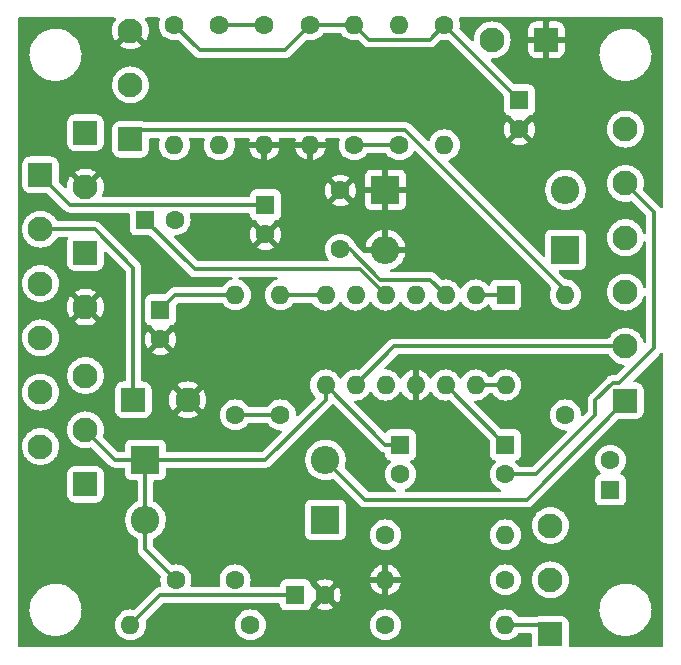
<source format=gbr>
%TF.GenerationSoftware,KiCad,Pcbnew,6.0.7-f9a2dced07~116~ubuntu20.04.1*%
%TF.CreationDate,2022-10-18T16:55:30+02:00*%
%TF.ProjectId,od-ds-fz,6f642d64-732d-4667-9a2e-6b696361645f,rev?*%
%TF.SameCoordinates,Original*%
%TF.FileFunction,Copper,L2,Bot*%
%TF.FilePolarity,Positive*%
%FSLAX46Y46*%
G04 Gerber Fmt 4.6, Leading zero omitted, Abs format (unit mm)*
G04 Created by KiCad (PCBNEW 6.0.7-f9a2dced07~116~ubuntu20.04.1) date 2022-10-18 16:55:30*
%MOMM*%
%LPD*%
G01*
G04 APERTURE LIST*
G04 Aperture macros list*
%AMRoundRect*
0 Rectangle with rounded corners*
0 $1 Rounding radius*
0 $2 $3 $4 $5 $6 $7 $8 $9 X,Y pos of 4 corners*
0 Add a 4 corners polygon primitive as box body*
4,1,4,$2,$3,$4,$5,$6,$7,$8,$9,$2,$3,0*
0 Add four circle primitives for the rounded corners*
1,1,$1+$1,$2,$3*
1,1,$1+$1,$4,$5*
1,1,$1+$1,$6,$7*
1,1,$1+$1,$8,$9*
0 Add four rect primitives between the rounded corners*
20,1,$1+$1,$2,$3,$4,$5,0*
20,1,$1+$1,$4,$5,$6,$7,0*
20,1,$1+$1,$6,$7,$8,$9,0*
20,1,$1+$1,$8,$9,$2,$3,0*%
G04 Aperture macros list end*
%TA.AperFunction,ComponentPad*%
%ADD10C,1.600000*%
%TD*%
%TA.AperFunction,ComponentPad*%
%ADD11O,1.600000X1.600000*%
%TD*%
%TA.AperFunction,ComponentPad*%
%ADD12R,1.600000X1.600000*%
%TD*%
%TA.AperFunction,ComponentPad*%
%ADD13R,2.400000X2.400000*%
%TD*%
%TA.AperFunction,ComponentPad*%
%ADD14O,2.400000X2.400000*%
%TD*%
%TA.AperFunction,ComponentPad*%
%ADD15RoundRect,0.250001X-0.799999X0.799999X-0.799999X-0.799999X0.799999X-0.799999X0.799999X0.799999X0*%
%TD*%
%TA.AperFunction,ComponentPad*%
%ADD16C,2.100000*%
%TD*%
%TA.AperFunction,ComponentPad*%
%ADD17RoundRect,0.250001X0.799999X-0.799999X0.799999X0.799999X-0.799999X0.799999X-0.799999X-0.799999X0*%
%TD*%
%TA.AperFunction,ComponentPad*%
%ADD18RoundRect,0.250001X-0.799999X-0.799999X0.799999X-0.799999X0.799999X0.799999X-0.799999X0.799999X0*%
%TD*%
%TA.AperFunction,ComponentPad*%
%ADD19RoundRect,0.250001X0.799999X0.799999X-0.799999X0.799999X-0.799999X-0.799999X0.799999X-0.799999X0*%
%TD*%
%TA.AperFunction,Conductor*%
%ADD20C,0.300000*%
%TD*%
G04 APERTURE END LIST*
D10*
%TO.P,C10,1*%
%TO.N,/opamp4in*%
X148590000Y-77430000D03*
%TO.P,C10,2*%
%TO.N,GND*%
X148590000Y-72430000D03*
%TD*%
%TO.P,R4,1*%
%TO.N,/Vhigh*%
X149760000Y-68580000D03*
D11*
%TO.P,R4,2*%
%TO.N,/Vmid*%
X149760000Y-58420000D03*
%TD*%
D12*
%TO.P,C7,1*%
%TO.N,Net-(C6-Pad2)*%
X153670000Y-93980000D03*
D10*
%TO.P,C7,2*%
%TO.N,Net-(C7-Pad2)*%
X153670000Y-96480000D03*
%TD*%
D12*
%TO.P,C5,1*%
%TO.N,Net-(C5-Pad1)*%
X144780000Y-106680000D03*
D10*
%TO.P,C5,2*%
%TO.N,GND*%
X147280000Y-106680000D03*
%TD*%
%TO.P,R1,1*%
%TO.N,/Vhigh*%
X153570000Y-68580000D03*
D11*
%TO.P,R1,2*%
%TO.N,Net-(D1-Pad2)*%
X153570000Y-58420000D03*
%TD*%
D13*
%TO.P,D2,1,K*%
%TO.N,Net-(C6-Pad2)*%
X132080000Y-95250000D03*
D14*
%TO.P,D2,2,A*%
%TO.N,Net-(D2-Pad2)*%
X147320000Y-95250000D03*
%TD*%
D10*
%TO.P,R13,1*%
%TO.N,Net-(C9-Pad2)*%
X167640000Y-91440000D03*
D11*
%TO.P,R13,2*%
%TO.N,Net-(R13-Pad2)*%
X167640000Y-81280000D03*
%TD*%
D13*
%TO.P,D3,1,K*%
%TO.N,Net-(D2-Pad2)*%
X147320000Y-100330000D03*
D14*
%TO.P,D3,2,A*%
%TO.N,Net-(C6-Pad2)*%
X132080000Y-100330000D03*
%TD*%
D10*
%TO.P,R8,1*%
%TO.N,Net-(R7-Pad1)*%
X143510000Y-91440000D03*
D11*
%TO.P,R8,2*%
%TO.N,Net-(R8-Pad2)*%
X143510000Y-81280000D03*
%TD*%
D10*
%TO.P,R3,1*%
%TO.N,/in*%
X138330000Y-58420000D03*
D11*
%TO.P,R3,2*%
%TO.N,Net-(C2-Pad2)*%
X138330000Y-68580000D03*
%TD*%
D13*
%TO.P,D4,1,K*%
%TO.N,GND*%
X152400000Y-72390000D03*
D14*
%TO.P,D4,2,A*%
%TO.N,Net-(D4-Pad2)*%
X167640000Y-72390000D03*
%TD*%
D10*
%TO.P,R10,1*%
%TO.N,Net-(C7-Pad2)*%
X152400000Y-101600000D03*
D11*
%TO.P,R10,2*%
%TO.N,Net-(C8-Pad2)*%
X162560000Y-101600000D03*
%TD*%
D10*
%TO.P,R5,1*%
%TO.N,/Vmid*%
X146050000Y-58420000D03*
D11*
%TO.P,R5,2*%
%TO.N,GND*%
X146050000Y-68580000D03*
%TD*%
D10*
%TO.P,R11,1*%
%TO.N,Net-(C8-Pad2)*%
X162560000Y-105410000D03*
D11*
%TO.P,R11,2*%
%TO.N,GND*%
X152400000Y-105410000D03*
%TD*%
D12*
%TO.P,C3,1*%
%TO.N,/Vmid*%
X163730000Y-64770000D03*
D10*
%TO.P,C3,2*%
%TO.N,GND*%
X163730000Y-67270000D03*
%TD*%
D15*
%TO.P,J1,1,T*%
%TO.N,/in*%
X127000000Y-77710000D03*
D16*
%TO.P,J1,2,S*%
%TO.N,GND*%
X127000000Y-82310000D03*
%TD*%
D17*
%TO.P,RVvol1,1,1*%
%TO.N,Net-(R13-Pad2)*%
X130810000Y-68100000D03*
D16*
%TO.P,RVvol1,2,2*%
%TO.N,Net-(RVvol1-Pad2)*%
X130810000Y-63500000D03*
%TO.P,RVvol1,3,3*%
%TO.N,GND*%
X130810000Y-58900000D03*
%TD*%
D15*
%TO.P,SWPow1,1,A*%
%TO.N,/Vhigh*%
X123190000Y-71120000D03*
D16*
%TO.P,SWPow1,2,B*%
%TO.N,+9V*%
X123190000Y-75720000D03*
%TO.P,SWPow1,3,C*%
%TO.N,unconnected-(SWPow1-Pad3)*%
X123190000Y-80320000D03*
%TO.P,SWPow1,4,A*%
%TO.N,Net-(RVvol1-Pad2)*%
X123190000Y-84920000D03*
%TO.P,SWPow1,5,B*%
%TO.N,Net-(SWPow1-Pad5)*%
X123190000Y-89520000D03*
%TO.P,SWPow1,6,C*%
%TO.N,/in*%
X123190000Y-94120000D03*
%TD*%
D12*
%TO.P,C2,1*%
%TO.N,Net-(C2-Pad1)*%
X132080000Y-74930000D03*
D10*
%TO.P,C2,2*%
%TO.N,Net-(C2-Pad2)*%
X134580000Y-74930000D03*
%TD*%
D12*
%TO.P,C1,1*%
%TO.N,/Vhigh*%
X142240000Y-73660000D03*
D10*
%TO.P,C1,2*%
%TO.N,GND*%
X142240000Y-76160000D03*
%TD*%
D17*
%TO.P,RVgain1,1,1*%
%TO.N,Net-(C6-Pad1)*%
X127000000Y-97310000D03*
D16*
%TO.P,RVgain1,2,2*%
%TO.N,Net-(C6-Pad2)*%
X127000000Y-92710000D03*
%TO.P,RVgain1,3,3*%
X127000000Y-88110000D03*
%TD*%
D18*
%TO.P,JBat1,1,Pin_1*%
%TO.N,+9V*%
X131050000Y-90170000D03*
D16*
%TO.P,JBat1,2,Pin_2*%
%TO.N,GND*%
X135650000Y-90170000D03*
%TD*%
D10*
%TO.P,R12,1*%
%TO.N,/Vmid*%
X157380000Y-58420000D03*
D11*
%TO.P,R12,2*%
%TO.N,Net-(C8-Pad1)*%
X157380000Y-68580000D03*
%TD*%
D10*
%TO.P,R6,1*%
%TO.N,/Vmid*%
X134520000Y-58420000D03*
D11*
%TO.P,R6,2*%
%TO.N,Net-(C2-Pad1)*%
X134520000Y-68580000D03*
%TD*%
D12*
%TO.P,U1,1*%
%TO.N,Net-(C9-Pad1)*%
X162565000Y-81290000D03*
D11*
%TO.P,U1,2,-*%
X160025000Y-81290000D03*
%TO.P,U1,3,+*%
%TO.N,/opamp4in*%
X157485000Y-81290000D03*
%TO.P,U1,4,V+*%
%TO.N,/Vhigh*%
X154945000Y-81290000D03*
%TO.P,U1,5,+*%
%TO.N,Net-(C2-Pad1)*%
X152405000Y-81290000D03*
%TO.P,U1,6,-*%
%TO.N,Net-(R7-Pad1)*%
X149865000Y-81290000D03*
%TO.P,U1,7*%
%TO.N,Net-(R8-Pad2)*%
X147325000Y-81290000D03*
%TO.P,U1,8*%
%TO.N,Net-(C6-Pad2)*%
X147325000Y-88910000D03*
%TO.P,U1,9,-*%
%TO.N,Net-(C6-Pad1)*%
X149865000Y-88910000D03*
%TO.P,U1,10,+*%
%TO.N,Net-(R8-Pad2)*%
X152405000Y-88910000D03*
%TO.P,U1,11,V-*%
%TO.N,GND*%
X154945000Y-88910000D03*
%TO.P,U1,12,+*%
%TO.N,Net-(C8-Pad1)*%
X157485000Y-88910000D03*
%TO.P,U1,13,-*%
%TO.N,Net-(R14-Pad1)*%
X160025000Y-88910000D03*
%TO.P,U1,14*%
X162565000Y-88910000D03*
%TD*%
D12*
%TO.P,C8,1*%
%TO.N,Net-(C8-Pad1)*%
X162560000Y-93980000D03*
D10*
%TO.P,C8,2*%
%TO.N,Net-(C8-Pad2)*%
X162560000Y-96480000D03*
%TD*%
D12*
%TO.P,C4,1*%
%TO.N,Net-(C4-Pad1)*%
X133350000Y-82550000D03*
D10*
%TO.P,C4,2*%
%TO.N,GND*%
X133350000Y-85050000D03*
%TD*%
%TO.P,R2,1*%
%TO.N,/in*%
X142140000Y-58420000D03*
D11*
%TO.P,R2,2*%
%TO.N,GND*%
X142140000Y-68580000D03*
%TD*%
D17*
%TO.P,SWclip1,1,A*%
%TO.N,Net-(D2-Pad2)*%
X172720000Y-90240000D03*
D16*
%TO.P,SWclip1,2,B*%
%TO.N,Net-(C6-Pad1)*%
X172720000Y-85640000D03*
%TO.P,SWclip1,3,C*%
%TO.N,unconnected-(SWclip1-Pad3)*%
X172720000Y-81040000D03*
%TO.P,SWclip1,4,A*%
%TO.N,unconnected-(SWclip1-Pad4)*%
X172720000Y-76440000D03*
%TO.P,SWclip1,5,B*%
%TO.N,Net-(C8-Pad2)*%
X172720000Y-71840000D03*
%TO.P,SWclip1,6,C*%
%TO.N,Net-(D4-Pad2)*%
X172720000Y-67240000D03*
%TD*%
D13*
%TO.P,D5,1,K*%
%TO.N,Net-(D4-Pad2)*%
X167640000Y-77470000D03*
D14*
%TO.P,D5,2,A*%
%TO.N,GND*%
X152400000Y-77470000D03*
%TD*%
D15*
%TO.P,J2,1,T*%
%TO.N,Net-(SWPow1-Pad5)*%
X127000000Y-67550000D03*
D16*
%TO.P,J2,2,S*%
%TO.N,GND*%
X127000000Y-72150000D03*
%TD*%
D12*
%TO.P,C9,1*%
%TO.N,Net-(C9-Pad1)*%
X171450000Y-97790000D03*
D10*
%TO.P,C9,2*%
%TO.N,Net-(C9-Pad2)*%
X171450000Y-95290000D03*
%TD*%
D19*
%TO.P,D1,1,K*%
%TO.N,GND*%
X166030000Y-59690000D03*
D16*
%TO.P,D1,2,A*%
%TO.N,Net-(D1-Pad2)*%
X161430000Y-59690000D03*
%TD*%
D10*
%TO.P,R7,1*%
%TO.N,Net-(R7-Pad1)*%
X139700000Y-91440000D03*
D11*
%TO.P,R7,2*%
%TO.N,Net-(C4-Pad1)*%
X139700000Y-81280000D03*
%TD*%
D17*
%TO.P,RVtone1,1,1*%
%TO.N,Net-(R14-Pad2)*%
X166370000Y-110010000D03*
D16*
%TO.P,RVtone1,2,2*%
%TO.N,/opamp4in*%
X166370000Y-105410000D03*
%TO.P,RVtone1,3,3*%
X166370000Y-100810000D03*
%TD*%
D10*
%TO.P,R14,1*%
%TO.N,Net-(R14-Pad1)*%
X152400000Y-109220000D03*
D11*
%TO.P,R14,2*%
%TO.N,Net-(R14-Pad2)*%
X162560000Y-109220000D03*
%TD*%
D10*
%TO.P,C6,1*%
%TO.N,Net-(C6-Pad1)*%
X139660000Y-105410000D03*
%TO.P,C6,2*%
%TO.N,Net-(C6-Pad2)*%
X134660000Y-105410000D03*
%TD*%
%TO.P,R9,1*%
%TO.N,Net-(C6-Pad1)*%
X140970000Y-109220000D03*
D11*
%TO.P,R9,2*%
%TO.N,Net-(C5-Pad1)*%
X130810000Y-109220000D03*
%TD*%
D20*
%TO.N,/Vhigh*%
X149760000Y-68580000D02*
X153570000Y-68580000D01*
X142240000Y-73660000D02*
X125730000Y-73660000D01*
X125730000Y-73660000D02*
X123190000Y-71120000D01*
%TO.N,Net-(C2-Pad1)*%
X152405000Y-81290000D02*
X150222131Y-79107131D01*
X136257131Y-79107131D02*
X132080000Y-74930000D01*
X150222131Y-79107131D02*
X136257131Y-79107131D01*
%TO.N,/Vmid*%
X143910739Y-60559261D02*
X146050000Y-58420000D01*
X136659261Y-60559261D02*
X143910739Y-60559261D01*
X149760000Y-58420000D02*
X151010000Y-59670000D01*
X163730000Y-64770000D02*
X157380000Y-58420000D01*
X134520000Y-58420000D02*
X136659261Y-60559261D01*
X156130000Y-59670000D02*
X157380000Y-58420000D01*
X151010000Y-59670000D02*
X156130000Y-59670000D01*
X146050000Y-58420000D02*
X149760000Y-58420000D01*
%TO.N,Net-(C4-Pad1)*%
X134620000Y-81280000D02*
X133350000Y-82550000D01*
X139700000Y-81280000D02*
X134620000Y-81280000D01*
%TO.N,Net-(C5-Pad1)*%
X144780000Y-106680000D02*
X133350000Y-106680000D01*
X133350000Y-106680000D02*
X130810000Y-109220000D01*
%TO.N,Net-(C6-Pad1)*%
X172720000Y-85640000D02*
X153135000Y-85640000D01*
X153135000Y-85640000D02*
X149865000Y-88910000D01*
%TO.N,Net-(C6-Pad2)*%
X132080000Y-100330000D02*
X132080000Y-102830000D01*
X147325000Y-88910000D02*
X152395000Y-93980000D01*
X132080000Y-95250000D02*
X142240000Y-95250000D01*
X132080000Y-95250000D02*
X129540000Y-95250000D01*
X142240000Y-95250000D02*
X147325000Y-90165000D01*
X132080000Y-102830000D02*
X134660000Y-105410000D01*
X147325000Y-90165000D02*
X147325000Y-88910000D01*
X152395000Y-93980000D02*
X153670000Y-93980000D01*
X132080000Y-95250000D02*
X132080000Y-100330000D01*
X129540000Y-95250000D02*
X127000000Y-92710000D01*
%TO.N,Net-(C8-Pad1)*%
X162560000Y-93980000D02*
X162555000Y-93980000D01*
X162555000Y-93980000D02*
X157485000Y-88910000D01*
%TO.N,Net-(C8-Pad2)*%
X175133525Y-74253525D02*
X172720000Y-71840000D01*
X165140000Y-96480000D02*
X170180000Y-91440000D01*
X172210001Y-88740000D02*
X175133525Y-85816476D01*
X170180000Y-91440000D02*
X170180000Y-90190051D01*
X175133525Y-85816476D02*
X175133525Y-74253525D01*
X162560000Y-96480000D02*
X165140000Y-96480000D01*
X170180000Y-90190051D02*
X171630051Y-88740000D01*
X171630051Y-88740000D02*
X172210001Y-88740000D01*
%TO.N,Net-(C9-Pad1)*%
X162565000Y-81290000D02*
X160025000Y-81290000D01*
%TO.N,/opamp4in*%
X156205000Y-80010000D02*
X151973528Y-80010000D01*
X149393528Y-77430000D02*
X148590000Y-77430000D01*
X157485000Y-81290000D02*
X156205000Y-80010000D01*
X151973528Y-80010000D02*
X149393528Y-77430000D01*
%TO.N,Net-(D2-Pad2)*%
X150689261Y-98619261D02*
X164340739Y-98619261D01*
X147320000Y-95250000D02*
X150689261Y-98619261D01*
X164340739Y-98619261D02*
X172720000Y-90240000D01*
%TO.N,+9V*%
X123190000Y-75720000D02*
X127790000Y-75720000D01*
X127790000Y-75720000D02*
X131050000Y-78980000D01*
X131050000Y-78980000D02*
X131050000Y-90170000D01*
%TO.N,/in*%
X138330000Y-58420000D02*
X142140000Y-58420000D01*
%TO.N,Net-(R7-Pad1)*%
X143510000Y-91440000D02*
X139700000Y-91440000D01*
%TO.N,Net-(R8-Pad2)*%
X143510000Y-81280000D02*
X147315000Y-81280000D01*
X147315000Y-81280000D02*
X147325000Y-81290000D01*
%TO.N,Net-(R13-Pad2)*%
X167640000Y-81280000D02*
X167640000Y-80882233D01*
X154087767Y-67330000D02*
X131580000Y-67330000D01*
X167640000Y-80882233D02*
X154087767Y-67330000D01*
X131580000Y-67330000D02*
X130810000Y-68100000D01*
%TO.N,Net-(R14-Pad1)*%
X162565000Y-88910000D02*
X160025000Y-88910000D01*
%TO.N,Net-(R14-Pad2)*%
X162560000Y-109220000D02*
X165580000Y-109220000D01*
X165580000Y-109220000D02*
X166370000Y-110010000D01*
%TD*%
%TA.AperFunction,Conductor*%
%TO.N,GND*%
G36*
X129509659Y-57805002D02*
G01*
X129556152Y-57858658D01*
X129566256Y-57928932D01*
X129545099Y-57981059D01*
X129545654Y-57981399D01*
X129543601Y-57984749D01*
X129543474Y-57985062D01*
X129543061Y-57985631D01*
X129420107Y-58186272D01*
X129415625Y-58195067D01*
X129325566Y-58412490D01*
X129322517Y-58421875D01*
X129267578Y-58650708D01*
X129266035Y-58660455D01*
X129247570Y-58895070D01*
X129247570Y-58904930D01*
X129266035Y-59139545D01*
X129267578Y-59149292D01*
X129322517Y-59378125D01*
X129325566Y-59387510D01*
X129415625Y-59604933D01*
X129420107Y-59613728D01*
X129531072Y-59794805D01*
X129541530Y-59804267D01*
X129550306Y-59800484D01*
X130720905Y-58629885D01*
X130783217Y-58595859D01*
X130854032Y-58600924D01*
X130899095Y-58629885D01*
X132066650Y-59797440D01*
X132079030Y-59804200D01*
X132086680Y-59798473D01*
X132199893Y-59613728D01*
X132204375Y-59604933D01*
X132294434Y-59387510D01*
X132297483Y-59378125D01*
X132352422Y-59149292D01*
X132353965Y-59139545D01*
X132372430Y-58904930D01*
X132372430Y-58895070D01*
X132353965Y-58660455D01*
X132352422Y-58650708D01*
X132297483Y-58421875D01*
X132294434Y-58412490D01*
X132204375Y-58195067D01*
X132199893Y-58186272D01*
X132076939Y-57985631D01*
X132076526Y-57985062D01*
X132076436Y-57984809D01*
X132074346Y-57981399D01*
X132075062Y-57980960D01*
X132052668Y-57918194D01*
X132068747Y-57849043D01*
X132119661Y-57799562D01*
X132178462Y-57785000D01*
X133174556Y-57785000D01*
X133242677Y-57805002D01*
X133289170Y-57858658D01*
X133299274Y-57928932D01*
X133289845Y-57960576D01*
X133289922Y-57960604D01*
X133289451Y-57961898D01*
X133288750Y-57964250D01*
X133285716Y-57970757D01*
X133256087Y-58081335D01*
X133227969Y-58186272D01*
X133226457Y-58191913D01*
X133206502Y-58420000D01*
X133226457Y-58648087D01*
X133227881Y-58653400D01*
X133227881Y-58653402D01*
X133278646Y-58842856D01*
X133285716Y-58869243D01*
X133288039Y-58874224D01*
X133288039Y-58874225D01*
X133380151Y-59071762D01*
X133380154Y-59071767D01*
X133382477Y-59076749D01*
X133447367Y-59169421D01*
X133486205Y-59224887D01*
X133513802Y-59264300D01*
X133675700Y-59426198D01*
X133680208Y-59429355D01*
X133680211Y-59429357D01*
X133710231Y-59450377D01*
X133863251Y-59557523D01*
X133868233Y-59559846D01*
X133868238Y-59559849D01*
X134065769Y-59651958D01*
X134070757Y-59654284D01*
X134076065Y-59655706D01*
X134076067Y-59655707D01*
X134286598Y-59712119D01*
X134286600Y-59712119D01*
X134291913Y-59713543D01*
X134520000Y-59733498D01*
X134748087Y-59713543D01*
X134755766Y-59711485D01*
X134783659Y-59704012D01*
X134854635Y-59705702D01*
X134905364Y-59736624D01*
X136135606Y-60966866D01*
X136143596Y-60975646D01*
X136147845Y-60982341D01*
X136153623Y-60987767D01*
X136153624Y-60987768D01*
X136199518Y-61030865D01*
X136202360Y-61033620D01*
X136222928Y-61054188D01*
X136226431Y-61056905D01*
X136235456Y-61064613D01*
X136269128Y-61096233D01*
X136276079Y-61100054D01*
X136276080Y-61100055D01*
X136287919Y-61106564D01*
X136304443Y-61117418D01*
X136314532Y-61125243D01*
X136321393Y-61130565D01*
X136328665Y-61133712D01*
X136328667Y-61133713D01*
X136363796Y-61148915D01*
X136374456Y-61154137D01*
X136404429Y-61170615D01*
X136414924Y-61176385D01*
X136435702Y-61181720D01*
X136454392Y-61188119D01*
X136474085Y-61196641D01*
X136505800Y-61201664D01*
X136519709Y-61203867D01*
X136531332Y-61206274D01*
X136556015Y-61212611D01*
X136576073Y-61217761D01*
X136597520Y-61217761D01*
X136617230Y-61219312D01*
X136638413Y-61222667D01*
X136684402Y-61218320D01*
X136696257Y-61217761D01*
X143828683Y-61217761D01*
X143840539Y-61218320D01*
X143840542Y-61218320D01*
X143848276Y-61220049D01*
X143919108Y-61217823D01*
X143923066Y-61217761D01*
X143952171Y-61217761D01*
X143956571Y-61217205D01*
X143968403Y-61216273D01*
X144014570Y-61214823D01*
X144035160Y-61208841D01*
X144054521Y-61204831D01*
X144062155Y-61203867D01*
X144067943Y-61203136D01*
X144067944Y-61203136D01*
X144075803Y-61202143D01*
X144083168Y-61199227D01*
X144083172Y-61199226D01*
X144118760Y-61185135D01*
X144129970Y-61181296D01*
X144174339Y-61168406D01*
X144192804Y-61157486D01*
X144210544Y-61148795D01*
X144230495Y-61140896D01*
X144267868Y-61113743D01*
X144277787Y-61107228D01*
X144310716Y-61087754D01*
X144310720Y-61087751D01*
X144317546Y-61083714D01*
X144332710Y-61068550D01*
X144347744Y-61055709D01*
X144365096Y-61043102D01*
X144394542Y-61007508D01*
X144402531Y-60998729D01*
X145664636Y-59736624D01*
X145726948Y-59702598D01*
X145786341Y-59704012D01*
X145814234Y-59711485D01*
X145821913Y-59713543D01*
X146050000Y-59733498D01*
X146278087Y-59713543D01*
X146283400Y-59712119D01*
X146283402Y-59712119D01*
X146493933Y-59655707D01*
X146493935Y-59655706D01*
X146499243Y-59654284D01*
X146504231Y-59651958D01*
X146701762Y-59559849D01*
X146701767Y-59559846D01*
X146706749Y-59557523D01*
X146859769Y-59450377D01*
X146889789Y-59429357D01*
X146889792Y-59429355D01*
X146894300Y-59426198D01*
X147056198Y-59264300D01*
X147083796Y-59224887D01*
X147122633Y-59169421D01*
X147148676Y-59132228D01*
X147204132Y-59087901D01*
X147251888Y-59078500D01*
X148558112Y-59078500D01*
X148626233Y-59098502D01*
X148661324Y-59132228D01*
X148687367Y-59169421D01*
X148726205Y-59224887D01*
X148753802Y-59264300D01*
X148915700Y-59426198D01*
X148920208Y-59429355D01*
X148920211Y-59429357D01*
X148950231Y-59450377D01*
X149103251Y-59557523D01*
X149108233Y-59559846D01*
X149108238Y-59559849D01*
X149305769Y-59651958D01*
X149310757Y-59654284D01*
X149316065Y-59655706D01*
X149316067Y-59655707D01*
X149526598Y-59712119D01*
X149526600Y-59712119D01*
X149531913Y-59713543D01*
X149760000Y-59733498D01*
X149988087Y-59713543D01*
X149995766Y-59711485D01*
X150023659Y-59704012D01*
X150094635Y-59705702D01*
X150145364Y-59736624D01*
X150486345Y-60077605D01*
X150494335Y-60086385D01*
X150498584Y-60093080D01*
X150504362Y-60098506D01*
X150504363Y-60098507D01*
X150550257Y-60141604D01*
X150553087Y-60144347D01*
X150573667Y-60164927D01*
X150577170Y-60167644D01*
X150586195Y-60175352D01*
X150619867Y-60206972D01*
X150626818Y-60210793D01*
X150626819Y-60210794D01*
X150638658Y-60217303D01*
X150655182Y-60228157D01*
X150665271Y-60235982D01*
X150672132Y-60241304D01*
X150679404Y-60244451D01*
X150679406Y-60244452D01*
X150714535Y-60259654D01*
X150725195Y-60264876D01*
X150755168Y-60281354D01*
X150765663Y-60287124D01*
X150786441Y-60292459D01*
X150805131Y-60298858D01*
X150824824Y-60307380D01*
X150859563Y-60312882D01*
X150870448Y-60314606D01*
X150882071Y-60317013D01*
X150906754Y-60323350D01*
X150926812Y-60328500D01*
X150948259Y-60328500D01*
X150967969Y-60330051D01*
X150989152Y-60333406D01*
X151035141Y-60329059D01*
X151046996Y-60328500D01*
X156047944Y-60328500D01*
X156059800Y-60329059D01*
X156059803Y-60329059D01*
X156067537Y-60330788D01*
X156138369Y-60328562D01*
X156142327Y-60328500D01*
X156171432Y-60328500D01*
X156175832Y-60327944D01*
X156187664Y-60327012D01*
X156233831Y-60325562D01*
X156254421Y-60319580D01*
X156273782Y-60315570D01*
X156281416Y-60314606D01*
X156287204Y-60313875D01*
X156287205Y-60313875D01*
X156295064Y-60312882D01*
X156302429Y-60309966D01*
X156302433Y-60309965D01*
X156338021Y-60295874D01*
X156349231Y-60292035D01*
X156393600Y-60279145D01*
X156412065Y-60268225D01*
X156429805Y-60259534D01*
X156449756Y-60251635D01*
X156487129Y-60224482D01*
X156497048Y-60217967D01*
X156529977Y-60198493D01*
X156529981Y-60198490D01*
X156536807Y-60194453D01*
X156551971Y-60179289D01*
X156567005Y-60166448D01*
X156584357Y-60153841D01*
X156613803Y-60118247D01*
X156621792Y-60109468D01*
X156994636Y-59736624D01*
X157056948Y-59702598D01*
X157116341Y-59704012D01*
X157144234Y-59711485D01*
X157151913Y-59713543D01*
X157380000Y-59733498D01*
X157608087Y-59713543D01*
X157615766Y-59711485D01*
X157643659Y-59704012D01*
X157714635Y-59705702D01*
X157765364Y-59736624D01*
X162384595Y-64355855D01*
X162418621Y-64418167D01*
X162421500Y-64444950D01*
X162421500Y-65618134D01*
X162428255Y-65680316D01*
X162479385Y-65816705D01*
X162566739Y-65933261D01*
X162683295Y-66020615D01*
X162819684Y-66071745D01*
X162863252Y-66076478D01*
X162878486Y-66078133D01*
X162878489Y-66078133D01*
X162881866Y-66078500D01*
X162885185Y-66078500D01*
X162952110Y-66102153D01*
X162987804Y-66148156D01*
X162989734Y-66147141D01*
X162995442Y-66158000D01*
X162995632Y-66158245D01*
X162995653Y-66158403D01*
X163015644Y-66196434D01*
X163717188Y-66897978D01*
X163731132Y-66905592D01*
X163732965Y-66905461D01*
X163739580Y-66901210D01*
X164445077Y-66195713D01*
X164467871Y-66153971D01*
X164470047Y-66143971D01*
X164520253Y-66093773D01*
X164573814Y-66078549D01*
X164574719Y-66078500D01*
X164578134Y-66078500D01*
X164581530Y-66078131D01*
X164581532Y-66078131D01*
X164593879Y-66076790D01*
X164640316Y-66071745D01*
X164776705Y-66020615D01*
X164893261Y-65933261D01*
X164980615Y-65816705D01*
X165031745Y-65680316D01*
X165038500Y-65618134D01*
X165038500Y-63921866D01*
X165031745Y-63859684D01*
X164980615Y-63723295D01*
X164893261Y-63606739D01*
X164776705Y-63519385D01*
X164640316Y-63468255D01*
X164578134Y-63461500D01*
X163404950Y-63461500D01*
X163336829Y-63441498D01*
X163315855Y-63424595D01*
X161358666Y-61467406D01*
X161324640Y-61405094D01*
X161329705Y-61334279D01*
X161372252Y-61277443D01*
X161437874Y-61252699D01*
X161674557Y-61234072D01*
X161679364Y-61232918D01*
X161679370Y-61232917D01*
X161865953Y-61188122D01*
X161913092Y-61176805D01*
X161917663Y-61174912D01*
X161917665Y-61174911D01*
X162011038Y-61136234D01*
X162139732Y-61082927D01*
X162277132Y-60998729D01*
X162344670Y-60957342D01*
X162344673Y-60957340D01*
X162348896Y-60954752D01*
X162506714Y-60819962D01*
X162531677Y-60798641D01*
X162535433Y-60795433D01*
X162608349Y-60710060D01*
X162691535Y-60612663D01*
X162691537Y-60612660D01*
X162694752Y-60608896D01*
X162738751Y-60537096D01*
X164472000Y-60537096D01*
X164472337Y-60543611D01*
X164482256Y-60639203D01*
X164485150Y-60652602D01*
X164536588Y-60806783D01*
X164542762Y-60819962D01*
X164628063Y-60957807D01*
X164637099Y-60969208D01*
X164751830Y-61083739D01*
X164763241Y-61092751D01*
X164901245Y-61177818D01*
X164914423Y-61183962D01*
X165068716Y-61235139D01*
X165082081Y-61238005D01*
X165176439Y-61247672D01*
X165182855Y-61248000D01*
X165757885Y-61248000D01*
X165773124Y-61243525D01*
X165774329Y-61242135D01*
X165776000Y-61234452D01*
X165776000Y-61229885D01*
X166284000Y-61229885D01*
X166288475Y-61245124D01*
X166289865Y-61246329D01*
X166297548Y-61248000D01*
X166877096Y-61248000D01*
X166883611Y-61247663D01*
X166979203Y-61237744D01*
X166992602Y-61234850D01*
X167146783Y-61183412D01*
X167159962Y-61177238D01*
X167297807Y-61091937D01*
X167309208Y-61082901D01*
X167385788Y-61006187D01*
X170515059Y-61006187D01*
X170515422Y-61010335D01*
X170515422Y-61010340D01*
X170524469Y-61113745D01*
X170540536Y-61297399D01*
X170604305Y-61582683D01*
X170705244Y-61857027D01*
X170707188Y-61860715D01*
X170707192Y-61860723D01*
X170836080Y-62105180D01*
X170841580Y-62115612D01*
X171010918Y-62353893D01*
X171210283Y-62567686D01*
X171436171Y-62753233D01*
X171684616Y-62907275D01*
X171951250Y-63027105D01*
X172037923Y-63052944D01*
X172227394Y-63109428D01*
X172227402Y-63109430D01*
X172231391Y-63110619D01*
X172235508Y-63111271D01*
X172235512Y-63111272D01*
X172516649Y-63155799D01*
X172516654Y-63155799D01*
X172520117Y-63156348D01*
X172569069Y-63158571D01*
X172610128Y-63160436D01*
X172610147Y-63160436D01*
X172611547Y-63160500D01*
X172794151Y-63160500D01*
X172796243Y-63160361D01*
X172796245Y-63160361D01*
X173007511Y-63146329D01*
X173011682Y-63146052D01*
X173015776Y-63145227D01*
X173015780Y-63145226D01*
X173153095Y-63117538D01*
X173298239Y-63088272D01*
X173574637Y-62993100D01*
X173578370Y-62991231D01*
X173578374Y-62991229D01*
X173832276Y-62864084D01*
X173832278Y-62864083D01*
X173836020Y-62862209D01*
X173993135Y-62755434D01*
X174074336Y-62700250D01*
X174074339Y-62700248D01*
X174077795Y-62697899D01*
X174295716Y-62503055D01*
X174485953Y-62281102D01*
X174517413Y-62232658D01*
X174642892Y-62039437D01*
X174642894Y-62039434D01*
X174645164Y-62035938D01*
X174770552Y-61771871D01*
X174859914Y-61493541D01*
X174898797Y-61277443D01*
X174910943Y-61209940D01*
X174910944Y-61209934D01*
X174911681Y-61205836D01*
X174921829Y-60982341D01*
X174924752Y-60917983D01*
X174924752Y-60917978D01*
X174924941Y-60913813D01*
X174899464Y-60622601D01*
X174835695Y-60337317D01*
X174831973Y-60327199D01*
X174764180Y-60142945D01*
X174734756Y-60062973D01*
X174732812Y-60059285D01*
X174732808Y-60059277D01*
X174600373Y-59808092D01*
X174600372Y-59808091D01*
X174598420Y-59804388D01*
X174429082Y-59566107D01*
X174306197Y-59434329D01*
X174232567Y-59355370D01*
X174232565Y-59355368D01*
X174229717Y-59352314D01*
X174003829Y-59166767D01*
X173755384Y-59012725D01*
X173488750Y-58892895D01*
X173391599Y-58863933D01*
X173212606Y-58810572D01*
X173212598Y-58810570D01*
X173208609Y-58809381D01*
X173204492Y-58808729D01*
X173204488Y-58808728D01*
X172923351Y-58764201D01*
X172923346Y-58764201D01*
X172919883Y-58763652D01*
X172870931Y-58761429D01*
X172829872Y-58759564D01*
X172829853Y-58759564D01*
X172828453Y-58759500D01*
X172645849Y-58759500D01*
X172643757Y-58759639D01*
X172643755Y-58759639D01*
X172527854Y-58767337D01*
X172428318Y-58773948D01*
X172424224Y-58774773D01*
X172424220Y-58774774D01*
X172286905Y-58802462D01*
X172141761Y-58831728D01*
X171865363Y-58926900D01*
X171861630Y-58928769D01*
X171861626Y-58928771D01*
X171689581Y-59014925D01*
X171603980Y-59057791D01*
X171544076Y-59098502D01*
X171384561Y-59206908D01*
X171362205Y-59222101D01*
X171144284Y-59416945D01*
X170954047Y-59638898D01*
X170951773Y-59642400D01*
X170951772Y-59642401D01*
X170831826Y-59827103D01*
X170794836Y-59884062D01*
X170669448Y-60148129D01*
X170668169Y-60152112D01*
X170668168Y-60152115D01*
X170645705Y-60222080D01*
X170580086Y-60426459D01*
X170528319Y-60714164D01*
X170523570Y-60818755D01*
X170515398Y-60998729D01*
X170515059Y-61006187D01*
X167385788Y-61006187D01*
X167423739Y-60968170D01*
X167432751Y-60956759D01*
X167517818Y-60818755D01*
X167523962Y-60805577D01*
X167575139Y-60651284D01*
X167578005Y-60637919D01*
X167587672Y-60543561D01*
X167588000Y-60537145D01*
X167588000Y-59962115D01*
X167583525Y-59946876D01*
X167582135Y-59945671D01*
X167574452Y-59944000D01*
X166302115Y-59944000D01*
X166286876Y-59948475D01*
X166285671Y-59949865D01*
X166284000Y-59957548D01*
X166284000Y-61229885D01*
X165776000Y-61229885D01*
X165776000Y-59962115D01*
X165771525Y-59946876D01*
X165770135Y-59945671D01*
X165762452Y-59944000D01*
X164490115Y-59944000D01*
X164474876Y-59948475D01*
X164473671Y-59949865D01*
X164472000Y-59957548D01*
X164472000Y-60537096D01*
X162738751Y-60537096D01*
X162822927Y-60399732D01*
X162887247Y-60244452D01*
X162914911Y-60177665D01*
X162914912Y-60177663D01*
X162916805Y-60173092D01*
X162943242Y-60062973D01*
X162972917Y-59939370D01*
X162972918Y-59939364D01*
X162974072Y-59934557D01*
X162993319Y-59690000D01*
X162974072Y-59445443D01*
X162971115Y-59433124D01*
X162967456Y-59417885D01*
X164472000Y-59417885D01*
X164476475Y-59433124D01*
X164477865Y-59434329D01*
X164485548Y-59436000D01*
X165757885Y-59436000D01*
X165773124Y-59431525D01*
X165774329Y-59430135D01*
X165776000Y-59422452D01*
X165776000Y-59417885D01*
X166284000Y-59417885D01*
X166288475Y-59433124D01*
X166289865Y-59434329D01*
X166297548Y-59436000D01*
X167569885Y-59436000D01*
X167585124Y-59431525D01*
X167586329Y-59430135D01*
X167588000Y-59422452D01*
X167588000Y-58842904D01*
X167587663Y-58836389D01*
X167577744Y-58740797D01*
X167574850Y-58727398D01*
X167523412Y-58573217D01*
X167517238Y-58560038D01*
X167431937Y-58422193D01*
X167422901Y-58410792D01*
X167308170Y-58296261D01*
X167296759Y-58287249D01*
X167158755Y-58202182D01*
X167145577Y-58196038D01*
X166991284Y-58144861D01*
X166977919Y-58141995D01*
X166883561Y-58132328D01*
X166877144Y-58132000D01*
X166302115Y-58132000D01*
X166286876Y-58136475D01*
X166285671Y-58137865D01*
X166284000Y-58145548D01*
X166284000Y-59417885D01*
X165776000Y-59417885D01*
X165776000Y-58150115D01*
X165771525Y-58134876D01*
X165770135Y-58133671D01*
X165762452Y-58132000D01*
X165182904Y-58132000D01*
X165176389Y-58132337D01*
X165080797Y-58142256D01*
X165067398Y-58145150D01*
X164913217Y-58196588D01*
X164900038Y-58202762D01*
X164762193Y-58288063D01*
X164750792Y-58297099D01*
X164636261Y-58411830D01*
X164627249Y-58423241D01*
X164542182Y-58561245D01*
X164536038Y-58574423D01*
X164484861Y-58728716D01*
X164481995Y-58742081D01*
X164472328Y-58836439D01*
X164472000Y-58842856D01*
X164472000Y-59417885D01*
X162967456Y-59417885D01*
X162932437Y-59272022D01*
X162916805Y-59206908D01*
X162822927Y-58980268D01*
X162694752Y-58771104D01*
X162688857Y-58764201D01*
X162538641Y-58588323D01*
X162535433Y-58584567D01*
X162508127Y-58561245D01*
X162352663Y-58428465D01*
X162352660Y-58428463D01*
X162348896Y-58425248D01*
X162344673Y-58422660D01*
X162344670Y-58422658D01*
X162275485Y-58380262D01*
X162139732Y-58297073D01*
X161995033Y-58237136D01*
X161917665Y-58205089D01*
X161917663Y-58205088D01*
X161913092Y-58203195D01*
X161830437Y-58183351D01*
X161679370Y-58147083D01*
X161679364Y-58147082D01*
X161674557Y-58145928D01*
X161430000Y-58126681D01*
X161185443Y-58145928D01*
X161180636Y-58147082D01*
X161180630Y-58147083D01*
X161029563Y-58183351D01*
X160946908Y-58203195D01*
X160942337Y-58205088D01*
X160942335Y-58205089D01*
X160864967Y-58237136D01*
X160720268Y-58297073D01*
X160584515Y-58380262D01*
X160515330Y-58422658D01*
X160515327Y-58422660D01*
X160511104Y-58425248D01*
X160507340Y-58428463D01*
X160507337Y-58428465D01*
X160351873Y-58561245D01*
X160324567Y-58584567D01*
X160321359Y-58588323D01*
X160171144Y-58764201D01*
X160165248Y-58771104D01*
X160037073Y-58980268D01*
X159943195Y-59206908D01*
X159927563Y-59272022D01*
X159888886Y-59433124D01*
X159885928Y-59445443D01*
X159870703Y-59638898D01*
X159867301Y-59682125D01*
X159842016Y-59748466D01*
X159784878Y-59790606D01*
X159714028Y-59795165D01*
X159652594Y-59761334D01*
X158696624Y-58805364D01*
X158662598Y-58743052D01*
X158664012Y-58683659D01*
X158672118Y-58653405D01*
X158672119Y-58653402D01*
X158673543Y-58648087D01*
X158693498Y-58420000D01*
X158673543Y-58191913D01*
X158672032Y-58186272D01*
X158643913Y-58081335D01*
X158614284Y-57970757D01*
X158611251Y-57964252D01*
X158611140Y-57963520D01*
X158610078Y-57960604D01*
X158610664Y-57960391D01*
X158600588Y-57894063D01*
X158629565Y-57829249D01*
X158688984Y-57790391D01*
X158725444Y-57785000D01*
X175769000Y-57785000D01*
X175837121Y-57805002D01*
X175883614Y-57858658D01*
X175895000Y-57911000D01*
X175895000Y-73786922D01*
X175874998Y-73855043D01*
X175821342Y-73901536D01*
X175751068Y-73911640D01*
X175686488Y-73882146D01*
X175667463Y-73859349D01*
X175666873Y-73859807D01*
X175662016Y-73853545D01*
X175657978Y-73846718D01*
X175642814Y-73831554D01*
X175629973Y-73816520D01*
X175622026Y-73805582D01*
X175617366Y-73799168D01*
X175581772Y-73769722D01*
X175572993Y-73761733D01*
X174242675Y-72431415D01*
X174208649Y-72369103D01*
X174209251Y-72312906D01*
X174262917Y-72089370D01*
X174262918Y-72089364D01*
X174264072Y-72084557D01*
X174283319Y-71840000D01*
X174264072Y-71595443D01*
X174206805Y-71356908D01*
X174181605Y-71296069D01*
X174160754Y-71245733D01*
X174112927Y-71130268D01*
X174003652Y-70951946D01*
X173987342Y-70925330D01*
X173987340Y-70925327D01*
X173984752Y-70921104D01*
X173961676Y-70894085D01*
X173828641Y-70738323D01*
X173825433Y-70734567D01*
X173800789Y-70713519D01*
X173642663Y-70578465D01*
X173642660Y-70578463D01*
X173638896Y-70575248D01*
X173634673Y-70572660D01*
X173634670Y-70572658D01*
X173565485Y-70530262D01*
X173429732Y-70447073D01*
X173285033Y-70387136D01*
X173207665Y-70355089D01*
X173207663Y-70355088D01*
X173203092Y-70353195D01*
X173120437Y-70333351D01*
X172969370Y-70297083D01*
X172969364Y-70297082D01*
X172964557Y-70295928D01*
X172720000Y-70276681D01*
X172475443Y-70295928D01*
X172470636Y-70297082D01*
X172470630Y-70297083D01*
X172319563Y-70333351D01*
X172236908Y-70353195D01*
X172232337Y-70355088D01*
X172232335Y-70355089D01*
X172154967Y-70387136D01*
X172010268Y-70447073D01*
X171874515Y-70530262D01*
X171805330Y-70572658D01*
X171805327Y-70572660D01*
X171801104Y-70575248D01*
X171797340Y-70578463D01*
X171797337Y-70578465D01*
X171639211Y-70713519D01*
X171614567Y-70734567D01*
X171611359Y-70738323D01*
X171478325Y-70894085D01*
X171455248Y-70921104D01*
X171452660Y-70925327D01*
X171452658Y-70925330D01*
X171436348Y-70951946D01*
X171327073Y-71130268D01*
X171279246Y-71245733D01*
X171258396Y-71296069D01*
X171233195Y-71356908D01*
X171175928Y-71595443D01*
X171156681Y-71840000D01*
X171175928Y-72084557D01*
X171177082Y-72089364D01*
X171177083Y-72089370D01*
X171212525Y-72236997D01*
X171233195Y-72323092D01*
X171235088Y-72327663D01*
X171235089Y-72327665D01*
X171254416Y-72374324D01*
X171327073Y-72549732D01*
X171455248Y-72758896D01*
X171458463Y-72762660D01*
X171458465Y-72762663D01*
X171553353Y-72873761D01*
X171614567Y-72945433D01*
X171618323Y-72948641D01*
X171785010Y-73091006D01*
X171801104Y-73104752D01*
X171805327Y-73107340D01*
X171805330Y-73107342D01*
X171862232Y-73142211D01*
X172010268Y-73232927D01*
X172154967Y-73292864D01*
X172232335Y-73324911D01*
X172232337Y-73324912D01*
X172236908Y-73326805D01*
X172319563Y-73346649D01*
X172470630Y-73382917D01*
X172470636Y-73382918D01*
X172475443Y-73384072D01*
X172720000Y-73403319D01*
X172964557Y-73384072D01*
X172969364Y-73382918D01*
X172969370Y-73382917D01*
X173192906Y-73329251D01*
X173263814Y-73332798D01*
X173311415Y-73362675D01*
X174438120Y-74489380D01*
X174472146Y-74551692D01*
X174475025Y-74578475D01*
X174475025Y-76009555D01*
X174455023Y-76077676D01*
X174401367Y-76124169D01*
X174331093Y-76134273D01*
X174266513Y-76104779D01*
X174226506Y-76038969D01*
X174207960Y-75961720D01*
X174206805Y-75956908D01*
X174196613Y-75932301D01*
X174158511Y-75840316D01*
X174112927Y-75730268D01*
X173984752Y-75521104D01*
X173945754Y-75475443D01*
X173828641Y-75338323D01*
X173825433Y-75334567D01*
X173789193Y-75303615D01*
X173642663Y-75178465D01*
X173642660Y-75178463D01*
X173638896Y-75175248D01*
X173634673Y-75172660D01*
X173634670Y-75172658D01*
X173561777Y-75127990D01*
X173429732Y-75047073D01*
X173240160Y-74968549D01*
X173207665Y-74955089D01*
X173207663Y-74955088D01*
X173203092Y-74953195D01*
X173106478Y-74930000D01*
X172969370Y-74897083D01*
X172969364Y-74897082D01*
X172964557Y-74895928D01*
X172720000Y-74876681D01*
X172475443Y-74895928D01*
X172470636Y-74897082D01*
X172470630Y-74897083D01*
X172333522Y-74930000D01*
X172236908Y-74953195D01*
X172232337Y-74955088D01*
X172232335Y-74955089D01*
X172199840Y-74968549D01*
X172010268Y-75047073D01*
X171878223Y-75127990D01*
X171805330Y-75172658D01*
X171805327Y-75172660D01*
X171801104Y-75175248D01*
X171797340Y-75178463D01*
X171797337Y-75178465D01*
X171650807Y-75303615D01*
X171614567Y-75334567D01*
X171611359Y-75338323D01*
X171494247Y-75475443D01*
X171455248Y-75521104D01*
X171327073Y-75730268D01*
X171281489Y-75840316D01*
X171243388Y-75932301D01*
X171233195Y-75956908D01*
X171232040Y-75961720D01*
X171179488Y-76180615D01*
X171175928Y-76195443D01*
X171156681Y-76440000D01*
X171175928Y-76684557D01*
X171177082Y-76689364D01*
X171177083Y-76689370D01*
X171202950Y-76797114D01*
X171233195Y-76923092D01*
X171235088Y-76927663D01*
X171235089Y-76927665D01*
X171238158Y-76935073D01*
X171327073Y-77149732D01*
X171455248Y-77358896D01*
X171458463Y-77362660D01*
X171458465Y-77362663D01*
X171507231Y-77419760D01*
X171614567Y-77545433D01*
X171618323Y-77548641D01*
X171752690Y-77663402D01*
X171801104Y-77704752D01*
X171805327Y-77707340D01*
X171805330Y-77707342D01*
X171838565Y-77727708D01*
X172010268Y-77832927D01*
X172154967Y-77892864D01*
X172232335Y-77924911D01*
X172232337Y-77924912D01*
X172236908Y-77926805D01*
X172319563Y-77946649D01*
X172470630Y-77982917D01*
X172470636Y-77982918D01*
X172475443Y-77984072D01*
X172720000Y-78003319D01*
X172964557Y-77984072D01*
X172969364Y-77982918D01*
X172969370Y-77982917D01*
X173120437Y-77946649D01*
X173203092Y-77926805D01*
X173207663Y-77924912D01*
X173207665Y-77924911D01*
X173285033Y-77892864D01*
X173429732Y-77832927D01*
X173601435Y-77727708D01*
X173634670Y-77707342D01*
X173634673Y-77707340D01*
X173638896Y-77704752D01*
X173687311Y-77663402D01*
X173821677Y-77548641D01*
X173825433Y-77545433D01*
X173932769Y-77419760D01*
X173981535Y-77362663D01*
X173981537Y-77362660D01*
X173984752Y-77358896D01*
X174112927Y-77149732D01*
X174201842Y-76935073D01*
X174204911Y-76927665D01*
X174204912Y-76927663D01*
X174206805Y-76923092D01*
X174226506Y-76841031D01*
X174261858Y-76779462D01*
X174324885Y-76746779D01*
X174395576Y-76753359D01*
X174451487Y-76797114D01*
X174475025Y-76870445D01*
X174475025Y-80609555D01*
X174455023Y-80677676D01*
X174401367Y-80724169D01*
X174331093Y-80734273D01*
X174266513Y-80704779D01*
X174226506Y-80638969D01*
X174223930Y-80628238D01*
X174206805Y-80556908D01*
X174112927Y-80330268D01*
X173999784Y-80145634D01*
X173987342Y-80125330D01*
X173987340Y-80125327D01*
X173984752Y-80121104D01*
X173945754Y-80075443D01*
X173828641Y-79938323D01*
X173825433Y-79934567D01*
X173705736Y-79832335D01*
X173642663Y-79778465D01*
X173642660Y-79778463D01*
X173638896Y-79775248D01*
X173634673Y-79772660D01*
X173634670Y-79772658D01*
X173510850Y-79696782D01*
X173429732Y-79647073D01*
X173264789Y-79578751D01*
X173207665Y-79555089D01*
X173207663Y-79555088D01*
X173203092Y-79553195D01*
X173120437Y-79533351D01*
X172969370Y-79497083D01*
X172969364Y-79497082D01*
X172964557Y-79495928D01*
X172720000Y-79476681D01*
X172475443Y-79495928D01*
X172470636Y-79497082D01*
X172470630Y-79497083D01*
X172319563Y-79533351D01*
X172236908Y-79553195D01*
X172232337Y-79555088D01*
X172232335Y-79555089D01*
X172175211Y-79578751D01*
X172010268Y-79647073D01*
X171929150Y-79696782D01*
X171805330Y-79772658D01*
X171805327Y-79772660D01*
X171801104Y-79775248D01*
X171797340Y-79778463D01*
X171797337Y-79778465D01*
X171734264Y-79832335D01*
X171614567Y-79934567D01*
X171611359Y-79938323D01*
X171494247Y-80075443D01*
X171455248Y-80121104D01*
X171452660Y-80125327D01*
X171452658Y-80125330D01*
X171440216Y-80145634D01*
X171327073Y-80330268D01*
X171233195Y-80556908D01*
X171216070Y-80628238D01*
X171182618Y-80767578D01*
X171175928Y-80795443D01*
X171156681Y-81040000D01*
X171175928Y-81284557D01*
X171177082Y-81289364D01*
X171177083Y-81289370D01*
X171202183Y-81393919D01*
X171233195Y-81523092D01*
X171327073Y-81749732D01*
X171362755Y-81807960D01*
X171444514Y-81941379D01*
X171455248Y-81958896D01*
X171458463Y-81962660D01*
X171458465Y-81962663D01*
X171608333Y-82138134D01*
X171614567Y-82145433D01*
X171618323Y-82148641D01*
X171792248Y-82297188D01*
X171801104Y-82304752D01*
X171805327Y-82307340D01*
X171805330Y-82307342D01*
X171811515Y-82311132D01*
X172010268Y-82432927D01*
X172154967Y-82492864D01*
X172232335Y-82524911D01*
X172232337Y-82524912D01*
X172236908Y-82526805D01*
X172271997Y-82535229D01*
X172470630Y-82582917D01*
X172470636Y-82582918D01*
X172475443Y-82584072D01*
X172720000Y-82603319D01*
X172964557Y-82584072D01*
X172969364Y-82582918D01*
X172969370Y-82582917D01*
X173168003Y-82535229D01*
X173203092Y-82526805D01*
X173207663Y-82524912D01*
X173207665Y-82524911D01*
X173285033Y-82492864D01*
X173429732Y-82432927D01*
X173628485Y-82311132D01*
X173634670Y-82307342D01*
X173634673Y-82307340D01*
X173638896Y-82304752D01*
X173647753Y-82297188D01*
X173821677Y-82148641D01*
X173825433Y-82145433D01*
X173831667Y-82138134D01*
X173981535Y-81962663D01*
X173981537Y-81962660D01*
X173984752Y-81958896D01*
X173995487Y-81941379D01*
X174077245Y-81807960D01*
X174112927Y-81749732D01*
X174206805Y-81523092D01*
X174226506Y-81441031D01*
X174261858Y-81379462D01*
X174324885Y-81346779D01*
X174395576Y-81353359D01*
X174451487Y-81397114D01*
X174475025Y-81470445D01*
X174475025Y-85209555D01*
X174455023Y-85277676D01*
X174401367Y-85324169D01*
X174331093Y-85334273D01*
X174266513Y-85304779D01*
X174226506Y-85238969D01*
X174219444Y-85209555D01*
X174206805Y-85156908D01*
X174204566Y-85151501D01*
X174160254Y-85044525D01*
X174112927Y-84930268D01*
X173984752Y-84721104D01*
X173945754Y-84675443D01*
X173828641Y-84538323D01*
X173825433Y-84534567D01*
X173705736Y-84432335D01*
X173642663Y-84378465D01*
X173642660Y-84378463D01*
X173638896Y-84375248D01*
X173634673Y-84372660D01*
X173634670Y-84372658D01*
X173562598Y-84328493D01*
X173429732Y-84247073D01*
X173285033Y-84187136D01*
X173207665Y-84155089D01*
X173207663Y-84155088D01*
X173203092Y-84153195D01*
X173120437Y-84133351D01*
X172969370Y-84097083D01*
X172969364Y-84097082D01*
X172964557Y-84095928D01*
X172720000Y-84076681D01*
X172475443Y-84095928D01*
X172470636Y-84097082D01*
X172470630Y-84097083D01*
X172319563Y-84133351D01*
X172236908Y-84153195D01*
X172232337Y-84155088D01*
X172232335Y-84155089D01*
X172154967Y-84187136D01*
X172010268Y-84247073D01*
X171877402Y-84328493D01*
X171805330Y-84372658D01*
X171805327Y-84372660D01*
X171801104Y-84375248D01*
X171797340Y-84378463D01*
X171797337Y-84378465D01*
X171734264Y-84432335D01*
X171614567Y-84534567D01*
X171611359Y-84538323D01*
X171494247Y-84675443D01*
X171455248Y-84721104D01*
X171336387Y-84915070D01*
X171332548Y-84921334D01*
X171279901Y-84968966D01*
X171225115Y-84981500D01*
X153217056Y-84981500D01*
X153205200Y-84980941D01*
X153205197Y-84980941D01*
X153197463Y-84979212D01*
X153142446Y-84980941D01*
X153126631Y-84981438D01*
X153122673Y-84981500D01*
X153093568Y-84981500D01*
X153089168Y-84982056D01*
X153077336Y-84982988D01*
X153031169Y-84984438D01*
X153010579Y-84990420D01*
X152991218Y-84994430D01*
X152984230Y-84995312D01*
X152977796Y-84996125D01*
X152977795Y-84996125D01*
X152969936Y-84997118D01*
X152962571Y-85000034D01*
X152962567Y-85000035D01*
X152926979Y-85014126D01*
X152915769Y-85017965D01*
X152871400Y-85030855D01*
X152852943Y-85041771D01*
X152835193Y-85050466D01*
X152815244Y-85058365D01*
X152808833Y-85063023D01*
X152808831Y-85063024D01*
X152777864Y-85085523D01*
X152767946Y-85092038D01*
X152728193Y-85115548D01*
X152713032Y-85130709D01*
X152698000Y-85143548D01*
X152680643Y-85156159D01*
X152651193Y-85191758D01*
X152643203Y-85200538D01*
X150250364Y-87593376D01*
X150188052Y-87627402D01*
X150128659Y-87625988D01*
X150098405Y-87617882D01*
X150093087Y-87616457D01*
X149865000Y-87596502D01*
X149636913Y-87616457D01*
X149631600Y-87617881D01*
X149631598Y-87617881D01*
X149421067Y-87674293D01*
X149421065Y-87674294D01*
X149415757Y-87675716D01*
X149410776Y-87678039D01*
X149410775Y-87678039D01*
X149213238Y-87770151D01*
X149213233Y-87770154D01*
X149208251Y-87772477D01*
X149103389Y-87845902D01*
X149025211Y-87900643D01*
X149025208Y-87900645D01*
X149020700Y-87903802D01*
X148858802Y-88065700D01*
X148855645Y-88070208D01*
X148855643Y-88070211D01*
X148815828Y-88127073D01*
X148727477Y-88253251D01*
X148725154Y-88258233D01*
X148725151Y-88258238D01*
X148709195Y-88292457D01*
X148662278Y-88345742D01*
X148594001Y-88365203D01*
X148526041Y-88344661D01*
X148480805Y-88292457D01*
X148464849Y-88258238D01*
X148464846Y-88258233D01*
X148462523Y-88253251D01*
X148374172Y-88127073D01*
X148334357Y-88070211D01*
X148334355Y-88070208D01*
X148331198Y-88065700D01*
X148169300Y-87903802D01*
X148164792Y-87900645D01*
X148164789Y-87900643D01*
X148086611Y-87845902D01*
X147981749Y-87772477D01*
X147976767Y-87770154D01*
X147976762Y-87770151D01*
X147779225Y-87678039D01*
X147779224Y-87678039D01*
X147774243Y-87675716D01*
X147768935Y-87674294D01*
X147768933Y-87674293D01*
X147558402Y-87617881D01*
X147558400Y-87617881D01*
X147553087Y-87616457D01*
X147325000Y-87596502D01*
X147096913Y-87616457D01*
X147091600Y-87617881D01*
X147091598Y-87617881D01*
X146881067Y-87674293D01*
X146881065Y-87674294D01*
X146875757Y-87675716D01*
X146870776Y-87678039D01*
X146870775Y-87678039D01*
X146673238Y-87770151D01*
X146673233Y-87770154D01*
X146668251Y-87772477D01*
X146563389Y-87845902D01*
X146485211Y-87900643D01*
X146485208Y-87900645D01*
X146480700Y-87903802D01*
X146318802Y-88065700D01*
X146315645Y-88070208D01*
X146315643Y-88070211D01*
X146275828Y-88127073D01*
X146187477Y-88253251D01*
X146185154Y-88258233D01*
X146185151Y-88258238D01*
X146110503Y-88418323D01*
X146090716Y-88460757D01*
X146089294Y-88466065D01*
X146089293Y-88466067D01*
X146046016Y-88627578D01*
X146031457Y-88681913D01*
X146011502Y-88910000D01*
X146031457Y-89138087D01*
X146032881Y-89143400D01*
X146032881Y-89143402D01*
X146080956Y-89322817D01*
X146090716Y-89359243D01*
X146093039Y-89364224D01*
X146093039Y-89364225D01*
X146185151Y-89561762D01*
X146185154Y-89561767D01*
X146187477Y-89566749D01*
X146226325Y-89622229D01*
X146303993Y-89733150D01*
X146318802Y-89754300D01*
X146472526Y-89908024D01*
X146506552Y-89970336D01*
X146501487Y-90041151D01*
X146472526Y-90086214D01*
X145038114Y-91520626D01*
X144975802Y-91554652D01*
X144904987Y-91549587D01*
X144848151Y-91507040D01*
X144823431Y-91440764D01*
X144823498Y-91440000D01*
X144822597Y-91429694D01*
X144814867Y-91341350D01*
X144803543Y-91211913D01*
X144797736Y-91190240D01*
X144745707Y-90996067D01*
X144745706Y-90996065D01*
X144744284Y-90990757D01*
X144730669Y-90961559D01*
X144649849Y-90788238D01*
X144649846Y-90788233D01*
X144647523Y-90783251D01*
X144559478Y-90657510D01*
X144519357Y-90600211D01*
X144519355Y-90600208D01*
X144516198Y-90595700D01*
X144354300Y-90433802D01*
X144349792Y-90430645D01*
X144349789Y-90430643D01*
X144241625Y-90354906D01*
X144166749Y-90302477D01*
X144161767Y-90300154D01*
X144161762Y-90300151D01*
X143964225Y-90208039D01*
X143964224Y-90208039D01*
X143959243Y-90205716D01*
X143953935Y-90204294D01*
X143953933Y-90204293D01*
X143743402Y-90147881D01*
X143743400Y-90147881D01*
X143738087Y-90146457D01*
X143510000Y-90126502D01*
X143281913Y-90146457D01*
X143276600Y-90147881D01*
X143276598Y-90147881D01*
X143066067Y-90204293D01*
X143066065Y-90204294D01*
X143060757Y-90205716D01*
X143055776Y-90208039D01*
X143055775Y-90208039D01*
X142858238Y-90300151D01*
X142858233Y-90300154D01*
X142853251Y-90302477D01*
X142778375Y-90354906D01*
X142670211Y-90430643D01*
X142670208Y-90430645D01*
X142665700Y-90433802D01*
X142503802Y-90595700D01*
X142500645Y-90600208D01*
X142500643Y-90600211D01*
X142411325Y-90727771D01*
X142355868Y-90772099D01*
X142308112Y-90781500D01*
X140901888Y-90781500D01*
X140833767Y-90761498D01*
X140798675Y-90727771D01*
X140709357Y-90600211D01*
X140709355Y-90600208D01*
X140706198Y-90595700D01*
X140544300Y-90433802D01*
X140539792Y-90430645D01*
X140539789Y-90430643D01*
X140431625Y-90354906D01*
X140356749Y-90302477D01*
X140351767Y-90300154D01*
X140351762Y-90300151D01*
X140154225Y-90208039D01*
X140154224Y-90208039D01*
X140149243Y-90205716D01*
X140143935Y-90204294D01*
X140143933Y-90204293D01*
X139933402Y-90147881D01*
X139933400Y-90147881D01*
X139928087Y-90146457D01*
X139700000Y-90126502D01*
X139471913Y-90146457D01*
X139466600Y-90147881D01*
X139466598Y-90147881D01*
X139256067Y-90204293D01*
X139256065Y-90204294D01*
X139250757Y-90205716D01*
X139245776Y-90208039D01*
X139245775Y-90208039D01*
X139048238Y-90300151D01*
X139048233Y-90300154D01*
X139043251Y-90302477D01*
X138968375Y-90354906D01*
X138860211Y-90430643D01*
X138860208Y-90430645D01*
X138855700Y-90433802D01*
X138693802Y-90595700D01*
X138690645Y-90600208D01*
X138690643Y-90600211D01*
X138650522Y-90657510D01*
X138562477Y-90783251D01*
X138560154Y-90788233D01*
X138560151Y-90788238D01*
X138479331Y-90961559D01*
X138465716Y-90990757D01*
X138464294Y-90996065D01*
X138464293Y-90996067D01*
X138412264Y-91190240D01*
X138406457Y-91211913D01*
X138386502Y-91440000D01*
X138406457Y-91668087D01*
X138407881Y-91673400D01*
X138407881Y-91673402D01*
X138439420Y-91791104D01*
X138465716Y-91889243D01*
X138468039Y-91894224D01*
X138468039Y-91894225D01*
X138560151Y-92091762D01*
X138560154Y-92091767D01*
X138562477Y-92096749D01*
X138565634Y-92101257D01*
X138653616Y-92226908D01*
X138693802Y-92284300D01*
X138855700Y-92446198D01*
X138860208Y-92449355D01*
X138860211Y-92449357D01*
X138890231Y-92470377D01*
X139043251Y-92577523D01*
X139048233Y-92579846D01*
X139048238Y-92579849D01*
X139245578Y-92671869D01*
X139250757Y-92674284D01*
X139256065Y-92675706D01*
X139256067Y-92675707D01*
X139466598Y-92732119D01*
X139466600Y-92732119D01*
X139471913Y-92733543D01*
X139700000Y-92753498D01*
X139928087Y-92733543D01*
X139933400Y-92732119D01*
X139933402Y-92732119D01*
X140143933Y-92675707D01*
X140143935Y-92675706D01*
X140149243Y-92674284D01*
X140154422Y-92671869D01*
X140351762Y-92579849D01*
X140351767Y-92579846D01*
X140356749Y-92577523D01*
X140509769Y-92470377D01*
X140539789Y-92449357D01*
X140539792Y-92449355D01*
X140544300Y-92446198D01*
X140706198Y-92284300D01*
X140798676Y-92152228D01*
X140854132Y-92107901D01*
X140901888Y-92098500D01*
X142308112Y-92098500D01*
X142376233Y-92118502D01*
X142411324Y-92152228D01*
X142503802Y-92284300D01*
X142665700Y-92446198D01*
X142670208Y-92449355D01*
X142670211Y-92449357D01*
X142700231Y-92470377D01*
X142853251Y-92577523D01*
X142858233Y-92579846D01*
X142858238Y-92579849D01*
X143055578Y-92671869D01*
X143060757Y-92674284D01*
X143066065Y-92675706D01*
X143066067Y-92675707D01*
X143276598Y-92732119D01*
X143276600Y-92732119D01*
X143281913Y-92733543D01*
X143510000Y-92753498D01*
X143509829Y-92755455D01*
X143569652Y-92773021D01*
X143616145Y-92826677D01*
X143626249Y-92896951D01*
X143596755Y-92961531D01*
X143590626Y-92968114D01*
X142004145Y-94554595D01*
X141941833Y-94588621D01*
X141915050Y-94591500D01*
X133914500Y-94591500D01*
X133846379Y-94571498D01*
X133799886Y-94517842D01*
X133788500Y-94465500D01*
X133788500Y-94001866D01*
X133781745Y-93939684D01*
X133730615Y-93803295D01*
X133643261Y-93686739D01*
X133526705Y-93599385D01*
X133390316Y-93548255D01*
X133328134Y-93541500D01*
X130831866Y-93541500D01*
X130769684Y-93548255D01*
X130633295Y-93599385D01*
X130516739Y-93686739D01*
X130429385Y-93803295D01*
X130378255Y-93939684D01*
X130371500Y-94001866D01*
X130371500Y-94465500D01*
X130351498Y-94533621D01*
X130297842Y-94580114D01*
X130245500Y-94591500D01*
X129864949Y-94591500D01*
X129796828Y-94571498D01*
X129775854Y-94554595D01*
X128522675Y-93301415D01*
X128488649Y-93239103D01*
X128489251Y-93182906D01*
X128542917Y-92959370D01*
X128542918Y-92959364D01*
X128544072Y-92954557D01*
X128563319Y-92710000D01*
X128544072Y-92465443D01*
X128540211Y-92449357D01*
X128501519Y-92288197D01*
X128486805Y-92226908D01*
X128392927Y-92000268D01*
X128291900Y-91835405D01*
X128267342Y-91795330D01*
X128267340Y-91795327D01*
X128264752Y-91791104D01*
X128259834Y-91785345D01*
X128108641Y-91608323D01*
X128105433Y-91604567D01*
X128058375Y-91564375D01*
X127922663Y-91448465D01*
X127922660Y-91448463D01*
X127918896Y-91445248D01*
X127914673Y-91442660D01*
X127914670Y-91442658D01*
X127845485Y-91400262D01*
X127709732Y-91317073D01*
X127565033Y-91257136D01*
X127487665Y-91225089D01*
X127487663Y-91225088D01*
X127483092Y-91223195D01*
X127365072Y-91194861D01*
X127249370Y-91167083D01*
X127249364Y-91167082D01*
X127244557Y-91165928D01*
X127000000Y-91146681D01*
X126755443Y-91165928D01*
X126750636Y-91167082D01*
X126750630Y-91167083D01*
X126634928Y-91194861D01*
X126516908Y-91223195D01*
X126512337Y-91225088D01*
X126512335Y-91225089D01*
X126434967Y-91257136D01*
X126290268Y-91317073D01*
X126154515Y-91400262D01*
X126085330Y-91442658D01*
X126085327Y-91442660D01*
X126081104Y-91445248D01*
X126077340Y-91448463D01*
X126077337Y-91448465D01*
X125941625Y-91564375D01*
X125894567Y-91604567D01*
X125891359Y-91608323D01*
X125740167Y-91785345D01*
X125735248Y-91791104D01*
X125732660Y-91795327D01*
X125732658Y-91795330D01*
X125708100Y-91835405D01*
X125607073Y-92000268D01*
X125513195Y-92226908D01*
X125498481Y-92288197D01*
X125459790Y-92449357D01*
X125455928Y-92465443D01*
X125436681Y-92710000D01*
X125455928Y-92954557D01*
X125457082Y-92959364D01*
X125457083Y-92959370D01*
X125493351Y-93110437D01*
X125513195Y-93193092D01*
X125515088Y-93197663D01*
X125515089Y-93197665D01*
X125534416Y-93244324D01*
X125607073Y-93419732D01*
X125735248Y-93628896D01*
X125738463Y-93632660D01*
X125738465Y-93632663D01*
X125780055Y-93681358D01*
X125894567Y-93815433D01*
X125898323Y-93818641D01*
X126012156Y-93915864D01*
X126081104Y-93974752D01*
X126085327Y-93977340D01*
X126085330Y-93977342D01*
X126118847Y-93997881D01*
X126290268Y-94102927D01*
X126417513Y-94155634D01*
X126512335Y-94194911D01*
X126512337Y-94194912D01*
X126516908Y-94196805D01*
X126599563Y-94216649D01*
X126750630Y-94252917D01*
X126750636Y-94252918D01*
X126755443Y-94254072D01*
X127000000Y-94273319D01*
X127244557Y-94254072D01*
X127249364Y-94252918D01*
X127249370Y-94252917D01*
X127472906Y-94199251D01*
X127543814Y-94202798D01*
X127591415Y-94232675D01*
X129016341Y-95657600D01*
X129024331Y-95666381D01*
X129024339Y-95666390D01*
X129028584Y-95673080D01*
X129050514Y-95693674D01*
X129080274Y-95721620D01*
X129083116Y-95724375D01*
X129103667Y-95744926D01*
X129106801Y-95747357D01*
X129107163Y-95747638D01*
X129116191Y-95755348D01*
X129149867Y-95786972D01*
X129156818Y-95790793D01*
X129156819Y-95790794D01*
X129168655Y-95797301D01*
X129185184Y-95808158D01*
X129195869Y-95816447D01*
X129195871Y-95816448D01*
X129202131Y-95821304D01*
X129244544Y-95839657D01*
X129255181Y-95844868D01*
X129295663Y-95867124D01*
X129303342Y-95869096D01*
X129303343Y-95869096D01*
X129316434Y-95872457D01*
X129335136Y-95878859D01*
X129354823Y-95887379D01*
X129362652Y-95888619D01*
X129400448Y-95894605D01*
X129412074Y-95897013D01*
X129449135Y-95906529D01*
X129449136Y-95906529D01*
X129456812Y-95908500D01*
X129478258Y-95908500D01*
X129497968Y-95910051D01*
X129519151Y-95913406D01*
X129565135Y-95909059D01*
X129576994Y-95908500D01*
X130245500Y-95908500D01*
X130313621Y-95928502D01*
X130360114Y-95982158D01*
X130371500Y-96034500D01*
X130371500Y-96498134D01*
X130378255Y-96560316D01*
X130429385Y-96696705D01*
X130516739Y-96813261D01*
X130633295Y-96900615D01*
X130769684Y-96951745D01*
X130831866Y-96958500D01*
X131295500Y-96958500D01*
X131363621Y-96978502D01*
X131410114Y-97032158D01*
X131421500Y-97084500D01*
X131421500Y-98671516D01*
X131401498Y-98739637D01*
X131348251Y-98785942D01*
X131249380Y-98831522D01*
X131245471Y-98834085D01*
X131040928Y-98968189D01*
X131040923Y-98968193D01*
X131037015Y-98970755D01*
X130982195Y-99019684D01*
X130873268Y-99116905D01*
X130847562Y-99139848D01*
X130685183Y-99335087D01*
X130553447Y-99552182D01*
X130551638Y-99556496D01*
X130551637Y-99556498D01*
X130487972Y-99708323D01*
X130455246Y-99786365D01*
X130392738Y-100032490D01*
X130367296Y-100285151D01*
X130367520Y-100289817D01*
X130367520Y-100289822D01*
X130373033Y-100404579D01*
X130379480Y-100538798D01*
X130389793Y-100590643D01*
X130422625Y-100755700D01*
X130429021Y-100787857D01*
X130430600Y-100792255D01*
X130430602Y-100792262D01*
X130513248Y-101022449D01*
X130514831Y-101026858D01*
X130635025Y-101250551D01*
X130637820Y-101254294D01*
X130637822Y-101254297D01*
X130784171Y-101450282D01*
X130784176Y-101450288D01*
X130786963Y-101454020D01*
X130790272Y-101457300D01*
X130790277Y-101457306D01*
X130963990Y-101629509D01*
X130967307Y-101632797D01*
X130971069Y-101635555D01*
X130971072Y-101635558D01*
X131103507Y-101732663D01*
X131172094Y-101782953D01*
X131176229Y-101785129D01*
X131176233Y-101785131D01*
X131354168Y-101878747D01*
X131405140Y-101928166D01*
X131421500Y-101990255D01*
X131421500Y-102747944D01*
X131420941Y-102759800D01*
X131419212Y-102767537D01*
X131419461Y-102775459D01*
X131421438Y-102838369D01*
X131421500Y-102842327D01*
X131421500Y-102871432D01*
X131422056Y-102875832D01*
X131422988Y-102887664D01*
X131424438Y-102933831D01*
X131426650Y-102941444D01*
X131426650Y-102941445D01*
X131430419Y-102954416D01*
X131434430Y-102973782D01*
X131437118Y-102995064D01*
X131440034Y-103002429D01*
X131440035Y-103002433D01*
X131454126Y-103038021D01*
X131457965Y-103049231D01*
X131470855Y-103093600D01*
X131481775Y-103112065D01*
X131490466Y-103129805D01*
X131498365Y-103149756D01*
X131525516Y-103187126D01*
X131532033Y-103197048D01*
X131551507Y-103229977D01*
X131551510Y-103229981D01*
X131555547Y-103236807D01*
X131570711Y-103251971D01*
X131583551Y-103267004D01*
X131596159Y-103284357D01*
X131631752Y-103313802D01*
X131640532Y-103321792D01*
X133343376Y-105024636D01*
X133377402Y-105086948D01*
X133375988Y-105146341D01*
X133374171Y-105153124D01*
X133366457Y-105181913D01*
X133346502Y-105410000D01*
X133366457Y-105638087D01*
X133367881Y-105643400D01*
X133367881Y-105643402D01*
X133425716Y-105859243D01*
X133424259Y-105859633D01*
X133428309Y-105923471D01*
X133393784Y-105985508D01*
X133331200Y-106019031D01*
X133313319Y-106021450D01*
X133312524Y-106021500D01*
X133308568Y-106021500D01*
X133304168Y-106022056D01*
X133292336Y-106022988D01*
X133246169Y-106024438D01*
X133225579Y-106030420D01*
X133206218Y-106034430D01*
X133199230Y-106035312D01*
X133192796Y-106036125D01*
X133192795Y-106036125D01*
X133184936Y-106037118D01*
X133177571Y-106040034D01*
X133177567Y-106040035D01*
X133141982Y-106054124D01*
X133130752Y-106057969D01*
X133086399Y-106070855D01*
X133079575Y-106074891D01*
X133067943Y-106081770D01*
X133050187Y-106090469D01*
X133030244Y-106098365D01*
X133007126Y-106115161D01*
X132992868Y-106125520D01*
X132982949Y-106132035D01*
X132950023Y-106151508D01*
X132950019Y-106151511D01*
X132943193Y-106155548D01*
X132928032Y-106170709D01*
X132913000Y-106183548D01*
X132895643Y-106196159D01*
X132884400Y-106209750D01*
X132866193Y-106231758D01*
X132858203Y-106240538D01*
X131195364Y-107903376D01*
X131133052Y-107937402D01*
X131073659Y-107935988D01*
X131043405Y-107927882D01*
X131038087Y-107926457D01*
X130810000Y-107906502D01*
X130581913Y-107926457D01*
X130576600Y-107927881D01*
X130576598Y-107927881D01*
X130366067Y-107984293D01*
X130366065Y-107984294D01*
X130360757Y-107985716D01*
X130355776Y-107988039D01*
X130355775Y-107988039D01*
X130158238Y-108080151D01*
X130158233Y-108080154D01*
X130153251Y-108082477D01*
X130048389Y-108155902D01*
X129970211Y-108210643D01*
X129970208Y-108210645D01*
X129965700Y-108213802D01*
X129803802Y-108375700D01*
X129672477Y-108563251D01*
X129670154Y-108568233D01*
X129670151Y-108568238D01*
X129578096Y-108765653D01*
X129575716Y-108770757D01*
X129574294Y-108776065D01*
X129574293Y-108776067D01*
X129517882Y-108986595D01*
X129516457Y-108991913D01*
X129496502Y-109220000D01*
X129516457Y-109448087D01*
X129517881Y-109453400D01*
X129517881Y-109453402D01*
X129527657Y-109489884D01*
X129575716Y-109669243D01*
X129578039Y-109674224D01*
X129578039Y-109674225D01*
X129670151Y-109871762D01*
X129670154Y-109871767D01*
X129672477Y-109876749D01*
X129675634Y-109881257D01*
X129771592Y-110018299D01*
X129803802Y-110064300D01*
X129965700Y-110226198D01*
X129970208Y-110229355D01*
X129970211Y-110229357D01*
X130048389Y-110284098D01*
X130153251Y-110357523D01*
X130158233Y-110359846D01*
X130158238Y-110359849D01*
X130355775Y-110451961D01*
X130360757Y-110454284D01*
X130366065Y-110455706D01*
X130366067Y-110455707D01*
X130576598Y-110512119D01*
X130576600Y-110512119D01*
X130581913Y-110513543D01*
X130810000Y-110533498D01*
X131038087Y-110513543D01*
X131043400Y-110512119D01*
X131043402Y-110512119D01*
X131253933Y-110455707D01*
X131253935Y-110455706D01*
X131259243Y-110454284D01*
X131264225Y-110451961D01*
X131461762Y-110359849D01*
X131461767Y-110359846D01*
X131466749Y-110357523D01*
X131571611Y-110284098D01*
X131649789Y-110229357D01*
X131649792Y-110229355D01*
X131654300Y-110226198D01*
X131816198Y-110064300D01*
X131848409Y-110018299D01*
X131944366Y-109881257D01*
X131947523Y-109876749D01*
X131949846Y-109871767D01*
X131949849Y-109871762D01*
X132041961Y-109674225D01*
X132041961Y-109674224D01*
X132044284Y-109669243D01*
X132092344Y-109489884D01*
X132102119Y-109453402D01*
X132102119Y-109453400D01*
X132103543Y-109448087D01*
X132123498Y-109220000D01*
X139656502Y-109220000D01*
X139676457Y-109448087D01*
X139677881Y-109453400D01*
X139677881Y-109453402D01*
X139687657Y-109489884D01*
X139735716Y-109669243D01*
X139738039Y-109674224D01*
X139738039Y-109674225D01*
X139830151Y-109871762D01*
X139830154Y-109871767D01*
X139832477Y-109876749D01*
X139835634Y-109881257D01*
X139931592Y-110018299D01*
X139963802Y-110064300D01*
X140125700Y-110226198D01*
X140130208Y-110229355D01*
X140130211Y-110229357D01*
X140208389Y-110284098D01*
X140313251Y-110357523D01*
X140318233Y-110359846D01*
X140318238Y-110359849D01*
X140515775Y-110451961D01*
X140520757Y-110454284D01*
X140526065Y-110455706D01*
X140526067Y-110455707D01*
X140736598Y-110512119D01*
X140736600Y-110512119D01*
X140741913Y-110513543D01*
X140970000Y-110533498D01*
X141198087Y-110513543D01*
X141203400Y-110512119D01*
X141203402Y-110512119D01*
X141413933Y-110455707D01*
X141413935Y-110455706D01*
X141419243Y-110454284D01*
X141424225Y-110451961D01*
X141621762Y-110359849D01*
X141621767Y-110359846D01*
X141626749Y-110357523D01*
X141731611Y-110284098D01*
X141809789Y-110229357D01*
X141809792Y-110229355D01*
X141814300Y-110226198D01*
X141976198Y-110064300D01*
X142008409Y-110018299D01*
X142104366Y-109881257D01*
X142107523Y-109876749D01*
X142109846Y-109871767D01*
X142109849Y-109871762D01*
X142201961Y-109674225D01*
X142201961Y-109674224D01*
X142204284Y-109669243D01*
X142252344Y-109489884D01*
X142262119Y-109453402D01*
X142262119Y-109453400D01*
X142263543Y-109448087D01*
X142283498Y-109220000D01*
X151086502Y-109220000D01*
X151106457Y-109448087D01*
X151107881Y-109453400D01*
X151107881Y-109453402D01*
X151117657Y-109489884D01*
X151165716Y-109669243D01*
X151168039Y-109674224D01*
X151168039Y-109674225D01*
X151260151Y-109871762D01*
X151260154Y-109871767D01*
X151262477Y-109876749D01*
X151265634Y-109881257D01*
X151361592Y-110018299D01*
X151393802Y-110064300D01*
X151555700Y-110226198D01*
X151560208Y-110229355D01*
X151560211Y-110229357D01*
X151638389Y-110284098D01*
X151743251Y-110357523D01*
X151748233Y-110359846D01*
X151748238Y-110359849D01*
X151945775Y-110451961D01*
X151950757Y-110454284D01*
X151956065Y-110455706D01*
X151956067Y-110455707D01*
X152166598Y-110512119D01*
X152166600Y-110512119D01*
X152171913Y-110513543D01*
X152400000Y-110533498D01*
X152628087Y-110513543D01*
X152633400Y-110512119D01*
X152633402Y-110512119D01*
X152843933Y-110455707D01*
X152843935Y-110455706D01*
X152849243Y-110454284D01*
X152854225Y-110451961D01*
X153051762Y-110359849D01*
X153051767Y-110359846D01*
X153056749Y-110357523D01*
X153161611Y-110284098D01*
X153239789Y-110229357D01*
X153239792Y-110229355D01*
X153244300Y-110226198D01*
X153406198Y-110064300D01*
X153438409Y-110018299D01*
X153534366Y-109881257D01*
X153537523Y-109876749D01*
X153539846Y-109871767D01*
X153539849Y-109871762D01*
X153631961Y-109674225D01*
X153631961Y-109674224D01*
X153634284Y-109669243D01*
X153682344Y-109489884D01*
X153692119Y-109453402D01*
X153692119Y-109453400D01*
X153693543Y-109448087D01*
X153713498Y-109220000D01*
X153693543Y-108991913D01*
X153692118Y-108986595D01*
X153635707Y-108776067D01*
X153635706Y-108776065D01*
X153634284Y-108770757D01*
X153631904Y-108765653D01*
X153539849Y-108568238D01*
X153539846Y-108568233D01*
X153537523Y-108563251D01*
X153406198Y-108375700D01*
X153244300Y-108213802D01*
X153239792Y-108210645D01*
X153239789Y-108210643D01*
X153161611Y-108155902D01*
X153056749Y-108082477D01*
X153051767Y-108080154D01*
X153051762Y-108080151D01*
X152854225Y-107988039D01*
X152854224Y-107988039D01*
X152849243Y-107985716D01*
X152843935Y-107984294D01*
X152843933Y-107984293D01*
X152633402Y-107927881D01*
X152633400Y-107927881D01*
X152628087Y-107926457D01*
X152400000Y-107906502D01*
X152171913Y-107926457D01*
X152166600Y-107927881D01*
X152166598Y-107927881D01*
X151956067Y-107984293D01*
X151956065Y-107984294D01*
X151950757Y-107985716D01*
X151945776Y-107988039D01*
X151945775Y-107988039D01*
X151748238Y-108080151D01*
X151748233Y-108080154D01*
X151743251Y-108082477D01*
X151638389Y-108155902D01*
X151560211Y-108210643D01*
X151560208Y-108210645D01*
X151555700Y-108213802D01*
X151393802Y-108375700D01*
X151262477Y-108563251D01*
X151260154Y-108568233D01*
X151260151Y-108568238D01*
X151168096Y-108765653D01*
X151165716Y-108770757D01*
X151164294Y-108776065D01*
X151164293Y-108776067D01*
X151107882Y-108986595D01*
X151106457Y-108991913D01*
X151086502Y-109220000D01*
X142283498Y-109220000D01*
X142263543Y-108991913D01*
X142262118Y-108986595D01*
X142205707Y-108776067D01*
X142205706Y-108776065D01*
X142204284Y-108770757D01*
X142201904Y-108765653D01*
X142109849Y-108568238D01*
X142109846Y-108568233D01*
X142107523Y-108563251D01*
X141976198Y-108375700D01*
X141814300Y-108213802D01*
X141809792Y-108210645D01*
X141809789Y-108210643D01*
X141731611Y-108155902D01*
X141626749Y-108082477D01*
X141621767Y-108080154D01*
X141621762Y-108080151D01*
X141424225Y-107988039D01*
X141424224Y-107988039D01*
X141419243Y-107985716D01*
X141413935Y-107984294D01*
X141413933Y-107984293D01*
X141203402Y-107927881D01*
X141203400Y-107927881D01*
X141198087Y-107926457D01*
X140970000Y-107906502D01*
X140741913Y-107926457D01*
X140736600Y-107927881D01*
X140736598Y-107927881D01*
X140526067Y-107984293D01*
X140526065Y-107984294D01*
X140520757Y-107985716D01*
X140515776Y-107988039D01*
X140515775Y-107988039D01*
X140318238Y-108080151D01*
X140318233Y-108080154D01*
X140313251Y-108082477D01*
X140208389Y-108155902D01*
X140130211Y-108210643D01*
X140130208Y-108210645D01*
X140125700Y-108213802D01*
X139963802Y-108375700D01*
X139832477Y-108563251D01*
X139830154Y-108568233D01*
X139830151Y-108568238D01*
X139738096Y-108765653D01*
X139735716Y-108770757D01*
X139734294Y-108776065D01*
X139734293Y-108776067D01*
X139677882Y-108986595D01*
X139676457Y-108991913D01*
X139656502Y-109220000D01*
X132123498Y-109220000D01*
X132103543Y-108991913D01*
X132101485Y-108984234D01*
X132094012Y-108956341D01*
X132095702Y-108885365D01*
X132126624Y-108834636D01*
X133585854Y-107375405D01*
X133648166Y-107341380D01*
X133674949Y-107338500D01*
X143345500Y-107338500D01*
X143413621Y-107358502D01*
X143460114Y-107412158D01*
X143471500Y-107464500D01*
X143471500Y-107528134D01*
X143478255Y-107590316D01*
X143529385Y-107726705D01*
X143616739Y-107843261D01*
X143733295Y-107930615D01*
X143869684Y-107981745D01*
X143931866Y-107988500D01*
X145628134Y-107988500D01*
X145690316Y-107981745D01*
X145826705Y-107930615D01*
X145943261Y-107843261D01*
X146001119Y-107766062D01*
X146558493Y-107766062D01*
X146567789Y-107778077D01*
X146618994Y-107813931D01*
X146628489Y-107819414D01*
X146825947Y-107911490D01*
X146836239Y-107915236D01*
X147046688Y-107971625D01*
X147057481Y-107973528D01*
X147274525Y-107992517D01*
X147285475Y-107992517D01*
X147502519Y-107973528D01*
X147513312Y-107971625D01*
X147723761Y-107915236D01*
X147734053Y-107911490D01*
X147931511Y-107819414D01*
X147941006Y-107813931D01*
X147993048Y-107777491D01*
X148001424Y-107767012D01*
X147994356Y-107753566D01*
X147292812Y-107052022D01*
X147278868Y-107044408D01*
X147277035Y-107044539D01*
X147270420Y-107048790D01*
X146564923Y-107754287D01*
X146558493Y-107766062D01*
X146001119Y-107766062D01*
X146030615Y-107726705D01*
X146081745Y-107590316D01*
X146088500Y-107528134D01*
X146088500Y-107524815D01*
X146112153Y-107457890D01*
X146158156Y-107422196D01*
X146157141Y-107420266D01*
X146168000Y-107414558D01*
X146168245Y-107414368D01*
X146168403Y-107414347D01*
X146206434Y-107394356D01*
X146907978Y-106692812D01*
X146914356Y-106681132D01*
X147644408Y-106681132D01*
X147644539Y-106682965D01*
X147648790Y-106689580D01*
X148354287Y-107395077D01*
X148366062Y-107401507D01*
X148378077Y-107392211D01*
X148413931Y-107341006D01*
X148419414Y-107331511D01*
X148511490Y-107134053D01*
X148515236Y-107123761D01*
X148571625Y-106913312D01*
X148573528Y-106902519D01*
X148592517Y-106685475D01*
X148592517Y-106674525D01*
X148573528Y-106457481D01*
X148571625Y-106446688D01*
X148515236Y-106236239D01*
X148511490Y-106225947D01*
X148419414Y-106028489D01*
X148413931Y-106018994D01*
X148377491Y-105966952D01*
X148367012Y-105958576D01*
X148353566Y-105965644D01*
X147652022Y-106667188D01*
X147644408Y-106681132D01*
X146914356Y-106681132D01*
X146915592Y-106678868D01*
X146915461Y-106677035D01*
X146911210Y-106670420D01*
X146205713Y-105964923D01*
X146163971Y-105942129D01*
X146153971Y-105939953D01*
X146103773Y-105889747D01*
X146088549Y-105836186D01*
X146088500Y-105835281D01*
X146088500Y-105831866D01*
X146081745Y-105769684D01*
X146030615Y-105633295D01*
X146000407Y-105592988D01*
X146558576Y-105592988D01*
X146565644Y-105606434D01*
X147267188Y-106307978D01*
X147281132Y-106315592D01*
X147282965Y-106315461D01*
X147289580Y-106311210D01*
X147924268Y-105676522D01*
X151117273Y-105676522D01*
X151164764Y-105853761D01*
X151168510Y-105864053D01*
X151260586Y-106061511D01*
X151266069Y-106071007D01*
X151391028Y-106249467D01*
X151398084Y-106257875D01*
X151552125Y-106411916D01*
X151560533Y-106418972D01*
X151738993Y-106543931D01*
X151748489Y-106549414D01*
X151945947Y-106641490D01*
X151956239Y-106645236D01*
X152128503Y-106691394D01*
X152142599Y-106691058D01*
X152146000Y-106683116D01*
X152146000Y-106677967D01*
X152654000Y-106677967D01*
X152657973Y-106691498D01*
X152666522Y-106692727D01*
X152843761Y-106645236D01*
X152854053Y-106641490D01*
X153051511Y-106549414D01*
X153061007Y-106543931D01*
X153239467Y-106418972D01*
X153247875Y-106411916D01*
X153401916Y-106257875D01*
X153408972Y-106249467D01*
X153533931Y-106071007D01*
X153539414Y-106061511D01*
X153631490Y-105864053D01*
X153635236Y-105853761D01*
X153681394Y-105681497D01*
X153681058Y-105667401D01*
X153673116Y-105664000D01*
X152672115Y-105664000D01*
X152656876Y-105668475D01*
X152655671Y-105669865D01*
X152654000Y-105677548D01*
X152654000Y-106677967D01*
X152146000Y-106677967D01*
X152146000Y-105682115D01*
X152141525Y-105666876D01*
X152140135Y-105665671D01*
X152132452Y-105664000D01*
X151132033Y-105664000D01*
X151118502Y-105667973D01*
X151117273Y-105676522D01*
X147924268Y-105676522D01*
X147995077Y-105605713D01*
X148001507Y-105593938D01*
X147992211Y-105581923D01*
X147941006Y-105546069D01*
X147931511Y-105540586D01*
X147734053Y-105448510D01*
X147723761Y-105444764D01*
X147594019Y-105410000D01*
X161246502Y-105410000D01*
X161266457Y-105638087D01*
X161267881Y-105643400D01*
X161267881Y-105643402D01*
X161303824Y-105777540D01*
X161325716Y-105859243D01*
X161328039Y-105864224D01*
X161328039Y-105864225D01*
X161420151Y-106061762D01*
X161420154Y-106061767D01*
X161422477Y-106066749D01*
X161487367Y-106159421D01*
X161544166Y-106240538D01*
X161553802Y-106254300D01*
X161715700Y-106416198D01*
X161720208Y-106419355D01*
X161720211Y-106419357D01*
X161759244Y-106446688D01*
X161903251Y-106547523D01*
X161908233Y-106549846D01*
X161908238Y-106549849D01*
X162104765Y-106641490D01*
X162110757Y-106644284D01*
X162116065Y-106645706D01*
X162116067Y-106645707D01*
X162326598Y-106702119D01*
X162326600Y-106702119D01*
X162331913Y-106703543D01*
X162560000Y-106723498D01*
X162788087Y-106703543D01*
X162793400Y-106702119D01*
X162793402Y-106702119D01*
X163003933Y-106645707D01*
X163003935Y-106645706D01*
X163009243Y-106644284D01*
X163015235Y-106641490D01*
X163211762Y-106549849D01*
X163211767Y-106549846D01*
X163216749Y-106547523D01*
X163360756Y-106446688D01*
X163399789Y-106419357D01*
X163399792Y-106419355D01*
X163404300Y-106416198D01*
X163566198Y-106254300D01*
X163575835Y-106240538D01*
X163632633Y-106159421D01*
X163697523Y-106066749D01*
X163699846Y-106061767D01*
X163699849Y-106061762D01*
X163791961Y-105864225D01*
X163791961Y-105864224D01*
X163794284Y-105859243D01*
X163816177Y-105777540D01*
X163852119Y-105643402D01*
X163852119Y-105643400D01*
X163853543Y-105638087D01*
X163873498Y-105410000D01*
X164806681Y-105410000D01*
X164825928Y-105654557D01*
X164827082Y-105659364D01*
X164827083Y-105659370D01*
X164860540Y-105798728D01*
X164883195Y-105893092D01*
X164885088Y-105897663D01*
X164885089Y-105897665D01*
X164903507Y-105942129D01*
X164977073Y-106119732D01*
X165059536Y-106254300D01*
X165092430Y-106307978D01*
X165105248Y-106328896D01*
X165108463Y-106332660D01*
X165108465Y-106332663D01*
X165205853Y-106446688D01*
X165264567Y-106515433D01*
X165268323Y-106518641D01*
X165442248Y-106667188D01*
X165451104Y-106674752D01*
X165455327Y-106677340D01*
X165455330Y-106677342D01*
X165524515Y-106719738D01*
X165660268Y-106802927D01*
X165804967Y-106862864D01*
X165882335Y-106894911D01*
X165882337Y-106894912D01*
X165886908Y-106896805D01*
X165910709Y-106902519D01*
X166120630Y-106952917D01*
X166120636Y-106952918D01*
X166125443Y-106954072D01*
X166370000Y-106973319D01*
X166614557Y-106954072D01*
X166619364Y-106952918D01*
X166619370Y-106952917D01*
X166829291Y-106902519D01*
X166853092Y-106896805D01*
X166857663Y-106894912D01*
X166857665Y-106894911D01*
X166935033Y-106862864D01*
X167079732Y-106802927D01*
X167215485Y-106719738D01*
X167284670Y-106677342D01*
X167284673Y-106677340D01*
X167288896Y-106674752D01*
X167297753Y-106667188D01*
X167471677Y-106518641D01*
X167475433Y-106515433D01*
X167534147Y-106446688D01*
X167631535Y-106332663D01*
X167631537Y-106332660D01*
X167634752Y-106328896D01*
X167647571Y-106307978D01*
X167680464Y-106254300D01*
X167762927Y-106119732D01*
X167836493Y-105942129D01*
X167854911Y-105897665D01*
X167854912Y-105897663D01*
X167856805Y-105893092D01*
X167879460Y-105798728D01*
X167912917Y-105659370D01*
X167912918Y-105659364D01*
X167914072Y-105654557D01*
X167933319Y-105410000D01*
X167914072Y-105165443D01*
X167911115Y-105153124D01*
X167876649Y-105009563D01*
X167856805Y-104926908D01*
X167762927Y-104700268D01*
X167634752Y-104491104D01*
X167560189Y-104403802D01*
X167478641Y-104308323D01*
X167475433Y-104304567D01*
X167471677Y-104301359D01*
X167292663Y-104148465D01*
X167292660Y-104148463D01*
X167288896Y-104145248D01*
X167284673Y-104142660D01*
X167284670Y-104142658D01*
X167204248Y-104093376D01*
X167079732Y-104017073D01*
X166935033Y-103957136D01*
X166857665Y-103925089D01*
X166857663Y-103925088D01*
X166853092Y-103923195D01*
X166770437Y-103903351D01*
X166619370Y-103867083D01*
X166619364Y-103867082D01*
X166614557Y-103865928D01*
X166370000Y-103846681D01*
X166125443Y-103865928D01*
X166120636Y-103867082D01*
X166120630Y-103867083D01*
X165969563Y-103903351D01*
X165886908Y-103923195D01*
X165882337Y-103925088D01*
X165882335Y-103925089D01*
X165804967Y-103957136D01*
X165660268Y-104017073D01*
X165535752Y-104093376D01*
X165455330Y-104142658D01*
X165455327Y-104142660D01*
X165451104Y-104145248D01*
X165447340Y-104148463D01*
X165447337Y-104148465D01*
X165268323Y-104301359D01*
X165264567Y-104304567D01*
X165261359Y-104308323D01*
X165179812Y-104403802D01*
X165105248Y-104491104D01*
X164977073Y-104700268D01*
X164883195Y-104926908D01*
X164863351Y-105009563D01*
X164828886Y-105153124D01*
X164825928Y-105165443D01*
X164806681Y-105410000D01*
X163873498Y-105410000D01*
X163853543Y-105181913D01*
X163845028Y-105150135D01*
X163795707Y-104966067D01*
X163795706Y-104966065D01*
X163794284Y-104960757D01*
X163699966Y-104758489D01*
X163699849Y-104758238D01*
X163699846Y-104758233D01*
X163697523Y-104753251D01*
X163566198Y-104565700D01*
X163404300Y-104403802D01*
X163399792Y-104400645D01*
X163399789Y-104400643D01*
X163262578Y-104304567D01*
X163216749Y-104272477D01*
X163211767Y-104270154D01*
X163211762Y-104270151D01*
X163014225Y-104178039D01*
X163014224Y-104178039D01*
X163009243Y-104175716D01*
X163003935Y-104174294D01*
X163003933Y-104174293D01*
X162793402Y-104117881D01*
X162793400Y-104117881D01*
X162788087Y-104116457D01*
X162560000Y-104096502D01*
X162331913Y-104116457D01*
X162326600Y-104117881D01*
X162326598Y-104117881D01*
X162116067Y-104174293D01*
X162116065Y-104174294D01*
X162110757Y-104175716D01*
X162105776Y-104178039D01*
X162105775Y-104178039D01*
X161908238Y-104270151D01*
X161908233Y-104270154D01*
X161903251Y-104272477D01*
X161857422Y-104304567D01*
X161720211Y-104400643D01*
X161720208Y-104400645D01*
X161715700Y-104403802D01*
X161553802Y-104565700D01*
X161422477Y-104753251D01*
X161420154Y-104758233D01*
X161420151Y-104758238D01*
X161420034Y-104758489D01*
X161325716Y-104960757D01*
X161324294Y-104966065D01*
X161324293Y-104966067D01*
X161274972Y-105150135D01*
X161266457Y-105181913D01*
X161246502Y-105410000D01*
X147594019Y-105410000D01*
X147513312Y-105388375D01*
X147502519Y-105386472D01*
X147285475Y-105367483D01*
X147274525Y-105367483D01*
X147057481Y-105386472D01*
X147046688Y-105388375D01*
X146836239Y-105444764D01*
X146825947Y-105448510D01*
X146628489Y-105540586D01*
X146618994Y-105546069D01*
X146566952Y-105582509D01*
X146558576Y-105592988D01*
X146000407Y-105592988D01*
X145943261Y-105516739D01*
X145826705Y-105429385D01*
X145690316Y-105378255D01*
X145628134Y-105371500D01*
X143931866Y-105371500D01*
X143869684Y-105378255D01*
X143733295Y-105429385D01*
X143616739Y-105516739D01*
X143529385Y-105633295D01*
X143478255Y-105769684D01*
X143471500Y-105831866D01*
X143471500Y-105895500D01*
X143451498Y-105963621D01*
X143397842Y-106010114D01*
X143345500Y-106021500D01*
X141014664Y-106021500D01*
X140946543Y-106001498D01*
X140900050Y-105947842D01*
X140889946Y-105877568D01*
X140894529Y-105859309D01*
X140894284Y-105859243D01*
X140952119Y-105643402D01*
X140952119Y-105643400D01*
X140953543Y-105638087D01*
X140973498Y-105410000D01*
X140953543Y-105181913D01*
X140945028Y-105150135D01*
X140941911Y-105138503D01*
X151118606Y-105138503D01*
X151118942Y-105152599D01*
X151126884Y-105156000D01*
X152127885Y-105156000D01*
X152143124Y-105151525D01*
X152144329Y-105150135D01*
X152146000Y-105142452D01*
X152146000Y-105137885D01*
X152654000Y-105137885D01*
X152658475Y-105153124D01*
X152659865Y-105154329D01*
X152667548Y-105156000D01*
X153667967Y-105156000D01*
X153681498Y-105152027D01*
X153682727Y-105143478D01*
X153635236Y-104966239D01*
X153631490Y-104955947D01*
X153539414Y-104758489D01*
X153533931Y-104748993D01*
X153408972Y-104570533D01*
X153401916Y-104562125D01*
X153247875Y-104408084D01*
X153239467Y-104401028D01*
X153061007Y-104276069D01*
X153051511Y-104270586D01*
X152854053Y-104178510D01*
X152843761Y-104174764D01*
X152671497Y-104128606D01*
X152657401Y-104128942D01*
X152654000Y-104136884D01*
X152654000Y-105137885D01*
X152146000Y-105137885D01*
X152146000Y-104142033D01*
X152142027Y-104128502D01*
X152133478Y-104127273D01*
X151956239Y-104174764D01*
X151945947Y-104178510D01*
X151748489Y-104270586D01*
X151738993Y-104276069D01*
X151560533Y-104401028D01*
X151552125Y-104408084D01*
X151398084Y-104562125D01*
X151391028Y-104570533D01*
X151266069Y-104748993D01*
X151260586Y-104758489D01*
X151168510Y-104955947D01*
X151164764Y-104966239D01*
X151118606Y-105138503D01*
X140941911Y-105138503D01*
X140895707Y-104966067D01*
X140895706Y-104966065D01*
X140894284Y-104960757D01*
X140799966Y-104758489D01*
X140799849Y-104758238D01*
X140799846Y-104758233D01*
X140797523Y-104753251D01*
X140666198Y-104565700D01*
X140504300Y-104403802D01*
X140499792Y-104400645D01*
X140499789Y-104400643D01*
X140362578Y-104304567D01*
X140316749Y-104272477D01*
X140311767Y-104270154D01*
X140311762Y-104270151D01*
X140114225Y-104178039D01*
X140114224Y-104178039D01*
X140109243Y-104175716D01*
X140103935Y-104174294D01*
X140103933Y-104174293D01*
X139893402Y-104117881D01*
X139893400Y-104117881D01*
X139888087Y-104116457D01*
X139660000Y-104096502D01*
X139431913Y-104116457D01*
X139426600Y-104117881D01*
X139426598Y-104117881D01*
X139216067Y-104174293D01*
X139216065Y-104174294D01*
X139210757Y-104175716D01*
X139205776Y-104178039D01*
X139205775Y-104178039D01*
X139008238Y-104270151D01*
X139008233Y-104270154D01*
X139003251Y-104272477D01*
X138957422Y-104304567D01*
X138820211Y-104400643D01*
X138820208Y-104400645D01*
X138815700Y-104403802D01*
X138653802Y-104565700D01*
X138522477Y-104753251D01*
X138520154Y-104758233D01*
X138520151Y-104758238D01*
X138520034Y-104758489D01*
X138425716Y-104960757D01*
X138424294Y-104966065D01*
X138424293Y-104966067D01*
X138374972Y-105150135D01*
X138366457Y-105181913D01*
X138346502Y-105410000D01*
X138366457Y-105638087D01*
X138367881Y-105643400D01*
X138367881Y-105643402D01*
X138425716Y-105859243D01*
X138424198Y-105859650D01*
X138428240Y-105923260D01*
X138393721Y-105985300D01*
X138331141Y-106018829D01*
X138305336Y-106021500D01*
X136014664Y-106021500D01*
X135946543Y-106001498D01*
X135900050Y-105947842D01*
X135889946Y-105877568D01*
X135894529Y-105859309D01*
X135894284Y-105859243D01*
X135952119Y-105643402D01*
X135952119Y-105643400D01*
X135953543Y-105638087D01*
X135973498Y-105410000D01*
X135953543Y-105181913D01*
X135945028Y-105150135D01*
X135895707Y-104966067D01*
X135895706Y-104966065D01*
X135894284Y-104960757D01*
X135799966Y-104758489D01*
X135799849Y-104758238D01*
X135799846Y-104758233D01*
X135797523Y-104753251D01*
X135666198Y-104565700D01*
X135504300Y-104403802D01*
X135499792Y-104400645D01*
X135499789Y-104400643D01*
X135362578Y-104304567D01*
X135316749Y-104272477D01*
X135311767Y-104270154D01*
X135311762Y-104270151D01*
X135114225Y-104178039D01*
X135114224Y-104178039D01*
X135109243Y-104175716D01*
X135103935Y-104174294D01*
X135103933Y-104174293D01*
X134893402Y-104117881D01*
X134893400Y-104117881D01*
X134888087Y-104116457D01*
X134660000Y-104096502D01*
X134431913Y-104116457D01*
X134426595Y-104117882D01*
X134396341Y-104125988D01*
X134325365Y-104124298D01*
X134274636Y-104093376D01*
X132775405Y-102594145D01*
X132741379Y-102531833D01*
X132738500Y-102505050D01*
X132738500Y-101989684D01*
X132758502Y-101921563D01*
X132814762Y-101873917D01*
X132871110Y-101849708D01*
X132875090Y-101847245D01*
X132875094Y-101847243D01*
X133083064Y-101718547D01*
X133083066Y-101718545D01*
X133087047Y-101716082D01*
X133185826Y-101632460D01*
X133249999Y-101578134D01*
X145611500Y-101578134D01*
X145618255Y-101640316D01*
X145669385Y-101776705D01*
X145756739Y-101893261D01*
X145873295Y-101980615D01*
X146009684Y-102031745D01*
X146071866Y-102038500D01*
X148568134Y-102038500D01*
X148630316Y-102031745D01*
X148766705Y-101980615D01*
X148883261Y-101893261D01*
X148970615Y-101776705D01*
X149021745Y-101640316D01*
X149026125Y-101600000D01*
X151086502Y-101600000D01*
X151106457Y-101828087D01*
X151107881Y-101833400D01*
X151107881Y-101833402D01*
X151162739Y-102038131D01*
X151165716Y-102049243D01*
X151168039Y-102054224D01*
X151168039Y-102054225D01*
X151260151Y-102251762D01*
X151260154Y-102251767D01*
X151262477Y-102256749D01*
X151393802Y-102444300D01*
X151555700Y-102606198D01*
X151560208Y-102609355D01*
X151560211Y-102609357D01*
X151638389Y-102664098D01*
X151743251Y-102737523D01*
X151748233Y-102739846D01*
X151748238Y-102739849D01*
X151945775Y-102831961D01*
X151950757Y-102834284D01*
X151956065Y-102835706D01*
X151956067Y-102835707D01*
X152166598Y-102892119D01*
X152166600Y-102892119D01*
X152171913Y-102893543D01*
X152400000Y-102913498D01*
X152628087Y-102893543D01*
X152633400Y-102892119D01*
X152633402Y-102892119D01*
X152843933Y-102835707D01*
X152843935Y-102835706D01*
X152849243Y-102834284D01*
X152854225Y-102831961D01*
X153051762Y-102739849D01*
X153051767Y-102739846D01*
X153056749Y-102737523D01*
X153161611Y-102664098D01*
X153239789Y-102609357D01*
X153239792Y-102609355D01*
X153244300Y-102606198D01*
X153406198Y-102444300D01*
X153537523Y-102256749D01*
X153539846Y-102251767D01*
X153539849Y-102251762D01*
X153631961Y-102054225D01*
X153631961Y-102054224D01*
X153634284Y-102049243D01*
X153637262Y-102038131D01*
X153692119Y-101833402D01*
X153692119Y-101833400D01*
X153693543Y-101828087D01*
X153713498Y-101600000D01*
X161246502Y-101600000D01*
X161266457Y-101828087D01*
X161267881Y-101833400D01*
X161267881Y-101833402D01*
X161322739Y-102038131D01*
X161325716Y-102049243D01*
X161328039Y-102054224D01*
X161328039Y-102054225D01*
X161420151Y-102251762D01*
X161420154Y-102251767D01*
X161422477Y-102256749D01*
X161553802Y-102444300D01*
X161715700Y-102606198D01*
X161720208Y-102609355D01*
X161720211Y-102609357D01*
X161798389Y-102664098D01*
X161903251Y-102737523D01*
X161908233Y-102739846D01*
X161908238Y-102739849D01*
X162105775Y-102831961D01*
X162110757Y-102834284D01*
X162116065Y-102835706D01*
X162116067Y-102835707D01*
X162326598Y-102892119D01*
X162326600Y-102892119D01*
X162331913Y-102893543D01*
X162560000Y-102913498D01*
X162788087Y-102893543D01*
X162793400Y-102892119D01*
X162793402Y-102892119D01*
X163003933Y-102835707D01*
X163003935Y-102835706D01*
X163009243Y-102834284D01*
X163014225Y-102831961D01*
X163211762Y-102739849D01*
X163211767Y-102739846D01*
X163216749Y-102737523D01*
X163321611Y-102664098D01*
X163399789Y-102609357D01*
X163399792Y-102609355D01*
X163404300Y-102606198D01*
X163566198Y-102444300D01*
X163697523Y-102256749D01*
X163699846Y-102251767D01*
X163699849Y-102251762D01*
X163791961Y-102054225D01*
X163791961Y-102054224D01*
X163794284Y-102049243D01*
X163797262Y-102038131D01*
X163852119Y-101833402D01*
X163852119Y-101833400D01*
X163853543Y-101828087D01*
X163873498Y-101600000D01*
X163853543Y-101371913D01*
X163851583Y-101364597D01*
X163795707Y-101156067D01*
X163795706Y-101156065D01*
X163794284Y-101150757D01*
X163751670Y-101059370D01*
X163699849Y-100948238D01*
X163699846Y-100948233D01*
X163697523Y-100943251D01*
X163624098Y-100838389D01*
X163604220Y-100810000D01*
X164806681Y-100810000D01*
X164825928Y-101054557D01*
X164827082Y-101059364D01*
X164827083Y-101059370D01*
X164849188Y-101151442D01*
X164883195Y-101293092D01*
X164977073Y-101519732D01*
X165055501Y-101647715D01*
X165097396Y-101716082D01*
X165105248Y-101728896D01*
X165108463Y-101732660D01*
X165108465Y-101732663D01*
X165185285Y-101822607D01*
X165264567Y-101915433D01*
X165268323Y-101918641D01*
X165408659Y-102038500D01*
X165451104Y-102074752D01*
X165455327Y-102077340D01*
X165455330Y-102077342D01*
X165524515Y-102119738D01*
X165660268Y-102202927D01*
X165778165Y-102251762D01*
X165882335Y-102294911D01*
X165882337Y-102294912D01*
X165886908Y-102296805D01*
X165969563Y-102316649D01*
X166120630Y-102352917D01*
X166120636Y-102352918D01*
X166125443Y-102354072D01*
X166370000Y-102373319D01*
X166614557Y-102354072D01*
X166619364Y-102352918D01*
X166619370Y-102352917D01*
X166770437Y-102316649D01*
X166853092Y-102296805D01*
X166857663Y-102294912D01*
X166857665Y-102294911D01*
X166961835Y-102251762D01*
X167079732Y-102202927D01*
X167215485Y-102119738D01*
X167284670Y-102077342D01*
X167284673Y-102077340D01*
X167288896Y-102074752D01*
X167331342Y-102038500D01*
X167471677Y-101918641D01*
X167475433Y-101915433D01*
X167554715Y-101822607D01*
X167631535Y-101732663D01*
X167631537Y-101732660D01*
X167634752Y-101728896D01*
X167642605Y-101716082D01*
X167684499Y-101647715D01*
X167762927Y-101519732D01*
X167856805Y-101293092D01*
X167890812Y-101151442D01*
X167912917Y-101059370D01*
X167912918Y-101059364D01*
X167914072Y-101054557D01*
X167933319Y-100810000D01*
X167914072Y-100565443D01*
X167907676Y-100538798D01*
X167857960Y-100331720D01*
X167856805Y-100326908D01*
X167848136Y-100305978D01*
X167764820Y-100104839D01*
X167762927Y-100100268D01*
X167634752Y-99891104D01*
X167475433Y-99704567D01*
X167288896Y-99545248D01*
X167284673Y-99542660D01*
X167284670Y-99542658D01*
X167215485Y-99500262D01*
X167079732Y-99417073D01*
X166873123Y-99331492D01*
X166857665Y-99325089D01*
X166857663Y-99325088D01*
X166853092Y-99323195D01*
X166770437Y-99303351D01*
X166619370Y-99267083D01*
X166619364Y-99267082D01*
X166614557Y-99265928D01*
X166370000Y-99246681D01*
X166125443Y-99265928D01*
X166120636Y-99267082D01*
X166120630Y-99267083D01*
X165969563Y-99303351D01*
X165886908Y-99323195D01*
X165882337Y-99325088D01*
X165882335Y-99325089D01*
X165866877Y-99331492D01*
X165660268Y-99417073D01*
X165524515Y-99500262D01*
X165455330Y-99542658D01*
X165455327Y-99542660D01*
X165451104Y-99545248D01*
X165264567Y-99704567D01*
X165105248Y-99891104D01*
X164977073Y-100100268D01*
X164975180Y-100104839D01*
X164891865Y-100305978D01*
X164883195Y-100326908D01*
X164882040Y-100331720D01*
X164832325Y-100538798D01*
X164825928Y-100565443D01*
X164806681Y-100810000D01*
X163604220Y-100810000D01*
X163569357Y-100760211D01*
X163569355Y-100760208D01*
X163566198Y-100755700D01*
X163404300Y-100593802D01*
X163399792Y-100590645D01*
X163399789Y-100590643D01*
X163319074Y-100534126D01*
X163216749Y-100462477D01*
X163211767Y-100460154D01*
X163211762Y-100460151D01*
X163014225Y-100368039D01*
X163014224Y-100368039D01*
X163009243Y-100365716D01*
X163003935Y-100364294D01*
X163003933Y-100364293D01*
X162793402Y-100307881D01*
X162793400Y-100307881D01*
X162788087Y-100306457D01*
X162560000Y-100286502D01*
X162331913Y-100306457D01*
X162326600Y-100307881D01*
X162326598Y-100307881D01*
X162116067Y-100364293D01*
X162116065Y-100364294D01*
X162110757Y-100365716D01*
X162105776Y-100368039D01*
X162105775Y-100368039D01*
X161908238Y-100460151D01*
X161908233Y-100460154D01*
X161903251Y-100462477D01*
X161800926Y-100534126D01*
X161720211Y-100590643D01*
X161720208Y-100590645D01*
X161715700Y-100593802D01*
X161553802Y-100755700D01*
X161550645Y-100760208D01*
X161550643Y-100760211D01*
X161495902Y-100838389D01*
X161422477Y-100943251D01*
X161420154Y-100948233D01*
X161420151Y-100948238D01*
X161368330Y-101059370D01*
X161325716Y-101150757D01*
X161324294Y-101156065D01*
X161324293Y-101156067D01*
X161268417Y-101364597D01*
X161266457Y-101371913D01*
X161246502Y-101600000D01*
X153713498Y-101600000D01*
X153693543Y-101371913D01*
X153691583Y-101364597D01*
X153635707Y-101156067D01*
X153635706Y-101156065D01*
X153634284Y-101150757D01*
X153591670Y-101059370D01*
X153539849Y-100948238D01*
X153539846Y-100948233D01*
X153537523Y-100943251D01*
X153464098Y-100838389D01*
X153409357Y-100760211D01*
X153409355Y-100760208D01*
X153406198Y-100755700D01*
X153244300Y-100593802D01*
X153239792Y-100590645D01*
X153239789Y-100590643D01*
X153159074Y-100534126D01*
X153056749Y-100462477D01*
X153051767Y-100460154D01*
X153051762Y-100460151D01*
X152854225Y-100368039D01*
X152854224Y-100368039D01*
X152849243Y-100365716D01*
X152843935Y-100364294D01*
X152843933Y-100364293D01*
X152633402Y-100307881D01*
X152633400Y-100307881D01*
X152628087Y-100306457D01*
X152400000Y-100286502D01*
X152171913Y-100306457D01*
X152166600Y-100307881D01*
X152166598Y-100307881D01*
X151956067Y-100364293D01*
X151956065Y-100364294D01*
X151950757Y-100365716D01*
X151945776Y-100368039D01*
X151945775Y-100368039D01*
X151748238Y-100460151D01*
X151748233Y-100460154D01*
X151743251Y-100462477D01*
X151640926Y-100534126D01*
X151560211Y-100590643D01*
X151560208Y-100590645D01*
X151555700Y-100593802D01*
X151393802Y-100755700D01*
X151390645Y-100760208D01*
X151390643Y-100760211D01*
X151335902Y-100838389D01*
X151262477Y-100943251D01*
X151260154Y-100948233D01*
X151260151Y-100948238D01*
X151208330Y-101059370D01*
X151165716Y-101150757D01*
X151164294Y-101156065D01*
X151164293Y-101156067D01*
X151108417Y-101364597D01*
X151106457Y-101371913D01*
X151086502Y-101600000D01*
X149026125Y-101600000D01*
X149028500Y-101578134D01*
X149028500Y-99081866D01*
X149021745Y-99019684D01*
X148970615Y-98883295D01*
X148883261Y-98766739D01*
X148766705Y-98679385D01*
X148630316Y-98628255D01*
X148568134Y-98621500D01*
X146071866Y-98621500D01*
X146009684Y-98628255D01*
X145873295Y-98679385D01*
X145756739Y-98766739D01*
X145669385Y-98883295D01*
X145618255Y-99019684D01*
X145611500Y-99081866D01*
X145611500Y-101578134D01*
X133249999Y-101578134D01*
X133277289Y-101555031D01*
X133277291Y-101555029D01*
X133280862Y-101552006D01*
X133448295Y-101361084D01*
X133489088Y-101297665D01*
X133583141Y-101151442D01*
X133585669Y-101147512D01*
X133689967Y-100915980D01*
X133758896Y-100671575D01*
X133790943Y-100419667D01*
X133793291Y-100330000D01*
X133776219Y-100100268D01*
X133774818Y-100081411D01*
X133774817Y-100081407D01*
X133774472Y-100076759D01*
X133718428Y-99829082D01*
X133700138Y-99782050D01*
X133628084Y-99596762D01*
X133628083Y-99596760D01*
X133626391Y-99592409D01*
X133605866Y-99556498D01*
X133502702Y-99375997D01*
X133502700Y-99375995D01*
X133500383Y-99371940D01*
X133343171Y-99172517D01*
X133204789Y-99042341D01*
X133161610Y-99001722D01*
X133161608Y-99001720D01*
X133158209Y-98998523D01*
X132970781Y-98868500D01*
X132953397Y-98856440D01*
X132953396Y-98856439D01*
X132949561Y-98853779D01*
X132808771Y-98784349D01*
X132756522Y-98736280D01*
X132738500Y-98671343D01*
X132738500Y-97084500D01*
X132758502Y-97016379D01*
X132812158Y-96969886D01*
X132864500Y-96958500D01*
X133328134Y-96958500D01*
X133390316Y-96951745D01*
X133526705Y-96900615D01*
X133643261Y-96813261D01*
X133730615Y-96696705D01*
X133781745Y-96560316D01*
X133788500Y-96498134D01*
X133788500Y-96034500D01*
X133808502Y-95966379D01*
X133862158Y-95919886D01*
X133914500Y-95908500D01*
X142157944Y-95908500D01*
X142169800Y-95909059D01*
X142169803Y-95909059D01*
X142177537Y-95910788D01*
X142248369Y-95908562D01*
X142252327Y-95908500D01*
X142281432Y-95908500D01*
X142285832Y-95907944D01*
X142297664Y-95907012D01*
X142343831Y-95905562D01*
X142364421Y-95899580D01*
X142383782Y-95895570D01*
X142391424Y-95894605D01*
X142397204Y-95893875D01*
X142397205Y-95893875D01*
X142405064Y-95892882D01*
X142412429Y-95889966D01*
X142412433Y-95889965D01*
X142448021Y-95875874D01*
X142459231Y-95872035D01*
X142503600Y-95859145D01*
X142522065Y-95848225D01*
X142539805Y-95839534D01*
X142559756Y-95831635D01*
X142597129Y-95804482D01*
X142607048Y-95797967D01*
X142639977Y-95778493D01*
X142639981Y-95778490D01*
X142646807Y-95774453D01*
X142661971Y-95759289D01*
X142677005Y-95746448D01*
X142687943Y-95738501D01*
X142694357Y-95733841D01*
X142723803Y-95698247D01*
X142731792Y-95689468D01*
X147732605Y-90688655D01*
X147741385Y-90680665D01*
X147741387Y-90680663D01*
X147748080Y-90676416D01*
X147796605Y-90624742D01*
X147799359Y-90621901D01*
X147819927Y-90601333D01*
X147822647Y-90597826D01*
X147830352Y-90588805D01*
X147858636Y-90558685D01*
X147919848Y-90522719D01*
X147990788Y-90525556D01*
X148039582Y-90555842D01*
X151871345Y-94387605D01*
X151879335Y-94396385D01*
X151883584Y-94403080D01*
X151889362Y-94408506D01*
X151889363Y-94408507D01*
X151935257Y-94451604D01*
X151938099Y-94454359D01*
X151958667Y-94474927D01*
X151962170Y-94477644D01*
X151971195Y-94485352D01*
X152004867Y-94516972D01*
X152011818Y-94520793D01*
X152011819Y-94520794D01*
X152023658Y-94527303D01*
X152040182Y-94538157D01*
X152050271Y-94545982D01*
X152057132Y-94551304D01*
X152064404Y-94554451D01*
X152064406Y-94554452D01*
X152099535Y-94569654D01*
X152110195Y-94574876D01*
X152135197Y-94588621D01*
X152150663Y-94597124D01*
X152171441Y-94602459D01*
X152190131Y-94608858D01*
X152209824Y-94617380D01*
X152255211Y-94624568D01*
X152319363Y-94654980D01*
X152356890Y-94715248D01*
X152361500Y-94749017D01*
X152361500Y-94828134D01*
X152368255Y-94890316D01*
X152419385Y-95026705D01*
X152506739Y-95143261D01*
X152623295Y-95230615D01*
X152631703Y-95233767D01*
X152759684Y-95281745D01*
X152758954Y-95283691D01*
X152811205Y-95313545D01*
X152844021Y-95376503D01*
X152837591Y-95447207D01*
X152809502Y-95490000D01*
X152663802Y-95635700D01*
X152660645Y-95640208D01*
X152660643Y-95640211D01*
X152613277Y-95707857D01*
X152532477Y-95823251D01*
X152530154Y-95828233D01*
X152530151Y-95828238D01*
X152472787Y-95951257D01*
X152435716Y-96030757D01*
X152434294Y-96036065D01*
X152434293Y-96036067D01*
X152394104Y-96186055D01*
X152376457Y-96251913D01*
X152356502Y-96480000D01*
X152376457Y-96708087D01*
X152377881Y-96713400D01*
X152377881Y-96713402D01*
X152428890Y-96903767D01*
X152435716Y-96929243D01*
X152438039Y-96934224D01*
X152438039Y-96934225D01*
X152530151Y-97131762D01*
X152530154Y-97131767D01*
X152532477Y-97136749D01*
X152535634Y-97141257D01*
X152634486Y-97282432D01*
X152663802Y-97324300D01*
X152825700Y-97486198D01*
X152830208Y-97489355D01*
X152830211Y-97489357D01*
X152908389Y-97544098D01*
X153013251Y-97617523D01*
X153018233Y-97619846D01*
X153018238Y-97619849D01*
X153215768Y-97711958D01*
X153215772Y-97711959D01*
X153220757Y-97714284D01*
X153226074Y-97715709D01*
X153227861Y-97716359D01*
X153285032Y-97758454D01*
X153310371Y-97824775D01*
X153295831Y-97894266D01*
X153246028Y-97944866D01*
X153184767Y-97960761D01*
X151014211Y-97960761D01*
X150946090Y-97940759D01*
X150925116Y-97923856D01*
X148961713Y-95960453D01*
X148927687Y-95898141D01*
X148931841Y-95836508D01*
X148929967Y-95835980D01*
X148940688Y-95797967D01*
X148998896Y-95591575D01*
X149024878Y-95387342D01*
X149030545Y-95342798D01*
X149030545Y-95342792D01*
X149030943Y-95339667D01*
X149033291Y-95250000D01*
X149025359Y-95143261D01*
X149014818Y-95001411D01*
X149014817Y-95001407D01*
X149014472Y-94996759D01*
X148992061Y-94897715D01*
X148959459Y-94753639D01*
X148958428Y-94749082D01*
X148907212Y-94617380D01*
X148868084Y-94516762D01*
X148868083Y-94516760D01*
X148866391Y-94512409D01*
X148850927Y-94485353D01*
X148742702Y-94295997D01*
X148742700Y-94295995D01*
X148740383Y-94291940D01*
X148583171Y-94092517D01*
X148483195Y-93998469D01*
X148401610Y-93921722D01*
X148401608Y-93921720D01*
X148398209Y-93918523D01*
X148336109Y-93875443D01*
X148193393Y-93776437D01*
X148193390Y-93776435D01*
X148189561Y-93773779D01*
X148185384Y-93771719D01*
X148185377Y-93771715D01*
X147965996Y-93663528D01*
X147965992Y-93663527D01*
X147961810Y-93661464D01*
X147719960Y-93584047D01*
X147715355Y-93583297D01*
X147473935Y-93543980D01*
X147473934Y-93543980D01*
X147469323Y-93543229D01*
X147342364Y-93541567D01*
X147220083Y-93539966D01*
X147220080Y-93539966D01*
X147215406Y-93539905D01*
X146963787Y-93574149D01*
X146719993Y-93645208D01*
X146489380Y-93751522D01*
X146485471Y-93754085D01*
X146280928Y-93888189D01*
X146280923Y-93888193D01*
X146277015Y-93890755D01*
X146222195Y-93939684D01*
X146092192Y-94055716D01*
X146087562Y-94059848D01*
X145925183Y-94255087D01*
X145793447Y-94472182D01*
X145791638Y-94476496D01*
X145791637Y-94476498D01*
X145716794Y-94654980D01*
X145695246Y-94706365D01*
X145694095Y-94710897D01*
X145694094Y-94710900D01*
X145663915Y-94829732D01*
X145632738Y-94952490D01*
X145607296Y-95205151D01*
X145607520Y-95209817D01*
X145607520Y-95209822D01*
X145609299Y-95246851D01*
X145619480Y-95458798D01*
X145632331Y-95523402D01*
X145667110Y-95698248D01*
X145669021Y-95707857D01*
X145670600Y-95712255D01*
X145670602Y-95712262D01*
X145753001Y-95941762D01*
X145754831Y-95946858D01*
X145757048Y-95950984D01*
X145857641Y-96138197D01*
X145875025Y-96170551D01*
X145877820Y-96174294D01*
X145877822Y-96174297D01*
X146024171Y-96370282D01*
X146024176Y-96370288D01*
X146026963Y-96374020D01*
X146030272Y-96377300D01*
X146030277Y-96377306D01*
X146203990Y-96549509D01*
X146207307Y-96552797D01*
X146211069Y-96555555D01*
X146211072Y-96555558D01*
X146300812Y-96621358D01*
X146412094Y-96702953D01*
X146416229Y-96705129D01*
X146416233Y-96705131D01*
X146431954Y-96713402D01*
X146636827Y-96821191D01*
X146876568Y-96904912D01*
X147126050Y-96952278D01*
X147246532Y-96957011D01*
X147375125Y-96962064D01*
X147375130Y-96962064D01*
X147379793Y-96962247D01*
X147478774Y-96951407D01*
X147627569Y-96935112D01*
X147627575Y-96935111D01*
X147632222Y-96934602D01*
X147672746Y-96923933D01*
X147840813Y-96879684D01*
X147877793Y-96869948D01*
X147882084Y-96868104D01*
X147882094Y-96868101D01*
X147890904Y-96864316D01*
X147961389Y-96855807D01*
X148029731Y-96890991D01*
X150165606Y-99026866D01*
X150173596Y-99035646D01*
X150177845Y-99042341D01*
X150183623Y-99047767D01*
X150183624Y-99047768D01*
X150229518Y-99090865D01*
X150232360Y-99093620D01*
X150252928Y-99114188D01*
X150256431Y-99116905D01*
X150265456Y-99124613D01*
X150299128Y-99156233D01*
X150306079Y-99160054D01*
X150306080Y-99160055D01*
X150317919Y-99166564D01*
X150334443Y-99177418D01*
X150344532Y-99185243D01*
X150351393Y-99190565D01*
X150358665Y-99193712D01*
X150358667Y-99193713D01*
X150393796Y-99208915D01*
X150404456Y-99214137D01*
X150434429Y-99230615D01*
X150444924Y-99236385D01*
X150465702Y-99241720D01*
X150484392Y-99248119D01*
X150504085Y-99256641D01*
X150538824Y-99262143D01*
X150549709Y-99263867D01*
X150561332Y-99266274D01*
X150586015Y-99272611D01*
X150606073Y-99277761D01*
X150627520Y-99277761D01*
X150647230Y-99279312D01*
X150668413Y-99282667D01*
X150714402Y-99278320D01*
X150726257Y-99277761D01*
X164258683Y-99277761D01*
X164270539Y-99278320D01*
X164270542Y-99278320D01*
X164278276Y-99280049D01*
X164349108Y-99277823D01*
X164353066Y-99277761D01*
X164382171Y-99277761D01*
X164386571Y-99277205D01*
X164398403Y-99276273D01*
X164444570Y-99274823D01*
X164465160Y-99268841D01*
X164484521Y-99264831D01*
X164492155Y-99263867D01*
X164497943Y-99263136D01*
X164497944Y-99263136D01*
X164505803Y-99262143D01*
X164513168Y-99259227D01*
X164513172Y-99259226D01*
X164548760Y-99245135D01*
X164559970Y-99241296D01*
X164604339Y-99228406D01*
X164622804Y-99217486D01*
X164640544Y-99208795D01*
X164660495Y-99200896D01*
X164697868Y-99173743D01*
X164707787Y-99167228D01*
X164740716Y-99147754D01*
X164740720Y-99147751D01*
X164747546Y-99143714D01*
X164762710Y-99128550D01*
X164777744Y-99115709D01*
X164795096Y-99103102D01*
X164824542Y-99067508D01*
X164832531Y-99058729D01*
X168601260Y-95290000D01*
X170136502Y-95290000D01*
X170156457Y-95518087D01*
X170157881Y-95523400D01*
X170157881Y-95523402D01*
X170214269Y-95733841D01*
X170215716Y-95739243D01*
X170218039Y-95744224D01*
X170218039Y-95744225D01*
X170310151Y-95941762D01*
X170310154Y-95941767D01*
X170312477Y-95946749D01*
X170443802Y-96134300D01*
X170589502Y-96280000D01*
X170623528Y-96342312D01*
X170618463Y-96413127D01*
X170575916Y-96469963D01*
X170539263Y-96487132D01*
X170539684Y-96488255D01*
X170403295Y-96539385D01*
X170286739Y-96626739D01*
X170199385Y-96743295D01*
X170148255Y-96879684D01*
X170141500Y-96941866D01*
X170141500Y-98638134D01*
X170148255Y-98700316D01*
X170199385Y-98836705D01*
X170286739Y-98953261D01*
X170403295Y-99040615D01*
X170539684Y-99091745D01*
X170601866Y-99098500D01*
X172298134Y-99098500D01*
X172360316Y-99091745D01*
X172496705Y-99040615D01*
X172613261Y-98953261D01*
X172700615Y-98836705D01*
X172751745Y-98700316D01*
X172758500Y-98638134D01*
X172758500Y-96941866D01*
X172751745Y-96879684D01*
X172700615Y-96743295D01*
X172613261Y-96626739D01*
X172496705Y-96539385D01*
X172360316Y-96488255D01*
X172361046Y-96486309D01*
X172308795Y-96456455D01*
X172275979Y-96393497D01*
X172282409Y-96322793D01*
X172310498Y-96280000D01*
X172456198Y-96134300D01*
X172587523Y-95946749D01*
X172589846Y-95941767D01*
X172589849Y-95941762D01*
X172681961Y-95744225D01*
X172681961Y-95744224D01*
X172684284Y-95739243D01*
X172685732Y-95733841D01*
X172742119Y-95523402D01*
X172742119Y-95523400D01*
X172743543Y-95518087D01*
X172763498Y-95290000D01*
X172743543Y-95061913D01*
X172736243Y-95034670D01*
X172685707Y-94846067D01*
X172685706Y-94846065D01*
X172684284Y-94840757D01*
X172677012Y-94825161D01*
X172589849Y-94638238D01*
X172589846Y-94638233D01*
X172587523Y-94633251D01*
X172500068Y-94508353D01*
X172459357Y-94450211D01*
X172459355Y-94450208D01*
X172456198Y-94445700D01*
X172294300Y-94283802D01*
X172289792Y-94280645D01*
X172289789Y-94280643D01*
X172211611Y-94225902D01*
X172106749Y-94152477D01*
X172101767Y-94150154D01*
X172101762Y-94150151D01*
X171904225Y-94058039D01*
X171904224Y-94058039D01*
X171899243Y-94055716D01*
X171893935Y-94054294D01*
X171893933Y-94054293D01*
X171683402Y-93997881D01*
X171683400Y-93997881D01*
X171678087Y-93996457D01*
X171450000Y-93976502D01*
X171221913Y-93996457D01*
X171216600Y-93997881D01*
X171216598Y-93997881D01*
X171006067Y-94054293D01*
X171006065Y-94054294D01*
X171000757Y-94055716D01*
X170995776Y-94058039D01*
X170995775Y-94058039D01*
X170798238Y-94150151D01*
X170798233Y-94150154D01*
X170793251Y-94152477D01*
X170688389Y-94225902D01*
X170610211Y-94280643D01*
X170610208Y-94280645D01*
X170605700Y-94283802D01*
X170443802Y-94445700D01*
X170440645Y-94450208D01*
X170440643Y-94450211D01*
X170399932Y-94508353D01*
X170312477Y-94633251D01*
X170310154Y-94638233D01*
X170310151Y-94638238D01*
X170222988Y-94825161D01*
X170215716Y-94840757D01*
X170214294Y-94846065D01*
X170214293Y-94846067D01*
X170163757Y-95034670D01*
X170156457Y-95061913D01*
X170136502Y-95290000D01*
X168601260Y-95290000D01*
X172055855Y-91835405D01*
X172118167Y-91801379D01*
X172144950Y-91798500D01*
X173570400Y-91798500D01*
X173573646Y-91798163D01*
X173573650Y-91798163D01*
X173669307Y-91788238D01*
X173669311Y-91788237D01*
X173676165Y-91787526D01*
X173682701Y-91785345D01*
X173682703Y-91785345D01*
X173836997Y-91733868D01*
X173843945Y-91731550D01*
X173994348Y-91638478D01*
X174119305Y-91513303D01*
X174158621Y-91449521D01*
X174208275Y-91368968D01*
X174208276Y-91368966D01*
X174212115Y-91362738D01*
X174263904Y-91206598D01*
X174265632Y-91201389D01*
X174265632Y-91201387D01*
X174267797Y-91194861D01*
X174270762Y-91165928D01*
X174274300Y-91131389D01*
X174278500Y-91090400D01*
X174278500Y-89389600D01*
X174277228Y-89377342D01*
X174268238Y-89290693D01*
X174268237Y-89290689D01*
X174267526Y-89283835D01*
X174264644Y-89275195D01*
X174213868Y-89123003D01*
X174211550Y-89116055D01*
X174118478Y-88965652D01*
X173993303Y-88840695D01*
X173987072Y-88836854D01*
X173848968Y-88751725D01*
X173848966Y-88751724D01*
X173842738Y-88747885D01*
X173762995Y-88721436D01*
X173681389Y-88694368D01*
X173681387Y-88694368D01*
X173674861Y-88692203D01*
X173668025Y-88691503D01*
X173668022Y-88691502D01*
X173624969Y-88687091D01*
X173570400Y-88681500D01*
X173503951Y-88681500D01*
X173435830Y-88661498D01*
X173389337Y-88607842D01*
X173379233Y-88537568D01*
X173408727Y-88472988D01*
X173414856Y-88466405D01*
X175541125Y-86340135D01*
X175549906Y-86332145D01*
X175549915Y-86332137D01*
X175556605Y-86327892D01*
X175605146Y-86276201D01*
X175607900Y-86273360D01*
X175628451Y-86252809D01*
X175631163Y-86249313D01*
X175638874Y-86240284D01*
X175665071Y-86212387D01*
X175670497Y-86206609D01*
X175670724Y-86206822D01*
X175723287Y-86166290D01*
X175794023Y-86160215D01*
X175856814Y-86193347D01*
X175891726Y-86255167D01*
X175895000Y-86283705D01*
X175895000Y-110999000D01*
X175874998Y-111067121D01*
X175821342Y-111113614D01*
X175769000Y-111125000D01*
X168038575Y-111125000D01*
X167970454Y-111104998D01*
X167923961Y-111051342D01*
X167913857Y-110981068D01*
X167915375Y-110972585D01*
X167915631Y-110971392D01*
X167917797Y-110964861D01*
X167928500Y-110860400D01*
X167928500Y-109159600D01*
X167928163Y-109156350D01*
X167918238Y-109060693D01*
X167918237Y-109060689D01*
X167917526Y-109053835D01*
X167898696Y-108997393D01*
X167863868Y-108893003D01*
X167861550Y-108886055D01*
X167768478Y-108735652D01*
X167643303Y-108610695D01*
X167588009Y-108576611D01*
X167498968Y-108521725D01*
X167498966Y-108521724D01*
X167492738Y-108517885D01*
X167401193Y-108487521D01*
X167331389Y-108464368D01*
X167331387Y-108464368D01*
X167324861Y-108462203D01*
X167318025Y-108461503D01*
X167318022Y-108461502D01*
X167274969Y-108457091D01*
X167220400Y-108451500D01*
X165519600Y-108451500D01*
X165516354Y-108451837D01*
X165516350Y-108451837D01*
X165420693Y-108461762D01*
X165420689Y-108461763D01*
X165413835Y-108462474D01*
X165407299Y-108464655D01*
X165407297Y-108464655D01*
X165338760Y-108487521D01*
X165246055Y-108518450D01*
X165239823Y-108522306D01*
X165239824Y-108522306D01*
X165206958Y-108542644D01*
X165140655Y-108561500D01*
X163761888Y-108561500D01*
X163693767Y-108541498D01*
X163658675Y-108507771D01*
X163619504Y-108451828D01*
X163566198Y-108375700D01*
X163404300Y-108213802D01*
X163399792Y-108210645D01*
X163399789Y-108210643D01*
X163321611Y-108155902D01*
X163216749Y-108082477D01*
X163211767Y-108080154D01*
X163211762Y-108080151D01*
X163031699Y-107996187D01*
X170515059Y-107996187D01*
X170540536Y-108287399D01*
X170541450Y-108291486D01*
X170602197Y-108563251D01*
X170604305Y-108572683D01*
X170705244Y-108847027D01*
X170707188Y-108850715D01*
X170707192Y-108850723D01*
X170810834Y-109047297D01*
X170841580Y-109105612D01*
X171010918Y-109343893D01*
X171210283Y-109557686D01*
X171436171Y-109743233D01*
X171684616Y-109897275D01*
X171951250Y-110017105D01*
X172037923Y-110042944D01*
X172227394Y-110099428D01*
X172227402Y-110099430D01*
X172231391Y-110100619D01*
X172235508Y-110101271D01*
X172235512Y-110101272D01*
X172516649Y-110145799D01*
X172516654Y-110145799D01*
X172520117Y-110146348D01*
X172569069Y-110148571D01*
X172610128Y-110150436D01*
X172610147Y-110150436D01*
X172611547Y-110150500D01*
X172794151Y-110150500D01*
X172796243Y-110150361D01*
X172796245Y-110150361D01*
X173007511Y-110136329D01*
X173011682Y-110136052D01*
X173015776Y-110135227D01*
X173015780Y-110135226D01*
X173153095Y-110107538D01*
X173298239Y-110078272D01*
X173574637Y-109983100D01*
X173578370Y-109981231D01*
X173578374Y-109981229D01*
X173832276Y-109854084D01*
X173832278Y-109854083D01*
X173836020Y-109852209D01*
X173993135Y-109745434D01*
X174074336Y-109690250D01*
X174074339Y-109690248D01*
X174077795Y-109687899D01*
X174104600Y-109663933D01*
X174292601Y-109495840D01*
X174295716Y-109493055D01*
X174485953Y-109271102D01*
X174488228Y-109267599D01*
X174642892Y-109029437D01*
X174642894Y-109029434D01*
X174645164Y-109025938D01*
X174770552Y-108761871D01*
X174776971Y-108741880D01*
X174849627Y-108515581D01*
X174859914Y-108483541D01*
X174895956Y-108283233D01*
X174910943Y-108199940D01*
X174910944Y-108199934D01*
X174911681Y-108195836D01*
X174921528Y-107978971D01*
X174924752Y-107907983D01*
X174924752Y-107907978D01*
X174924941Y-107903813D01*
X174919016Y-107836081D01*
X174912890Y-107766062D01*
X174899464Y-107612601D01*
X174842666Y-107358502D01*
X174836609Y-107331405D01*
X174836608Y-107331402D01*
X174835695Y-107327317D01*
X174734756Y-107052973D01*
X174732812Y-107049285D01*
X174732808Y-107049277D01*
X174600373Y-106798092D01*
X174600372Y-106798091D01*
X174598420Y-106794388D01*
X174429082Y-106556107D01*
X174229717Y-106342314D01*
X174003829Y-106156767D01*
X173755384Y-106002725D01*
X173488750Y-105882895D01*
X173391022Y-105853761D01*
X173212606Y-105800572D01*
X173212598Y-105800570D01*
X173208609Y-105799381D01*
X173204492Y-105798729D01*
X173204488Y-105798728D01*
X172923351Y-105754201D01*
X172923346Y-105754201D01*
X172919883Y-105753652D01*
X172870931Y-105751429D01*
X172829872Y-105749564D01*
X172829853Y-105749564D01*
X172828453Y-105749500D01*
X172645849Y-105749500D01*
X172643757Y-105749639D01*
X172643755Y-105749639D01*
X172490316Y-105759830D01*
X172428318Y-105763948D01*
X172424224Y-105764773D01*
X172424220Y-105764774D01*
X172286905Y-105792462D01*
X172141761Y-105821728D01*
X171865363Y-105916900D01*
X171861630Y-105918769D01*
X171861626Y-105918771D01*
X171642525Y-106028489D01*
X171603980Y-106047791D01*
X171546552Y-106086819D01*
X171376674Y-106202268D01*
X171362205Y-106212101D01*
X171144284Y-106406945D01*
X171141567Y-106410115D01*
X171141566Y-106410116D01*
X171133646Y-106419357D01*
X170954047Y-106628898D01*
X170951773Y-106632400D01*
X170951772Y-106632401D01*
X170841032Y-106802927D01*
X170794836Y-106874062D01*
X170669448Y-107138129D01*
X170580086Y-107416459D01*
X170528319Y-107704164D01*
X170524963Y-107778077D01*
X170515425Y-107988131D01*
X170515059Y-107996187D01*
X163031699Y-107996187D01*
X163014225Y-107988039D01*
X163014224Y-107988039D01*
X163009243Y-107985716D01*
X163003935Y-107984294D01*
X163003933Y-107984293D01*
X162793402Y-107927881D01*
X162793400Y-107927881D01*
X162788087Y-107926457D01*
X162560000Y-107906502D01*
X162331913Y-107926457D01*
X162326600Y-107927881D01*
X162326598Y-107927881D01*
X162116067Y-107984293D01*
X162116065Y-107984294D01*
X162110757Y-107985716D01*
X162105776Y-107988039D01*
X162105775Y-107988039D01*
X161908238Y-108080151D01*
X161908233Y-108080154D01*
X161903251Y-108082477D01*
X161798389Y-108155902D01*
X161720211Y-108210643D01*
X161720208Y-108210645D01*
X161715700Y-108213802D01*
X161553802Y-108375700D01*
X161422477Y-108563251D01*
X161420154Y-108568233D01*
X161420151Y-108568238D01*
X161328096Y-108765653D01*
X161325716Y-108770757D01*
X161324294Y-108776065D01*
X161324293Y-108776067D01*
X161267882Y-108986595D01*
X161266457Y-108991913D01*
X161246502Y-109220000D01*
X161266457Y-109448087D01*
X161267881Y-109453400D01*
X161267881Y-109453402D01*
X161277657Y-109489884D01*
X161325716Y-109669243D01*
X161328039Y-109674224D01*
X161328039Y-109674225D01*
X161420151Y-109871762D01*
X161420154Y-109871767D01*
X161422477Y-109876749D01*
X161425634Y-109881257D01*
X161521592Y-110018299D01*
X161553802Y-110064300D01*
X161715700Y-110226198D01*
X161720208Y-110229355D01*
X161720211Y-110229357D01*
X161798389Y-110284098D01*
X161903251Y-110357523D01*
X161908233Y-110359846D01*
X161908238Y-110359849D01*
X162105775Y-110451961D01*
X162110757Y-110454284D01*
X162116065Y-110455706D01*
X162116067Y-110455707D01*
X162326598Y-110512119D01*
X162326600Y-110512119D01*
X162331913Y-110513543D01*
X162560000Y-110533498D01*
X162788087Y-110513543D01*
X162793400Y-110512119D01*
X162793402Y-110512119D01*
X163003933Y-110455707D01*
X163003935Y-110455706D01*
X163009243Y-110454284D01*
X163014225Y-110451961D01*
X163211762Y-110359849D01*
X163211767Y-110359846D01*
X163216749Y-110357523D01*
X163321611Y-110284098D01*
X163399789Y-110229357D01*
X163399792Y-110229355D01*
X163404300Y-110226198D01*
X163566198Y-110064300D01*
X163599245Y-110017105D01*
X163658675Y-109932229D01*
X163714132Y-109887901D01*
X163761888Y-109878500D01*
X164685500Y-109878500D01*
X164753621Y-109898502D01*
X164800114Y-109952158D01*
X164811500Y-110004500D01*
X164811500Y-110860400D01*
X164822474Y-110966165D01*
X164824584Y-110972488D01*
X164819420Y-111043209D01*
X164776788Y-111099981D01*
X164710231Y-111124692D01*
X164701430Y-111125000D01*
X121411000Y-111125000D01*
X121342879Y-111104998D01*
X121296386Y-111051342D01*
X121285000Y-110999000D01*
X121285000Y-107996187D01*
X122255059Y-107996187D01*
X122280536Y-108287399D01*
X122281450Y-108291486D01*
X122342197Y-108563251D01*
X122344305Y-108572683D01*
X122445244Y-108847027D01*
X122447188Y-108850715D01*
X122447192Y-108850723D01*
X122550834Y-109047297D01*
X122581580Y-109105612D01*
X122750918Y-109343893D01*
X122950283Y-109557686D01*
X123176171Y-109743233D01*
X123424616Y-109897275D01*
X123691250Y-110017105D01*
X123777923Y-110042944D01*
X123967394Y-110099428D01*
X123967402Y-110099430D01*
X123971391Y-110100619D01*
X123975508Y-110101271D01*
X123975512Y-110101272D01*
X124256649Y-110145799D01*
X124256654Y-110145799D01*
X124260117Y-110146348D01*
X124309069Y-110148571D01*
X124350128Y-110150436D01*
X124350147Y-110150436D01*
X124351547Y-110150500D01*
X124534151Y-110150500D01*
X124536243Y-110150361D01*
X124536245Y-110150361D01*
X124747511Y-110136329D01*
X124751682Y-110136052D01*
X124755776Y-110135227D01*
X124755780Y-110135226D01*
X124893095Y-110107538D01*
X125038239Y-110078272D01*
X125314637Y-109983100D01*
X125318370Y-109981231D01*
X125318374Y-109981229D01*
X125572276Y-109854084D01*
X125572278Y-109854083D01*
X125576020Y-109852209D01*
X125733135Y-109745434D01*
X125814336Y-109690250D01*
X125814339Y-109690248D01*
X125817795Y-109687899D01*
X125844600Y-109663933D01*
X126032601Y-109495840D01*
X126035716Y-109493055D01*
X126225953Y-109271102D01*
X126228228Y-109267599D01*
X126382892Y-109029437D01*
X126382894Y-109029434D01*
X126385164Y-109025938D01*
X126510552Y-108761871D01*
X126516971Y-108741880D01*
X126589627Y-108515581D01*
X126599914Y-108483541D01*
X126635956Y-108283233D01*
X126650943Y-108199940D01*
X126650944Y-108199934D01*
X126651681Y-108195836D01*
X126661528Y-107978971D01*
X126664752Y-107907983D01*
X126664752Y-107907978D01*
X126664941Y-107903813D01*
X126659016Y-107836081D01*
X126652890Y-107766062D01*
X126639464Y-107612601D01*
X126582666Y-107358502D01*
X126576609Y-107331405D01*
X126576608Y-107331402D01*
X126575695Y-107327317D01*
X126474756Y-107052973D01*
X126472812Y-107049285D01*
X126472808Y-107049277D01*
X126340373Y-106798092D01*
X126340372Y-106798091D01*
X126338420Y-106794388D01*
X126169082Y-106556107D01*
X125969717Y-106342314D01*
X125743829Y-106156767D01*
X125495384Y-106002725D01*
X125228750Y-105882895D01*
X125131022Y-105853761D01*
X124952606Y-105800572D01*
X124952598Y-105800570D01*
X124948609Y-105799381D01*
X124944492Y-105798729D01*
X124944488Y-105798728D01*
X124663351Y-105754201D01*
X124663346Y-105754201D01*
X124659883Y-105753652D01*
X124610931Y-105751429D01*
X124569872Y-105749564D01*
X124569853Y-105749564D01*
X124568453Y-105749500D01*
X124385849Y-105749500D01*
X124383757Y-105749639D01*
X124383755Y-105749639D01*
X124230316Y-105759830D01*
X124168318Y-105763948D01*
X124164224Y-105764773D01*
X124164220Y-105764774D01*
X124026905Y-105792462D01*
X123881761Y-105821728D01*
X123605363Y-105916900D01*
X123601630Y-105918769D01*
X123601626Y-105918771D01*
X123382525Y-106028489D01*
X123343980Y-106047791D01*
X123286552Y-106086819D01*
X123116674Y-106202268D01*
X123102205Y-106212101D01*
X122884284Y-106406945D01*
X122881567Y-106410115D01*
X122881566Y-106410116D01*
X122873646Y-106419357D01*
X122694047Y-106628898D01*
X122691773Y-106632400D01*
X122691772Y-106632401D01*
X122581032Y-106802927D01*
X122534836Y-106874062D01*
X122409448Y-107138129D01*
X122320086Y-107416459D01*
X122268319Y-107704164D01*
X122264963Y-107778077D01*
X122255425Y-107988131D01*
X122255059Y-107996187D01*
X121285000Y-107996187D01*
X121285000Y-98160400D01*
X125441500Y-98160400D01*
X125452474Y-98266165D01*
X125508450Y-98433945D01*
X125601522Y-98584348D01*
X125726697Y-98709305D01*
X125732927Y-98713145D01*
X125732928Y-98713146D01*
X125870090Y-98797694D01*
X125877262Y-98802115D01*
X125956199Y-98828297D01*
X126038611Y-98855632D01*
X126038613Y-98855632D01*
X126045139Y-98857797D01*
X126051975Y-98858497D01*
X126051978Y-98858498D01*
X126095031Y-98862909D01*
X126149600Y-98868500D01*
X127850400Y-98868500D01*
X127853646Y-98868163D01*
X127853650Y-98868163D01*
X127949307Y-98858238D01*
X127949311Y-98858237D01*
X127956165Y-98857526D01*
X127962701Y-98855345D01*
X127962703Y-98855345D01*
X128094805Y-98811272D01*
X128123945Y-98801550D01*
X128274348Y-98708478D01*
X128399305Y-98583303D01*
X128492115Y-98432738D01*
X128547797Y-98264861D01*
X128558500Y-98160400D01*
X128558500Y-96459600D01*
X128553678Y-96413127D01*
X128548238Y-96360693D01*
X128548237Y-96360689D01*
X128547526Y-96353835D01*
X128491550Y-96186055D01*
X128398478Y-96035652D01*
X128273303Y-95910695D01*
X128251107Y-95897013D01*
X128128968Y-95821725D01*
X128128966Y-95821724D01*
X128122738Y-95817885D01*
X127991794Y-95774453D01*
X127961389Y-95764368D01*
X127961387Y-95764368D01*
X127954861Y-95762203D01*
X127948025Y-95761503D01*
X127948022Y-95761502D01*
X127904969Y-95757091D01*
X127850400Y-95751500D01*
X126149600Y-95751500D01*
X126146354Y-95751837D01*
X126146350Y-95751837D01*
X126050693Y-95761762D01*
X126050689Y-95761763D01*
X126043835Y-95762474D01*
X126037299Y-95764655D01*
X126037297Y-95764655D01*
X125958950Y-95790794D01*
X125876055Y-95818450D01*
X125725652Y-95911522D01*
X125600695Y-96036697D01*
X125507885Y-96187262D01*
X125505581Y-96194209D01*
X125456458Y-96342312D01*
X125452203Y-96355139D01*
X125441500Y-96459600D01*
X125441500Y-98160400D01*
X121285000Y-98160400D01*
X121285000Y-94120000D01*
X121626681Y-94120000D01*
X121645928Y-94364557D01*
X121647082Y-94369364D01*
X121647083Y-94369370D01*
X121673078Y-94477644D01*
X121703195Y-94603092D01*
X121705088Y-94607663D01*
X121705089Y-94607665D01*
X121719064Y-94641402D01*
X121797073Y-94829732D01*
X121829385Y-94882460D01*
X121899427Y-94996759D01*
X121925248Y-95038896D01*
X121928463Y-95042660D01*
X121928465Y-95042663D01*
X122014385Y-95143261D01*
X122084567Y-95225433D01*
X122088323Y-95228641D01*
X122261446Y-95376503D01*
X122271104Y-95384752D01*
X122275327Y-95387340D01*
X122275330Y-95387342D01*
X122341170Y-95427688D01*
X122480268Y-95512927D01*
X122624967Y-95572864D01*
X122702335Y-95604911D01*
X122702337Y-95604912D01*
X122706908Y-95606805D01*
X122789563Y-95626649D01*
X122940630Y-95662917D01*
X122940636Y-95662918D01*
X122945443Y-95664072D01*
X123190000Y-95683319D01*
X123434557Y-95664072D01*
X123439364Y-95662918D01*
X123439370Y-95662917D01*
X123590437Y-95626649D01*
X123673092Y-95606805D01*
X123677663Y-95604912D01*
X123677665Y-95604911D01*
X123755033Y-95572864D01*
X123899732Y-95512927D01*
X124038830Y-95427688D01*
X124104670Y-95387342D01*
X124104673Y-95387340D01*
X124108896Y-95384752D01*
X124118555Y-95376503D01*
X124291677Y-95228641D01*
X124295433Y-95225433D01*
X124365615Y-95143261D01*
X124451535Y-95042663D01*
X124451537Y-95042660D01*
X124454752Y-95038896D01*
X124480574Y-94996759D01*
X124550615Y-94882460D01*
X124582927Y-94829732D01*
X124660936Y-94641402D01*
X124674911Y-94607665D01*
X124674912Y-94607663D01*
X124676805Y-94603092D01*
X124706922Y-94477644D01*
X124732917Y-94369370D01*
X124732918Y-94369364D01*
X124734072Y-94364557D01*
X124753319Y-94120000D01*
X124734072Y-93875443D01*
X124718770Y-93811703D01*
X124679268Y-93647169D01*
X124676805Y-93636908D01*
X124673487Y-93628896D01*
X124636625Y-93539905D01*
X124582927Y-93410268D01*
X124454752Y-93201104D01*
X124443800Y-93188280D01*
X124298641Y-93018323D01*
X124295433Y-93014567D01*
X124241044Y-92968114D01*
X124112663Y-92858465D01*
X124112660Y-92858463D01*
X124108896Y-92855248D01*
X124104673Y-92852660D01*
X124104670Y-92852658D01*
X124035485Y-92810262D01*
X123899732Y-92727073D01*
X123717279Y-92651498D01*
X123677665Y-92635089D01*
X123677663Y-92635088D01*
X123673092Y-92633195D01*
X123590437Y-92613351D01*
X123439370Y-92577083D01*
X123439364Y-92577082D01*
X123434557Y-92575928D01*
X123190000Y-92556681D01*
X122945443Y-92575928D01*
X122940636Y-92577082D01*
X122940630Y-92577083D01*
X122789563Y-92613351D01*
X122706908Y-92633195D01*
X122702337Y-92635088D01*
X122702335Y-92635089D01*
X122662721Y-92651498D01*
X122480268Y-92727073D01*
X122344515Y-92810262D01*
X122275330Y-92852658D01*
X122275327Y-92852660D01*
X122271104Y-92855248D01*
X122267340Y-92858463D01*
X122267337Y-92858465D01*
X122138956Y-92968114D01*
X122084567Y-93014567D01*
X122081359Y-93018323D01*
X121936201Y-93188280D01*
X121925248Y-93201104D01*
X121797073Y-93410268D01*
X121743375Y-93539905D01*
X121706514Y-93628896D01*
X121703195Y-93636908D01*
X121700732Y-93647169D01*
X121661231Y-93811703D01*
X121645928Y-93875443D01*
X121626681Y-94120000D01*
X121285000Y-94120000D01*
X121285000Y-89520000D01*
X121626681Y-89520000D01*
X121645928Y-89764557D01*
X121647082Y-89769364D01*
X121647083Y-89769370D01*
X121665461Y-89845919D01*
X121703195Y-90003092D01*
X121705088Y-90007663D01*
X121705089Y-90007665D01*
X121722832Y-90050499D01*
X121797073Y-90229732D01*
X121852928Y-90320880D01*
X121920191Y-90430643D01*
X121925248Y-90438896D01*
X121928463Y-90442660D01*
X121928465Y-90442663D01*
X122025130Y-90555842D01*
X122084567Y-90625433D01*
X122088323Y-90628641D01*
X122137494Y-90670637D01*
X122271104Y-90784752D01*
X122275327Y-90787340D01*
X122275330Y-90787342D01*
X122320546Y-90815050D01*
X122480268Y-90912927D01*
X122597675Y-90961559D01*
X122702335Y-91004911D01*
X122702337Y-91004912D01*
X122706908Y-91006805D01*
X122776856Y-91023598D01*
X122940630Y-91062917D01*
X122940636Y-91062918D01*
X122945443Y-91064072D01*
X123190000Y-91083319D01*
X123434557Y-91064072D01*
X123439364Y-91062918D01*
X123439370Y-91062917D01*
X123603144Y-91023598D01*
X123673092Y-91006805D01*
X123677663Y-91004912D01*
X123677665Y-91004911D01*
X123782325Y-90961559D01*
X123899732Y-90912927D01*
X124059454Y-90815050D01*
X124104670Y-90787342D01*
X124104673Y-90787340D01*
X124108896Y-90784752D01*
X124242507Y-90670637D01*
X124291677Y-90628641D01*
X124295433Y-90625433D01*
X124354870Y-90555842D01*
X124451535Y-90442663D01*
X124451537Y-90442660D01*
X124454752Y-90438896D01*
X124459810Y-90430643D01*
X124527072Y-90320880D01*
X124582927Y-90229732D01*
X124657168Y-90050499D01*
X124674911Y-90007665D01*
X124674912Y-90007663D01*
X124676805Y-90003092D01*
X124714539Y-89845919D01*
X124732917Y-89769370D01*
X124732918Y-89769364D01*
X124734072Y-89764557D01*
X124753319Y-89520000D01*
X124734072Y-89275443D01*
X124732650Y-89269516D01*
X124695806Y-89116055D01*
X124676805Y-89036908D01*
X124673487Y-89028896D01*
X124617328Y-88893320D01*
X124582927Y-88810268D01*
X124469008Y-88624368D01*
X124457342Y-88605330D01*
X124457340Y-88605327D01*
X124454752Y-88601104D01*
X124448728Y-88594050D01*
X124298641Y-88418323D01*
X124295433Y-88414567D01*
X124214850Y-88345742D01*
X124112663Y-88258465D01*
X124112660Y-88258463D01*
X124108896Y-88255248D01*
X124104673Y-88252660D01*
X124104670Y-88252658D01*
X123995103Y-88185516D01*
X123899732Y-88127073D01*
X123858515Y-88110000D01*
X125436681Y-88110000D01*
X125455928Y-88354557D01*
X125457082Y-88359364D01*
X125457083Y-88359370D01*
X125493351Y-88510437D01*
X125513195Y-88593092D01*
X125515088Y-88597663D01*
X125515089Y-88597665D01*
X125527480Y-88627578D01*
X125607073Y-88819732D01*
X125735248Y-89028896D01*
X125738463Y-89032660D01*
X125738465Y-89032663D01*
X125823826Y-89132607D01*
X125894567Y-89215433D01*
X125898323Y-89218641D01*
X126068779Y-89364225D01*
X126081104Y-89374752D01*
X126085327Y-89377340D01*
X126085330Y-89377342D01*
X126154515Y-89419738D01*
X126290268Y-89502927D01*
X126319584Y-89515070D01*
X126512335Y-89594911D01*
X126512337Y-89594912D01*
X126516908Y-89596805D01*
X126599563Y-89616649D01*
X126750630Y-89652917D01*
X126750636Y-89652918D01*
X126755443Y-89654072D01*
X127000000Y-89673319D01*
X127244557Y-89654072D01*
X127249364Y-89652918D01*
X127249370Y-89652917D01*
X127400437Y-89616649D01*
X127483092Y-89596805D01*
X127487663Y-89594912D01*
X127487665Y-89594911D01*
X127680416Y-89515070D01*
X127709732Y-89502927D01*
X127845485Y-89419738D01*
X127914670Y-89377342D01*
X127914673Y-89377340D01*
X127918896Y-89374752D01*
X127931222Y-89364225D01*
X128101677Y-89218641D01*
X128105433Y-89215433D01*
X128176174Y-89132607D01*
X128261535Y-89032663D01*
X128261537Y-89032660D01*
X128264752Y-89028896D01*
X128392927Y-88819732D01*
X128472520Y-88627578D01*
X128484911Y-88597665D01*
X128484912Y-88597663D01*
X128486805Y-88593092D01*
X128506649Y-88510437D01*
X128542917Y-88359370D01*
X128542918Y-88359364D01*
X128544072Y-88354557D01*
X128563319Y-88110000D01*
X128544072Y-87865443D01*
X128521195Y-87770151D01*
X128506649Y-87709563D01*
X128486805Y-87626908D01*
X128472916Y-87593376D01*
X128394820Y-87404839D01*
X128392927Y-87400268D01*
X128278858Y-87214123D01*
X128267342Y-87195330D01*
X128267340Y-87195327D01*
X128264752Y-87191104D01*
X128259078Y-87184460D01*
X128108641Y-87008323D01*
X128105433Y-87004567D01*
X127918896Y-86845248D01*
X127914673Y-86842660D01*
X127914670Y-86842658D01*
X127845485Y-86800262D01*
X127709732Y-86717073D01*
X127565033Y-86657136D01*
X127487665Y-86625089D01*
X127487663Y-86625088D01*
X127483092Y-86623195D01*
X127400437Y-86603351D01*
X127249370Y-86567083D01*
X127249364Y-86567082D01*
X127244557Y-86565928D01*
X127000000Y-86546681D01*
X126755443Y-86565928D01*
X126750636Y-86567082D01*
X126750630Y-86567083D01*
X126599563Y-86603351D01*
X126516908Y-86623195D01*
X126512337Y-86625088D01*
X126512335Y-86625089D01*
X126434967Y-86657136D01*
X126290268Y-86717073D01*
X126154515Y-86800262D01*
X126085330Y-86842658D01*
X126085327Y-86842660D01*
X126081104Y-86845248D01*
X125894567Y-87004567D01*
X125891359Y-87008323D01*
X125740923Y-87184460D01*
X125735248Y-87191104D01*
X125732660Y-87195327D01*
X125732658Y-87195330D01*
X125721142Y-87214123D01*
X125607073Y-87400268D01*
X125605180Y-87404839D01*
X125527085Y-87593376D01*
X125513195Y-87626908D01*
X125493351Y-87709563D01*
X125478806Y-87770151D01*
X125455928Y-87865443D01*
X125436681Y-88110000D01*
X123858515Y-88110000D01*
X123755033Y-88067136D01*
X123677665Y-88035089D01*
X123677663Y-88035088D01*
X123673092Y-88033195D01*
X123590437Y-88013351D01*
X123439370Y-87977083D01*
X123439364Y-87977082D01*
X123434557Y-87975928D01*
X123190000Y-87956681D01*
X122945443Y-87975928D01*
X122940636Y-87977082D01*
X122940630Y-87977083D01*
X122789563Y-88013351D01*
X122706908Y-88033195D01*
X122702337Y-88035088D01*
X122702335Y-88035089D01*
X122624967Y-88067136D01*
X122480268Y-88127073D01*
X122384897Y-88185516D01*
X122275330Y-88252658D01*
X122275327Y-88252660D01*
X122271104Y-88255248D01*
X122267340Y-88258463D01*
X122267337Y-88258465D01*
X122165150Y-88345742D01*
X122084567Y-88414567D01*
X122081359Y-88418323D01*
X121931273Y-88594050D01*
X121925248Y-88601104D01*
X121922660Y-88605327D01*
X121922658Y-88605330D01*
X121910992Y-88624368D01*
X121797073Y-88810268D01*
X121762672Y-88893320D01*
X121706514Y-89028896D01*
X121703195Y-89036908D01*
X121684194Y-89116055D01*
X121647351Y-89269516D01*
X121645928Y-89275443D01*
X121626681Y-89520000D01*
X121285000Y-89520000D01*
X121285000Y-84920000D01*
X121626681Y-84920000D01*
X121645928Y-85164557D01*
X121647082Y-85169364D01*
X121647083Y-85169370D01*
X121671847Y-85272519D01*
X121703195Y-85403092D01*
X121705088Y-85407663D01*
X121705089Y-85407665D01*
X121709697Y-85418790D01*
X121797073Y-85629732D01*
X121925248Y-85838896D01*
X121928463Y-85842660D01*
X121928465Y-85842663D01*
X121977149Y-85899664D01*
X122084567Y-86025433D01*
X122271104Y-86184752D01*
X122275327Y-86187340D01*
X122275330Y-86187342D01*
X122344515Y-86229738D01*
X122480268Y-86312927D01*
X122549551Y-86341625D01*
X122702335Y-86404911D01*
X122702337Y-86404912D01*
X122706908Y-86406805D01*
X122789563Y-86426649D01*
X122940630Y-86462917D01*
X122940636Y-86462918D01*
X122945443Y-86464072D01*
X123190000Y-86483319D01*
X123434557Y-86464072D01*
X123439364Y-86462918D01*
X123439370Y-86462917D01*
X123590437Y-86426649D01*
X123673092Y-86406805D01*
X123677663Y-86404912D01*
X123677665Y-86404911D01*
X123830449Y-86341625D01*
X123899732Y-86312927D01*
X124035485Y-86229738D01*
X124104670Y-86187342D01*
X124104673Y-86187340D01*
X124108896Y-86184752D01*
X124295433Y-86025433D01*
X124402851Y-85899664D01*
X124451535Y-85842663D01*
X124451537Y-85842660D01*
X124454752Y-85838896D01*
X124582927Y-85629732D01*
X124670303Y-85418790D01*
X124674911Y-85407665D01*
X124674912Y-85407663D01*
X124676805Y-85403092D01*
X124708153Y-85272519D01*
X124732917Y-85169370D01*
X124732918Y-85169364D01*
X124734072Y-85164557D01*
X124753319Y-84920000D01*
X124734072Y-84675443D01*
X124676805Y-84436908D01*
X124582927Y-84210268D01*
X124454752Y-84001104D01*
X124353158Y-83882153D01*
X124298641Y-83818323D01*
X124295433Y-83814567D01*
X124282788Y-83803767D01*
X124112663Y-83658465D01*
X124112660Y-83658463D01*
X124108896Y-83655248D01*
X124104673Y-83652660D01*
X124104670Y-83652658D01*
X123997002Y-83586680D01*
X123984518Y-83579030D01*
X126095800Y-83579030D01*
X126101527Y-83586680D01*
X126286272Y-83699893D01*
X126295067Y-83704375D01*
X126512490Y-83794434D01*
X126521875Y-83797483D01*
X126750708Y-83852422D01*
X126760455Y-83853965D01*
X126995070Y-83872430D01*
X127004930Y-83872430D01*
X127239545Y-83853965D01*
X127249292Y-83852422D01*
X127478125Y-83797483D01*
X127487510Y-83794434D01*
X127704933Y-83704375D01*
X127713728Y-83699893D01*
X127894805Y-83588928D01*
X127904267Y-83578470D01*
X127900484Y-83569694D01*
X127012812Y-82682022D01*
X126998868Y-82674408D01*
X126997035Y-82674539D01*
X126990420Y-82678790D01*
X126102560Y-83566650D01*
X126095800Y-83579030D01*
X123984518Y-83579030D01*
X123899732Y-83527073D01*
X123755033Y-83467136D01*
X123677665Y-83435089D01*
X123677663Y-83435088D01*
X123673092Y-83433195D01*
X123541202Y-83401531D01*
X123439370Y-83377083D01*
X123439364Y-83377082D01*
X123434557Y-83375928D01*
X123190000Y-83356681D01*
X122945443Y-83375928D01*
X122940636Y-83377082D01*
X122940630Y-83377083D01*
X122838798Y-83401531D01*
X122706908Y-83433195D01*
X122702337Y-83435088D01*
X122702335Y-83435089D01*
X122624967Y-83467136D01*
X122480268Y-83527073D01*
X122382998Y-83586680D01*
X122275330Y-83652658D01*
X122275327Y-83652660D01*
X122271104Y-83655248D01*
X122267340Y-83658463D01*
X122267337Y-83658465D01*
X122097212Y-83803767D01*
X122084567Y-83814567D01*
X122081359Y-83818323D01*
X122026843Y-83882153D01*
X121925248Y-84001104D01*
X121797073Y-84210268D01*
X121703195Y-84436908D01*
X121645928Y-84675443D01*
X121626681Y-84920000D01*
X121285000Y-84920000D01*
X121285000Y-82314930D01*
X125437570Y-82314930D01*
X125456035Y-82549545D01*
X125457578Y-82559292D01*
X125512517Y-82788125D01*
X125515566Y-82797510D01*
X125605625Y-83014933D01*
X125610107Y-83023728D01*
X125721072Y-83204805D01*
X125731530Y-83214267D01*
X125740306Y-83210484D01*
X126627978Y-82322812D01*
X126634356Y-82311132D01*
X127364408Y-82311132D01*
X127364539Y-82312965D01*
X127368790Y-82319580D01*
X128256650Y-83207440D01*
X128269030Y-83214200D01*
X128276680Y-83208473D01*
X128389893Y-83023728D01*
X128394375Y-83014933D01*
X128484434Y-82797510D01*
X128487483Y-82788125D01*
X128542422Y-82559292D01*
X128543965Y-82549545D01*
X128562430Y-82314930D01*
X128562430Y-82305070D01*
X128543965Y-82070455D01*
X128542422Y-82060708D01*
X128487483Y-81831875D01*
X128484434Y-81822490D01*
X128394375Y-81605067D01*
X128389893Y-81596272D01*
X128278928Y-81415195D01*
X128268470Y-81405733D01*
X128259694Y-81409516D01*
X127372022Y-82297188D01*
X127364408Y-82311132D01*
X126634356Y-82311132D01*
X126635592Y-82308868D01*
X126635461Y-82307035D01*
X126631210Y-82300420D01*
X125743350Y-81412560D01*
X125730970Y-81405800D01*
X125723320Y-81411527D01*
X125610107Y-81596272D01*
X125605625Y-81605067D01*
X125515566Y-81822490D01*
X125512517Y-81831875D01*
X125457578Y-82060708D01*
X125456035Y-82070455D01*
X125437570Y-82305070D01*
X125437570Y-82314930D01*
X121285000Y-82314930D01*
X121285000Y-80320000D01*
X121626681Y-80320000D01*
X121645928Y-80564557D01*
X121647082Y-80569364D01*
X121647083Y-80569370D01*
X121667956Y-80656312D01*
X121703195Y-80803092D01*
X121705088Y-80807663D01*
X121705089Y-80807665D01*
X121716854Y-80836067D01*
X121797073Y-81029732D01*
X121925248Y-81238896D01*
X121928463Y-81242660D01*
X121928465Y-81242663D01*
X122023009Y-81353359D01*
X122084567Y-81425433D01*
X122088323Y-81428641D01*
X122187565Y-81513402D01*
X122271104Y-81584752D01*
X122275327Y-81587340D01*
X122275330Y-81587342D01*
X122289903Y-81596272D01*
X122480268Y-81712927D01*
X122569123Y-81749732D01*
X122702335Y-81804911D01*
X122702337Y-81804912D01*
X122706908Y-81806805D01*
X122772241Y-81822490D01*
X122940630Y-81862917D01*
X122940636Y-81862918D01*
X122945443Y-81864072D01*
X123190000Y-81883319D01*
X123434557Y-81864072D01*
X123439364Y-81862918D01*
X123439370Y-81862917D01*
X123607759Y-81822490D01*
X123673092Y-81806805D01*
X123677663Y-81804912D01*
X123677665Y-81804911D01*
X123810877Y-81749732D01*
X123899732Y-81712927D01*
X124090097Y-81596272D01*
X124104670Y-81587342D01*
X124104673Y-81587340D01*
X124108896Y-81584752D01*
X124192436Y-81513402D01*
X124291677Y-81428641D01*
X124295433Y-81425433D01*
X124356991Y-81353359D01*
X124451535Y-81242663D01*
X124451537Y-81242660D01*
X124454752Y-81238896D01*
X124575697Y-81041530D01*
X126095733Y-81041530D01*
X126099516Y-81050306D01*
X126987188Y-81937978D01*
X127001132Y-81945592D01*
X127002965Y-81945461D01*
X127009580Y-81941210D01*
X127897440Y-81053350D01*
X127904200Y-81040970D01*
X127898473Y-81033320D01*
X127713728Y-80920107D01*
X127704933Y-80915625D01*
X127487510Y-80825566D01*
X127478125Y-80822517D01*
X127249292Y-80767578D01*
X127239545Y-80766035D01*
X127004930Y-80747570D01*
X126995070Y-80747570D01*
X126760455Y-80766035D01*
X126750708Y-80767578D01*
X126521875Y-80822517D01*
X126512490Y-80825566D01*
X126295067Y-80915625D01*
X126286272Y-80920107D01*
X126105195Y-81031072D01*
X126095733Y-81041530D01*
X124575697Y-81041530D01*
X124582927Y-81029732D01*
X124663146Y-80836067D01*
X124674911Y-80807665D01*
X124674912Y-80807663D01*
X124676805Y-80803092D01*
X124712044Y-80656312D01*
X124732917Y-80569370D01*
X124732918Y-80569364D01*
X124734072Y-80564557D01*
X124753319Y-80320000D01*
X124734072Y-80075443D01*
X124728995Y-80054293D01*
X124677960Y-79841720D01*
X124676805Y-79836908D01*
X124646465Y-79763660D01*
X124619740Y-79699142D01*
X124582927Y-79610268D01*
X124475859Y-79435548D01*
X124457342Y-79405330D01*
X124457340Y-79405327D01*
X124454752Y-79401104D01*
X124450987Y-79396695D01*
X124298641Y-79218323D01*
X124295433Y-79214567D01*
X124276358Y-79198275D01*
X124112663Y-79058465D01*
X124112660Y-79058463D01*
X124108896Y-79055248D01*
X124104673Y-79052660D01*
X124104670Y-79052658D01*
X124035485Y-79010262D01*
X123899732Y-78927073D01*
X123733302Y-78858135D01*
X123677665Y-78835089D01*
X123677663Y-78835088D01*
X123673092Y-78833195D01*
X123590437Y-78813351D01*
X123439370Y-78777083D01*
X123439364Y-78777082D01*
X123434557Y-78775928D01*
X123190000Y-78756681D01*
X122945443Y-78775928D01*
X122940636Y-78777082D01*
X122940630Y-78777083D01*
X122789563Y-78813351D01*
X122706908Y-78833195D01*
X122702337Y-78835088D01*
X122702335Y-78835089D01*
X122646698Y-78858135D01*
X122480268Y-78927073D01*
X122344515Y-79010262D01*
X122275330Y-79052658D01*
X122275327Y-79052660D01*
X122271104Y-79055248D01*
X122267340Y-79058463D01*
X122267337Y-79058465D01*
X122103642Y-79198275D01*
X122084567Y-79214567D01*
X122081359Y-79218323D01*
X121929014Y-79396695D01*
X121925248Y-79401104D01*
X121922660Y-79405327D01*
X121922658Y-79405330D01*
X121904141Y-79435548D01*
X121797073Y-79610268D01*
X121760260Y-79699142D01*
X121733536Y-79763660D01*
X121703195Y-79836908D01*
X121702040Y-79841720D01*
X121651006Y-80054293D01*
X121645928Y-80075443D01*
X121626681Y-80320000D01*
X121285000Y-80320000D01*
X121285000Y-75720000D01*
X121626681Y-75720000D01*
X121645928Y-75964557D01*
X121647082Y-75969364D01*
X121647083Y-75969370D01*
X121669890Y-76064366D01*
X121703195Y-76203092D01*
X121705088Y-76207663D01*
X121705089Y-76207665D01*
X121719932Y-76243498D01*
X121797073Y-76429732D01*
X121925248Y-76638896D01*
X121928463Y-76642660D01*
X121928465Y-76642663D01*
X122018954Y-76748611D01*
X122084567Y-76825433D01*
X122088323Y-76828641D01*
X122258265Y-76973786D01*
X122271104Y-76984752D01*
X122275327Y-76987340D01*
X122275330Y-76987342D01*
X122298423Y-77001493D01*
X122480268Y-77112927D01*
X122569123Y-77149732D01*
X122702335Y-77204911D01*
X122702337Y-77204912D01*
X122706908Y-77206805D01*
X122789563Y-77226649D01*
X122940630Y-77262917D01*
X122940636Y-77262918D01*
X122945443Y-77264072D01*
X123190000Y-77283319D01*
X123434557Y-77264072D01*
X123439364Y-77262918D01*
X123439370Y-77262917D01*
X123590437Y-77226649D01*
X123673092Y-77206805D01*
X123677663Y-77204912D01*
X123677665Y-77204911D01*
X123810877Y-77149732D01*
X123899732Y-77112927D01*
X124081577Y-77001493D01*
X124104670Y-76987342D01*
X124104673Y-76987340D01*
X124108896Y-76984752D01*
X124121736Y-76973786D01*
X124291677Y-76828641D01*
X124295433Y-76825433D01*
X124361046Y-76748611D01*
X124451535Y-76642663D01*
X124451537Y-76642660D01*
X124454752Y-76638896D01*
X124487351Y-76585700D01*
X124552502Y-76479381D01*
X124577453Y-76438665D01*
X124630099Y-76391034D01*
X124684885Y-76378500D01*
X125410886Y-76378500D01*
X125479007Y-76398502D01*
X125525500Y-76452158D01*
X125535604Y-76522432D01*
X125518145Y-76570617D01*
X125507885Y-76587262D01*
X125452203Y-76755139D01*
X125451503Y-76761975D01*
X125451502Y-76761978D01*
X125449836Y-76778238D01*
X125441500Y-76859600D01*
X125441500Y-78560400D01*
X125441837Y-78563646D01*
X125441837Y-78563650D01*
X125447483Y-78618061D01*
X125452474Y-78666165D01*
X125454655Y-78672701D01*
X125454655Y-78672703D01*
X125471771Y-78724006D01*
X125508450Y-78833945D01*
X125601522Y-78984348D01*
X125726697Y-79109305D01*
X125732927Y-79113145D01*
X125732928Y-79113146D01*
X125870090Y-79197694D01*
X125877262Y-79202115D01*
X125905132Y-79211359D01*
X126038611Y-79255632D01*
X126038613Y-79255632D01*
X126045139Y-79257797D01*
X126051975Y-79258497D01*
X126051978Y-79258498D01*
X126095031Y-79262909D01*
X126149600Y-79268500D01*
X127850400Y-79268500D01*
X127853646Y-79268163D01*
X127853650Y-79268163D01*
X127949307Y-79258238D01*
X127949311Y-79258237D01*
X127956165Y-79257526D01*
X127962701Y-79255345D01*
X127962703Y-79255345D01*
X128105907Y-79207568D01*
X128123945Y-79201550D01*
X128274348Y-79108478D01*
X128399305Y-78983303D01*
X128429293Y-78934654D01*
X128488275Y-78838968D01*
X128488276Y-78838966D01*
X128492115Y-78832738D01*
X128539655Y-78689408D01*
X128545632Y-78671389D01*
X128545632Y-78671387D01*
X128547797Y-78664861D01*
X128558500Y-78560400D01*
X128558500Y-77723950D01*
X128578502Y-77655829D01*
X128632158Y-77609336D01*
X128702432Y-77599232D01*
X128767012Y-77628726D01*
X128773595Y-77634855D01*
X130354595Y-79215855D01*
X130388621Y-79278167D01*
X130391500Y-79304950D01*
X130391500Y-88485500D01*
X130371498Y-88553621D01*
X130317842Y-88600114D01*
X130265500Y-88611500D01*
X130199600Y-88611500D01*
X130196354Y-88611837D01*
X130196350Y-88611837D01*
X130100693Y-88621762D01*
X130100689Y-88621763D01*
X130093835Y-88622474D01*
X130087299Y-88624655D01*
X130087297Y-88624655D01*
X130083161Y-88626035D01*
X129926055Y-88678450D01*
X129775652Y-88771522D01*
X129650695Y-88896697D01*
X129557885Y-89047262D01*
X129502203Y-89215139D01*
X129501503Y-89221975D01*
X129501502Y-89221978D01*
X129497091Y-89265031D01*
X129491500Y-89319600D01*
X129491500Y-91020400D01*
X129491837Y-91023646D01*
X129491837Y-91023650D01*
X129501321Y-91115051D01*
X129502474Y-91126165D01*
X129504655Y-91132701D01*
X129504655Y-91132703D01*
X129534846Y-91223195D01*
X129558450Y-91293945D01*
X129651522Y-91444348D01*
X129776697Y-91569305D01*
X129782927Y-91573145D01*
X129782928Y-91573146D01*
X129920090Y-91657694D01*
X129927262Y-91662115D01*
X130007005Y-91688564D01*
X130088611Y-91715632D01*
X130088613Y-91715632D01*
X130095139Y-91717797D01*
X130101975Y-91718497D01*
X130101978Y-91718498D01*
X130145031Y-91722909D01*
X130199600Y-91728500D01*
X131900400Y-91728500D01*
X131903646Y-91728163D01*
X131903650Y-91728163D01*
X131999307Y-91718238D01*
X131999311Y-91718237D01*
X132006165Y-91717526D01*
X132012701Y-91715345D01*
X132012703Y-91715345D01*
X132154351Y-91668087D01*
X132173945Y-91661550D01*
X132324348Y-91568478D01*
X132449305Y-91443303D01*
X132451939Y-91439030D01*
X134745800Y-91439030D01*
X134751527Y-91446680D01*
X134936272Y-91559893D01*
X134945067Y-91564375D01*
X135162490Y-91654434D01*
X135171875Y-91657483D01*
X135400708Y-91712422D01*
X135410455Y-91713965D01*
X135645070Y-91732430D01*
X135654930Y-91732430D01*
X135889545Y-91713965D01*
X135899292Y-91712422D01*
X136128125Y-91657483D01*
X136137510Y-91654434D01*
X136354933Y-91564375D01*
X136363728Y-91559893D01*
X136544805Y-91448928D01*
X136554267Y-91438470D01*
X136550484Y-91429694D01*
X135662812Y-90542022D01*
X135648868Y-90534408D01*
X135647035Y-90534539D01*
X135640420Y-90538790D01*
X134752560Y-91426650D01*
X134745800Y-91439030D01*
X132451939Y-91439030D01*
X132498966Y-91362738D01*
X132538275Y-91298968D01*
X132538276Y-91298966D01*
X132542115Y-91292738D01*
X132570686Y-91206598D01*
X132595632Y-91131389D01*
X132595632Y-91131387D01*
X132597797Y-91124861D01*
X132601658Y-91087183D01*
X132608172Y-91023598D01*
X132608500Y-91020400D01*
X132608500Y-90174930D01*
X134087570Y-90174930D01*
X134106035Y-90409545D01*
X134107578Y-90419292D01*
X134162517Y-90648125D01*
X134165566Y-90657510D01*
X134255625Y-90874933D01*
X134260107Y-90883728D01*
X134371072Y-91064805D01*
X134381530Y-91074267D01*
X134390306Y-91070484D01*
X135277978Y-90182812D01*
X135284356Y-90171132D01*
X136014408Y-90171132D01*
X136014539Y-90172965D01*
X136018790Y-90179580D01*
X136906650Y-91067440D01*
X136919030Y-91074200D01*
X136926680Y-91068473D01*
X137039893Y-90883728D01*
X137044375Y-90874933D01*
X137134434Y-90657510D01*
X137137483Y-90648125D01*
X137192422Y-90419292D01*
X137193965Y-90409545D01*
X137212430Y-90174930D01*
X137212430Y-90165070D01*
X137193965Y-89930455D01*
X137192422Y-89920708D01*
X137137483Y-89691875D01*
X137134434Y-89682490D01*
X137044375Y-89465067D01*
X137039893Y-89456272D01*
X136928928Y-89275195D01*
X136918470Y-89265733D01*
X136909694Y-89269516D01*
X136022022Y-90157188D01*
X136014408Y-90171132D01*
X135284356Y-90171132D01*
X135285592Y-90168868D01*
X135285461Y-90167035D01*
X135281210Y-90160420D01*
X134393350Y-89272560D01*
X134380970Y-89265800D01*
X134373320Y-89271527D01*
X134260107Y-89456272D01*
X134255625Y-89465067D01*
X134165566Y-89682490D01*
X134162517Y-89691875D01*
X134107578Y-89920708D01*
X134106035Y-89930455D01*
X134087570Y-90165070D01*
X134087570Y-90174930D01*
X132608500Y-90174930D01*
X132608500Y-89319600D01*
X132604789Y-89283835D01*
X132598238Y-89220693D01*
X132598237Y-89220689D01*
X132597526Y-89213835D01*
X132572255Y-89138087D01*
X132543868Y-89053003D01*
X132541550Y-89046055D01*
X132452115Y-88901530D01*
X134745733Y-88901530D01*
X134749516Y-88910306D01*
X135637188Y-89797978D01*
X135651132Y-89805592D01*
X135652965Y-89805461D01*
X135659580Y-89801210D01*
X136547440Y-88913350D01*
X136554200Y-88900970D01*
X136548473Y-88893320D01*
X136363728Y-88780107D01*
X136354933Y-88775625D01*
X136137510Y-88685566D01*
X136128125Y-88682517D01*
X135899292Y-88627578D01*
X135889545Y-88626035D01*
X135654930Y-88607570D01*
X135645070Y-88607570D01*
X135410455Y-88626035D01*
X135400708Y-88627578D01*
X135171875Y-88682517D01*
X135162490Y-88685566D01*
X134945067Y-88775625D01*
X134936272Y-88780107D01*
X134755195Y-88891072D01*
X134745733Y-88901530D01*
X132452115Y-88901530D01*
X132448478Y-88895652D01*
X132323303Y-88770695D01*
X132292528Y-88751725D01*
X132178968Y-88681725D01*
X132178966Y-88681724D01*
X132172738Y-88677885D01*
X132092995Y-88651436D01*
X132011389Y-88624368D01*
X132011387Y-88624368D01*
X132004861Y-88622203D01*
X131998025Y-88621503D01*
X131998022Y-88621502D01*
X131954969Y-88617091D01*
X131900400Y-88611500D01*
X131834500Y-88611500D01*
X131766379Y-88591498D01*
X131719886Y-88537842D01*
X131708500Y-88485500D01*
X131708500Y-86136062D01*
X132628493Y-86136062D01*
X132637789Y-86148077D01*
X132688994Y-86183931D01*
X132698489Y-86189414D01*
X132895947Y-86281490D01*
X132906239Y-86285236D01*
X133116688Y-86341625D01*
X133127481Y-86343528D01*
X133344525Y-86362517D01*
X133355475Y-86362517D01*
X133572519Y-86343528D01*
X133583312Y-86341625D01*
X133793761Y-86285236D01*
X133804053Y-86281490D01*
X134001511Y-86189414D01*
X134011006Y-86183931D01*
X134063048Y-86147491D01*
X134071424Y-86137012D01*
X134064356Y-86123566D01*
X133362812Y-85422022D01*
X133348868Y-85414408D01*
X133347035Y-85414539D01*
X133340420Y-85418790D01*
X132634923Y-86124287D01*
X132628493Y-86136062D01*
X131708500Y-86136062D01*
X131708500Y-85055475D01*
X132037483Y-85055475D01*
X132056472Y-85272519D01*
X132058375Y-85283312D01*
X132114764Y-85493761D01*
X132118510Y-85504053D01*
X132210586Y-85701511D01*
X132216069Y-85711006D01*
X132252509Y-85763048D01*
X132262988Y-85771424D01*
X132276434Y-85764356D01*
X132977978Y-85062812D01*
X132984356Y-85051132D01*
X133714408Y-85051132D01*
X133714539Y-85052965D01*
X133718790Y-85059580D01*
X134424287Y-85765077D01*
X134436062Y-85771507D01*
X134448077Y-85762211D01*
X134483931Y-85711006D01*
X134489414Y-85701511D01*
X134581490Y-85504053D01*
X134585236Y-85493761D01*
X134641625Y-85283312D01*
X134643528Y-85272519D01*
X134662517Y-85055475D01*
X134662517Y-85044525D01*
X134643528Y-84827481D01*
X134641625Y-84816688D01*
X134585236Y-84606239D01*
X134581490Y-84595947D01*
X134489414Y-84398489D01*
X134483931Y-84388994D01*
X134447491Y-84336952D01*
X134437012Y-84328576D01*
X134423566Y-84335644D01*
X133722022Y-85037188D01*
X133714408Y-85051132D01*
X132984356Y-85051132D01*
X132985592Y-85048868D01*
X132985461Y-85047035D01*
X132981210Y-85040420D01*
X132275713Y-84334923D01*
X132263938Y-84328493D01*
X132251923Y-84337789D01*
X132216069Y-84388994D01*
X132210586Y-84398489D01*
X132118510Y-84595947D01*
X132114764Y-84606239D01*
X132058375Y-84816688D01*
X132056472Y-84827481D01*
X132037483Y-85044525D01*
X132037483Y-85055475D01*
X131708500Y-85055475D01*
X131708500Y-79062056D01*
X131709059Y-79050200D01*
X131709059Y-79050197D01*
X131710788Y-79042463D01*
X131708562Y-78971631D01*
X131708500Y-78967673D01*
X131708500Y-78938568D01*
X131707944Y-78934168D01*
X131707012Y-78922330D01*
X131706836Y-78916705D01*
X131705562Y-78876169D01*
X131699580Y-78855579D01*
X131695570Y-78836216D01*
X131695189Y-78833195D01*
X131692882Y-78814936D01*
X131689966Y-78807571D01*
X131689965Y-78807567D01*
X131675874Y-78771979D01*
X131672035Y-78760769D01*
X131659145Y-78716400D01*
X131648229Y-78697943D01*
X131639534Y-78680193D01*
X131631635Y-78660244D01*
X131604477Y-78622864D01*
X131597960Y-78612943D01*
X131574452Y-78573193D01*
X131559291Y-78558032D01*
X131546449Y-78542997D01*
X131533841Y-78525643D01*
X131498241Y-78496192D01*
X131489462Y-78488203D01*
X128313655Y-75312395D01*
X128305665Y-75303615D01*
X128305663Y-75303613D01*
X128301416Y-75296920D01*
X128249742Y-75248395D01*
X128246901Y-75245641D01*
X128226333Y-75225073D01*
X128222826Y-75222353D01*
X128213804Y-75214647D01*
X128185913Y-75188456D01*
X128180133Y-75183028D01*
X128171833Y-75178465D01*
X128161342Y-75172697D01*
X128144818Y-75161843D01*
X128134132Y-75153555D01*
X128127868Y-75148696D01*
X128120596Y-75145549D01*
X128120594Y-75145548D01*
X128085465Y-75130346D01*
X128074805Y-75125124D01*
X128041284Y-75106695D01*
X128041282Y-75106694D01*
X128034337Y-75102876D01*
X128013559Y-75097541D01*
X127994869Y-75091142D01*
X127975176Y-75082620D01*
X127929552Y-75075394D01*
X127917929Y-75072987D01*
X127889928Y-75065798D01*
X127873188Y-75061500D01*
X127851741Y-75061500D01*
X127832031Y-75059949D01*
X127818677Y-75057834D01*
X127810848Y-75056594D01*
X127764859Y-75060941D01*
X127753004Y-75061500D01*
X124684885Y-75061500D01*
X124616764Y-75041498D01*
X124577452Y-75001334D01*
X124557329Y-74968495D01*
X124454752Y-74801104D01*
X124380265Y-74713891D01*
X124298641Y-74618323D01*
X124295433Y-74614567D01*
X124234424Y-74562460D01*
X124112663Y-74458465D01*
X124112660Y-74458463D01*
X124108896Y-74455248D01*
X124104673Y-74452660D01*
X124104670Y-74452658D01*
X123944815Y-74354700D01*
X123899732Y-74327073D01*
X123697162Y-74243165D01*
X123677665Y-74235089D01*
X123677663Y-74235088D01*
X123673092Y-74233195D01*
X123585137Y-74212079D01*
X123439370Y-74177083D01*
X123439364Y-74177082D01*
X123434557Y-74175928D01*
X123190000Y-74156681D01*
X122945443Y-74175928D01*
X122940636Y-74177082D01*
X122940630Y-74177083D01*
X122794863Y-74212079D01*
X122706908Y-74233195D01*
X122702337Y-74235088D01*
X122702335Y-74235089D01*
X122682838Y-74243165D01*
X122480268Y-74327073D01*
X122435185Y-74354700D01*
X122275330Y-74452658D01*
X122275327Y-74452660D01*
X122271104Y-74455248D01*
X122267340Y-74458463D01*
X122267337Y-74458465D01*
X122145576Y-74562460D01*
X122084567Y-74614567D01*
X122081359Y-74618323D01*
X121999736Y-74713891D01*
X121925248Y-74801104D01*
X121797073Y-75010268D01*
X121765799Y-75085769D01*
X121709223Y-75222356D01*
X121703195Y-75236908D01*
X121687180Y-75303615D01*
X121654799Y-75438493D01*
X121645928Y-75475443D01*
X121626681Y-75720000D01*
X121285000Y-75720000D01*
X121285000Y-71970400D01*
X121631500Y-71970400D01*
X121631837Y-71973646D01*
X121631837Y-71973650D01*
X121632076Y-71975947D01*
X121642474Y-72076165D01*
X121644655Y-72082701D01*
X121644655Y-72082703D01*
X121668752Y-72154930D01*
X121698450Y-72243945D01*
X121791522Y-72394348D01*
X121916697Y-72519305D01*
X121922927Y-72523145D01*
X121922928Y-72523146D01*
X122057519Y-72606109D01*
X122067262Y-72612115D01*
X122115531Y-72628125D01*
X122228611Y-72665632D01*
X122228613Y-72665632D01*
X122235139Y-72667797D01*
X122241975Y-72668497D01*
X122241978Y-72668498D01*
X122285031Y-72672909D01*
X122339600Y-72678500D01*
X123765050Y-72678500D01*
X123833171Y-72698502D01*
X123854145Y-72715405D01*
X125206341Y-74067600D01*
X125214331Y-74076381D01*
X125214339Y-74076390D01*
X125218584Y-74083080D01*
X125224359Y-74088503D01*
X125270274Y-74131620D01*
X125273116Y-74134375D01*
X125293667Y-74154926D01*
X125296801Y-74157357D01*
X125297163Y-74157638D01*
X125306191Y-74165348D01*
X125339867Y-74196972D01*
X125346818Y-74200793D01*
X125346819Y-74200794D01*
X125358655Y-74207301D01*
X125375184Y-74218158D01*
X125385869Y-74226447D01*
X125385871Y-74226448D01*
X125392131Y-74231304D01*
X125434544Y-74249657D01*
X125445181Y-74254868D01*
X125485663Y-74277124D01*
X125493342Y-74279096D01*
X125493343Y-74279096D01*
X125506434Y-74282457D01*
X125525136Y-74288859D01*
X125544823Y-74297379D01*
X125552652Y-74298619D01*
X125590448Y-74304605D01*
X125602074Y-74307013D01*
X125639135Y-74316529D01*
X125639136Y-74316529D01*
X125646812Y-74318500D01*
X125668258Y-74318500D01*
X125687968Y-74320051D01*
X125709151Y-74323406D01*
X125755135Y-74319059D01*
X125766994Y-74318500D01*
X130645500Y-74318500D01*
X130713621Y-74338502D01*
X130760114Y-74392158D01*
X130771500Y-74444500D01*
X130771500Y-75778134D01*
X130778255Y-75840316D01*
X130829385Y-75976705D01*
X130916739Y-76093261D01*
X131033295Y-76180615D01*
X131169684Y-76231745D01*
X131231866Y-76238500D01*
X132405050Y-76238500D01*
X132473171Y-76258502D01*
X132494145Y-76275405D01*
X135733472Y-79514731D01*
X135741462Y-79523512D01*
X135741470Y-79523521D01*
X135745715Y-79530211D01*
X135751490Y-79535634D01*
X135797405Y-79578751D01*
X135800235Y-79581494D01*
X135820798Y-79602057D01*
X135823932Y-79604488D01*
X135824294Y-79604769D01*
X135833322Y-79612479D01*
X135866998Y-79644103D01*
X135873949Y-79647924D01*
X135873950Y-79647925D01*
X135885786Y-79654432D01*
X135902315Y-79665289D01*
X135913000Y-79673578D01*
X135913002Y-79673579D01*
X135919262Y-79678435D01*
X135961675Y-79696788D01*
X135972312Y-79701999D01*
X136012794Y-79724255D01*
X136020473Y-79726227D01*
X136020474Y-79726227D01*
X136033565Y-79729588D01*
X136052267Y-79735990D01*
X136071954Y-79744510D01*
X136079783Y-79745750D01*
X136117579Y-79751736D01*
X136129205Y-79754144D01*
X136166266Y-79763660D01*
X136166267Y-79763660D01*
X136173943Y-79765631D01*
X136195389Y-79765631D01*
X136215099Y-79767182D01*
X136236282Y-79770537D01*
X136282266Y-79766190D01*
X136294125Y-79765631D01*
X139338981Y-79765631D01*
X139407102Y-79785633D01*
X139453595Y-79839289D01*
X139463699Y-79909563D01*
X139434205Y-79974143D01*
X139371593Y-80013338D01*
X139250757Y-80045716D01*
X139245776Y-80048039D01*
X139245775Y-80048039D01*
X139048238Y-80140151D01*
X139048233Y-80140154D01*
X139043251Y-80142477D01*
X139028970Y-80152477D01*
X138860211Y-80270643D01*
X138860208Y-80270645D01*
X138855700Y-80273802D01*
X138693802Y-80435700D01*
X138690645Y-80440208D01*
X138690643Y-80440211D01*
X138601325Y-80567771D01*
X138545868Y-80612099D01*
X138498112Y-80621500D01*
X134702056Y-80621500D01*
X134690200Y-80620941D01*
X134690197Y-80620941D01*
X134682463Y-80619212D01*
X134627446Y-80620941D01*
X134611631Y-80621438D01*
X134607673Y-80621500D01*
X134578568Y-80621500D01*
X134574168Y-80622056D01*
X134562336Y-80622988D01*
X134516169Y-80624438D01*
X134495579Y-80630420D01*
X134476218Y-80634430D01*
X134469230Y-80635312D01*
X134462796Y-80636125D01*
X134462795Y-80636125D01*
X134454936Y-80637118D01*
X134447571Y-80640034D01*
X134447567Y-80640035D01*
X134411979Y-80654126D01*
X134400769Y-80657965D01*
X134356400Y-80670855D01*
X134337943Y-80681771D01*
X134320193Y-80690466D01*
X134300244Y-80698365D01*
X134293833Y-80703023D01*
X134293831Y-80703024D01*
X134262864Y-80725523D01*
X134252946Y-80732038D01*
X134213193Y-80755548D01*
X134198032Y-80770709D01*
X134183000Y-80783548D01*
X134165643Y-80796159D01*
X134160590Y-80802267D01*
X134136194Y-80831757D01*
X134128204Y-80840537D01*
X133764146Y-81204595D01*
X133701834Y-81238621D01*
X133675051Y-81241500D01*
X132501866Y-81241500D01*
X132439684Y-81248255D01*
X132303295Y-81299385D01*
X132186739Y-81386739D01*
X132099385Y-81503295D01*
X132048255Y-81639684D01*
X132041500Y-81701866D01*
X132041500Y-83398134D01*
X132048255Y-83460316D01*
X132099385Y-83596705D01*
X132186739Y-83713261D01*
X132303295Y-83800615D01*
X132439684Y-83851745D01*
X132483252Y-83856478D01*
X132498486Y-83858133D01*
X132498489Y-83858133D01*
X132501866Y-83858500D01*
X132505185Y-83858500D01*
X132572110Y-83882153D01*
X132607804Y-83928156D01*
X132609734Y-83927141D01*
X132615442Y-83938000D01*
X132615632Y-83938245D01*
X132615653Y-83938403D01*
X132635644Y-83976434D01*
X133337188Y-84677978D01*
X133351132Y-84685592D01*
X133352965Y-84685461D01*
X133359580Y-84681210D01*
X134065077Y-83975713D01*
X134087871Y-83933971D01*
X134090047Y-83923971D01*
X134140253Y-83873773D01*
X134193814Y-83858549D01*
X134194719Y-83858500D01*
X134198134Y-83858500D01*
X134201530Y-83858131D01*
X134201532Y-83858131D01*
X134213879Y-83856790D01*
X134260316Y-83851745D01*
X134396705Y-83800615D01*
X134513261Y-83713261D01*
X134600615Y-83596705D01*
X134651745Y-83460316D01*
X134658500Y-83398134D01*
X134658500Y-82224950D01*
X134678502Y-82156829D01*
X134695405Y-82135855D01*
X134855855Y-81975405D01*
X134918167Y-81941379D01*
X134944950Y-81938500D01*
X138498112Y-81938500D01*
X138566233Y-81958502D01*
X138601324Y-81992228D01*
X138693802Y-82124300D01*
X138855700Y-82286198D01*
X138860208Y-82289355D01*
X138860211Y-82289357D01*
X138888076Y-82308868D01*
X139043251Y-82417523D01*
X139048233Y-82419846D01*
X139048238Y-82419849D01*
X139245775Y-82511961D01*
X139250757Y-82514284D01*
X139256065Y-82515706D01*
X139256067Y-82515707D01*
X139466598Y-82572119D01*
X139466600Y-82572119D01*
X139471913Y-82573543D01*
X139700000Y-82593498D01*
X139928087Y-82573543D01*
X139933400Y-82572119D01*
X139933402Y-82572119D01*
X140143933Y-82515707D01*
X140143935Y-82515706D01*
X140149243Y-82514284D01*
X140154225Y-82511961D01*
X140351762Y-82419849D01*
X140351767Y-82419846D01*
X140356749Y-82417523D01*
X140511924Y-82308868D01*
X140539789Y-82289357D01*
X140539792Y-82289355D01*
X140544300Y-82286198D01*
X140706198Y-82124300D01*
X140837523Y-81936749D01*
X140839846Y-81931767D01*
X140839849Y-81931762D01*
X140931961Y-81734225D01*
X140931961Y-81734224D01*
X140934284Y-81729243D01*
X140956177Y-81647540D01*
X140992119Y-81513402D01*
X140992119Y-81513400D01*
X140993543Y-81508087D01*
X141013498Y-81280000D01*
X140993543Y-81051913D01*
X140972680Y-80974050D01*
X140935707Y-80836067D01*
X140935706Y-80836065D01*
X140934284Y-80830757D01*
X140931959Y-80825770D01*
X140839849Y-80628238D01*
X140839846Y-80628233D01*
X140837523Y-80623251D01*
X140712908Y-80445283D01*
X140709357Y-80440211D01*
X140709355Y-80440208D01*
X140706198Y-80435700D01*
X140544300Y-80273802D01*
X140539792Y-80270645D01*
X140539789Y-80270643D01*
X140371030Y-80152477D01*
X140356749Y-80142477D01*
X140351767Y-80140154D01*
X140351762Y-80140151D01*
X140154225Y-80048039D01*
X140154224Y-80048039D01*
X140149243Y-80045716D01*
X140028407Y-80013338D01*
X139967785Y-79976386D01*
X139936763Y-79912525D01*
X139945192Y-79842031D01*
X139990395Y-79787284D01*
X140061019Y-79765631D01*
X143148981Y-79765631D01*
X143217102Y-79785633D01*
X143263595Y-79839289D01*
X143273699Y-79909563D01*
X143244205Y-79974143D01*
X143181593Y-80013338D01*
X143060757Y-80045716D01*
X143055776Y-80048039D01*
X143055775Y-80048039D01*
X142858238Y-80140151D01*
X142858233Y-80140154D01*
X142853251Y-80142477D01*
X142838970Y-80152477D01*
X142670211Y-80270643D01*
X142670208Y-80270645D01*
X142665700Y-80273802D01*
X142503802Y-80435700D01*
X142500645Y-80440208D01*
X142500643Y-80440211D01*
X142497092Y-80445283D01*
X142372477Y-80623251D01*
X142370154Y-80628233D01*
X142370151Y-80628238D01*
X142278041Y-80825770D01*
X142275716Y-80830757D01*
X142274294Y-80836065D01*
X142274293Y-80836067D01*
X142237320Y-80974050D01*
X142216457Y-81051913D01*
X142196502Y-81280000D01*
X142216457Y-81508087D01*
X142217881Y-81513400D01*
X142217881Y-81513402D01*
X142253824Y-81647540D01*
X142275716Y-81729243D01*
X142278039Y-81734224D01*
X142278039Y-81734225D01*
X142370151Y-81931762D01*
X142370154Y-81931767D01*
X142372477Y-81936749D01*
X142503802Y-82124300D01*
X142665700Y-82286198D01*
X142670208Y-82289355D01*
X142670211Y-82289357D01*
X142698076Y-82308868D01*
X142853251Y-82417523D01*
X142858233Y-82419846D01*
X142858238Y-82419849D01*
X143055775Y-82511961D01*
X143060757Y-82514284D01*
X143066065Y-82515706D01*
X143066067Y-82515707D01*
X143276598Y-82572119D01*
X143276600Y-82572119D01*
X143281913Y-82573543D01*
X143510000Y-82593498D01*
X143738087Y-82573543D01*
X143743400Y-82572119D01*
X143743402Y-82572119D01*
X143953933Y-82515707D01*
X143953935Y-82515706D01*
X143959243Y-82514284D01*
X143964225Y-82511961D01*
X144161762Y-82419849D01*
X144161767Y-82419846D01*
X144166749Y-82417523D01*
X144321924Y-82308868D01*
X144349789Y-82289357D01*
X144349792Y-82289355D01*
X144354300Y-82286198D01*
X144516198Y-82124300D01*
X144608676Y-81992228D01*
X144664132Y-81947901D01*
X144711888Y-81938500D01*
X146116110Y-81938500D01*
X146184231Y-81958502D01*
X146219323Y-81992229D01*
X146314529Y-82128197D01*
X146318802Y-82134300D01*
X146480700Y-82296198D01*
X146485208Y-82299355D01*
X146485211Y-82299357D01*
X146526542Y-82328297D01*
X146668251Y-82427523D01*
X146673233Y-82429846D01*
X146673238Y-82429849D01*
X146857363Y-82515707D01*
X146875757Y-82524284D01*
X146881065Y-82525706D01*
X146881067Y-82525707D01*
X147091598Y-82582119D01*
X147091600Y-82582119D01*
X147096913Y-82583543D01*
X147325000Y-82603498D01*
X147553087Y-82583543D01*
X147558400Y-82582119D01*
X147558402Y-82582119D01*
X147768933Y-82525707D01*
X147768935Y-82525706D01*
X147774243Y-82524284D01*
X147792637Y-82515707D01*
X147976762Y-82429849D01*
X147976767Y-82429846D01*
X147981749Y-82427523D01*
X148123458Y-82328297D01*
X148164789Y-82299357D01*
X148164792Y-82299355D01*
X148169300Y-82296198D01*
X148331198Y-82134300D01*
X148335472Y-82128197D01*
X148430677Y-81992229D01*
X148462523Y-81946749D01*
X148464846Y-81941767D01*
X148464849Y-81941762D01*
X148480805Y-81907543D01*
X148527722Y-81854258D01*
X148595999Y-81834797D01*
X148663959Y-81855339D01*
X148709195Y-81907543D01*
X148725151Y-81941762D01*
X148725154Y-81941767D01*
X148727477Y-81946749D01*
X148759323Y-81992229D01*
X148854529Y-82128197D01*
X148858802Y-82134300D01*
X149020700Y-82296198D01*
X149025208Y-82299355D01*
X149025211Y-82299357D01*
X149066542Y-82328297D01*
X149208251Y-82427523D01*
X149213233Y-82429846D01*
X149213238Y-82429849D01*
X149397363Y-82515707D01*
X149415757Y-82524284D01*
X149421065Y-82525706D01*
X149421067Y-82525707D01*
X149631598Y-82582119D01*
X149631600Y-82582119D01*
X149636913Y-82583543D01*
X149865000Y-82603498D01*
X150093087Y-82583543D01*
X150098400Y-82582119D01*
X150098402Y-82582119D01*
X150308933Y-82525707D01*
X150308935Y-82525706D01*
X150314243Y-82524284D01*
X150332637Y-82515707D01*
X150516762Y-82429849D01*
X150516767Y-82429846D01*
X150521749Y-82427523D01*
X150663458Y-82328297D01*
X150704789Y-82299357D01*
X150704792Y-82299355D01*
X150709300Y-82296198D01*
X150871198Y-82134300D01*
X150875472Y-82128197D01*
X150970677Y-81992229D01*
X151002523Y-81946749D01*
X151004846Y-81941767D01*
X151004849Y-81941762D01*
X151020805Y-81907543D01*
X151067722Y-81854258D01*
X151135999Y-81834797D01*
X151203959Y-81855339D01*
X151249195Y-81907543D01*
X151265151Y-81941762D01*
X151265154Y-81941767D01*
X151267477Y-81946749D01*
X151299323Y-81992229D01*
X151394529Y-82128197D01*
X151398802Y-82134300D01*
X151560700Y-82296198D01*
X151565208Y-82299355D01*
X151565211Y-82299357D01*
X151606542Y-82328297D01*
X151748251Y-82427523D01*
X151753233Y-82429846D01*
X151753238Y-82429849D01*
X151937363Y-82515707D01*
X151955757Y-82524284D01*
X151961065Y-82525706D01*
X151961067Y-82525707D01*
X152171598Y-82582119D01*
X152171600Y-82582119D01*
X152176913Y-82583543D01*
X152405000Y-82603498D01*
X152633087Y-82583543D01*
X152638400Y-82582119D01*
X152638402Y-82582119D01*
X152848933Y-82525707D01*
X152848935Y-82525706D01*
X152854243Y-82524284D01*
X152872637Y-82515707D01*
X153056762Y-82429849D01*
X153056767Y-82429846D01*
X153061749Y-82427523D01*
X153203458Y-82328297D01*
X153244789Y-82299357D01*
X153244792Y-82299355D01*
X153249300Y-82296198D01*
X153411198Y-82134300D01*
X153415472Y-82128197D01*
X153510677Y-81992229D01*
X153542523Y-81946749D01*
X153544846Y-81941767D01*
X153544849Y-81941762D01*
X153560805Y-81907543D01*
X153607722Y-81854258D01*
X153675999Y-81834797D01*
X153743959Y-81855339D01*
X153789195Y-81907543D01*
X153805151Y-81941762D01*
X153805154Y-81941767D01*
X153807477Y-81946749D01*
X153839323Y-81992229D01*
X153934529Y-82128197D01*
X153938802Y-82134300D01*
X154100700Y-82296198D01*
X154105208Y-82299355D01*
X154105211Y-82299357D01*
X154146542Y-82328297D01*
X154288251Y-82427523D01*
X154293233Y-82429846D01*
X154293238Y-82429849D01*
X154477363Y-82515707D01*
X154495757Y-82524284D01*
X154501065Y-82525706D01*
X154501067Y-82525707D01*
X154711598Y-82582119D01*
X154711600Y-82582119D01*
X154716913Y-82583543D01*
X154945000Y-82603498D01*
X155173087Y-82583543D01*
X155178400Y-82582119D01*
X155178402Y-82582119D01*
X155388933Y-82525707D01*
X155388935Y-82525706D01*
X155394243Y-82524284D01*
X155412637Y-82515707D01*
X155596762Y-82429849D01*
X155596767Y-82429846D01*
X155601749Y-82427523D01*
X155743458Y-82328297D01*
X155784789Y-82299357D01*
X155784792Y-82299355D01*
X155789300Y-82296198D01*
X155951198Y-82134300D01*
X155955472Y-82128197D01*
X156050677Y-81992229D01*
X156082523Y-81946749D01*
X156084846Y-81941767D01*
X156084849Y-81941762D01*
X156100805Y-81907543D01*
X156147722Y-81854258D01*
X156215999Y-81834797D01*
X156283959Y-81855339D01*
X156329195Y-81907543D01*
X156345151Y-81941762D01*
X156345154Y-81941767D01*
X156347477Y-81946749D01*
X156379323Y-81992229D01*
X156474529Y-82128197D01*
X156478802Y-82134300D01*
X156640700Y-82296198D01*
X156645208Y-82299355D01*
X156645211Y-82299357D01*
X156686542Y-82328297D01*
X156828251Y-82427523D01*
X156833233Y-82429846D01*
X156833238Y-82429849D01*
X157017363Y-82515707D01*
X157035757Y-82524284D01*
X157041065Y-82525706D01*
X157041067Y-82525707D01*
X157251598Y-82582119D01*
X157251600Y-82582119D01*
X157256913Y-82583543D01*
X157485000Y-82603498D01*
X157713087Y-82583543D01*
X157718400Y-82582119D01*
X157718402Y-82582119D01*
X157928933Y-82525707D01*
X157928935Y-82525706D01*
X157934243Y-82524284D01*
X157952637Y-82515707D01*
X158136762Y-82429849D01*
X158136767Y-82429846D01*
X158141749Y-82427523D01*
X158283458Y-82328297D01*
X158324789Y-82299357D01*
X158324792Y-82299355D01*
X158329300Y-82296198D01*
X158491198Y-82134300D01*
X158495472Y-82128197D01*
X158590677Y-81992229D01*
X158622523Y-81946749D01*
X158624846Y-81941767D01*
X158624849Y-81941762D01*
X158640805Y-81907543D01*
X158687722Y-81854258D01*
X158755999Y-81834797D01*
X158823959Y-81855339D01*
X158869195Y-81907543D01*
X158885151Y-81941762D01*
X158885154Y-81941767D01*
X158887477Y-81946749D01*
X158919323Y-81992229D01*
X159014529Y-82128197D01*
X159018802Y-82134300D01*
X159180700Y-82296198D01*
X159185208Y-82299355D01*
X159185211Y-82299357D01*
X159226542Y-82328297D01*
X159368251Y-82427523D01*
X159373233Y-82429846D01*
X159373238Y-82429849D01*
X159557363Y-82515707D01*
X159575757Y-82524284D01*
X159581065Y-82525706D01*
X159581067Y-82525707D01*
X159791598Y-82582119D01*
X159791600Y-82582119D01*
X159796913Y-82583543D01*
X160025000Y-82603498D01*
X160253087Y-82583543D01*
X160258400Y-82582119D01*
X160258402Y-82582119D01*
X160468933Y-82525707D01*
X160468935Y-82525706D01*
X160474243Y-82524284D01*
X160492637Y-82515707D01*
X160676762Y-82429849D01*
X160676767Y-82429846D01*
X160681749Y-82427523D01*
X160823458Y-82328297D01*
X160864789Y-82299357D01*
X160864792Y-82299355D01*
X160869300Y-82296198D01*
X161031198Y-82134300D01*
X161034357Y-82129789D01*
X161037892Y-82125576D01*
X161039026Y-82126527D01*
X161089071Y-82086529D01*
X161159690Y-82079224D01*
X161223049Y-82111258D01*
X161259030Y-82172462D01*
X161262082Y-82189517D01*
X161263255Y-82200316D01*
X161314385Y-82336705D01*
X161401739Y-82453261D01*
X161518295Y-82540615D01*
X161654684Y-82591745D01*
X161716866Y-82598500D01*
X163413134Y-82598500D01*
X163475316Y-82591745D01*
X163611705Y-82540615D01*
X163728261Y-82453261D01*
X163815615Y-82336705D01*
X163866745Y-82200316D01*
X163873500Y-82138134D01*
X163873500Y-80441866D01*
X163866745Y-80379684D01*
X163815615Y-80243295D01*
X163728261Y-80126739D01*
X163611705Y-80039385D01*
X163475316Y-79988255D01*
X163413134Y-79981500D01*
X161716866Y-79981500D01*
X161654684Y-79988255D01*
X161518295Y-80039385D01*
X161401739Y-80126739D01*
X161314385Y-80243295D01*
X161263255Y-80379684D01*
X161262083Y-80390474D01*
X161261197Y-80392606D01*
X161260575Y-80395222D01*
X161260152Y-80395121D01*
X161234845Y-80456035D01*
X161176483Y-80496463D01*
X161105529Y-80498922D01*
X161044510Y-80462629D01*
X161037511Y-80453969D01*
X161034354Y-80450207D01*
X161031198Y-80445700D01*
X160869300Y-80283802D01*
X160864792Y-80280645D01*
X160864789Y-80280643D01*
X160786611Y-80225902D01*
X160681749Y-80152477D01*
X160676767Y-80150154D01*
X160676762Y-80150151D01*
X160479225Y-80058039D01*
X160479224Y-80058039D01*
X160474243Y-80055716D01*
X160468935Y-80054294D01*
X160468933Y-80054293D01*
X160258402Y-79997881D01*
X160258400Y-79997881D01*
X160253087Y-79996457D01*
X160025000Y-79976502D01*
X159796913Y-79996457D01*
X159791600Y-79997881D01*
X159791598Y-79997881D01*
X159581067Y-80054293D01*
X159581065Y-80054294D01*
X159575757Y-80055716D01*
X159570776Y-80058039D01*
X159570775Y-80058039D01*
X159373238Y-80150151D01*
X159373233Y-80150154D01*
X159368251Y-80152477D01*
X159263389Y-80225902D01*
X159185211Y-80280643D01*
X159185208Y-80280645D01*
X159180700Y-80283802D01*
X159018802Y-80445700D01*
X158887477Y-80633251D01*
X158885154Y-80638233D01*
X158885151Y-80638238D01*
X158869195Y-80672457D01*
X158822278Y-80725742D01*
X158754001Y-80745203D01*
X158686041Y-80724661D01*
X158640805Y-80672457D01*
X158624849Y-80638238D01*
X158624846Y-80638233D01*
X158622523Y-80633251D01*
X158491198Y-80445700D01*
X158329300Y-80283802D01*
X158324792Y-80280645D01*
X158324789Y-80280643D01*
X158246611Y-80225902D01*
X158141749Y-80152477D01*
X158136767Y-80150154D01*
X158136762Y-80150151D01*
X157939225Y-80058039D01*
X157939224Y-80058039D01*
X157934243Y-80055716D01*
X157928935Y-80054294D01*
X157928933Y-80054293D01*
X157718402Y-79997881D01*
X157718400Y-79997881D01*
X157713087Y-79996457D01*
X157485000Y-79976502D01*
X157256913Y-79996457D01*
X157251600Y-79997881D01*
X157251598Y-79997881D01*
X157221343Y-80005988D01*
X157150367Y-80004298D01*
X157099637Y-79973377D01*
X156728650Y-79602391D01*
X156720662Y-79593611D01*
X156716416Y-79586920D01*
X156664741Y-79538394D01*
X156661900Y-79535640D01*
X156641333Y-79515073D01*
X156637826Y-79512353D01*
X156628804Y-79504647D01*
X156600913Y-79478456D01*
X156595133Y-79473028D01*
X156588181Y-79469206D01*
X156576342Y-79462697D01*
X156559818Y-79451843D01*
X156549132Y-79443555D01*
X156542868Y-79438696D01*
X156535596Y-79435549D01*
X156535594Y-79435548D01*
X156500465Y-79420346D01*
X156489805Y-79415124D01*
X156456284Y-79396695D01*
X156456282Y-79396694D01*
X156449337Y-79392876D01*
X156428559Y-79387541D01*
X156409869Y-79381142D01*
X156390176Y-79372620D01*
X156344552Y-79365394D01*
X156332929Y-79362987D01*
X156304928Y-79355798D01*
X156288188Y-79351500D01*
X156266741Y-79351500D01*
X156247031Y-79349949D01*
X156233677Y-79347834D01*
X156225848Y-79346594D01*
X156179859Y-79350941D01*
X156168004Y-79351500D01*
X152935858Y-79351500D01*
X152867737Y-79331498D01*
X152821244Y-79277842D01*
X152811140Y-79207568D01*
X152840634Y-79142988D01*
X152903778Y-79103652D01*
X152953107Y-79090665D01*
X152961926Y-79087628D01*
X153186584Y-78991107D01*
X153194856Y-78986800D01*
X153402777Y-78858135D01*
X153410317Y-78852657D01*
X153596943Y-78694668D01*
X153603593Y-78688132D01*
X153764813Y-78504295D01*
X153770420Y-78496854D01*
X153902700Y-78291202D01*
X153907147Y-78283011D01*
X154007572Y-78060076D01*
X154010767Y-78051298D01*
X154077135Y-77815973D01*
X154078993Y-77806844D01*
X154087246Y-77741969D01*
X154084958Y-77727708D01*
X154071938Y-77724000D01*
X150727098Y-77724000D01*
X150715103Y-77727522D01*
X150644106Y-77727522D01*
X150590509Y-77695721D01*
X150092764Y-77197976D01*
X150710675Y-77197976D01*
X150713435Y-77212703D01*
X150725614Y-77216000D01*
X152127885Y-77216000D01*
X152143124Y-77211525D01*
X152144329Y-77210135D01*
X152146000Y-77202452D01*
X152146000Y-77197885D01*
X152654000Y-77197885D01*
X152658475Y-77213124D01*
X152659865Y-77214329D01*
X152667548Y-77216000D01*
X154075671Y-77216000D01*
X154089202Y-77212027D01*
X154090634Y-77202068D01*
X154038979Y-76973786D01*
X154036255Y-76964875D01*
X153947633Y-76736983D01*
X153943619Y-76728567D01*
X153822286Y-76516281D01*
X153817070Y-76508548D01*
X153665692Y-76316525D01*
X153659399Y-76309657D01*
X153481294Y-76142112D01*
X153474060Y-76136254D01*
X153273141Y-75996872D01*
X153265115Y-75992144D01*
X153045810Y-75883995D01*
X153037177Y-75880507D01*
X152804288Y-75805958D01*
X152795238Y-75803785D01*
X152671880Y-75783696D01*
X152658286Y-75785393D01*
X152654000Y-75799500D01*
X152654000Y-77197885D01*
X152146000Y-77197885D01*
X152146000Y-75798859D01*
X152141982Y-75785175D01*
X152128290Y-75783154D01*
X152048521Y-75794010D01*
X152039403Y-75795948D01*
X151804668Y-75864367D01*
X151795915Y-75867639D01*
X151573869Y-75970004D01*
X151565714Y-75974524D01*
X151361233Y-76108587D01*
X151353828Y-76114270D01*
X151171413Y-76277082D01*
X151164935Y-76283790D01*
X151008584Y-76471781D01*
X151003163Y-76479381D01*
X150876322Y-76688409D01*
X150872084Y-76696726D01*
X150777529Y-76922214D01*
X150774572Y-76931052D01*
X150714382Y-77168048D01*
X150712764Y-77177228D01*
X150710675Y-77197976D01*
X150092764Y-77197976D01*
X149917183Y-77022395D01*
X149909193Y-77013615D01*
X149909191Y-77013613D01*
X149904944Y-77006920D01*
X149884096Y-76987342D01*
X149853271Y-76958396D01*
X149850429Y-76955641D01*
X149829861Y-76935073D01*
X149826354Y-76932353D01*
X149817332Y-76924647D01*
X149800840Y-76909160D01*
X149772898Y-76870559D01*
X149759129Y-76841031D01*
X149727523Y-76773251D01*
X149636084Y-76642663D01*
X149599357Y-76590211D01*
X149599355Y-76590208D01*
X149596198Y-76585700D01*
X149434300Y-76423802D01*
X149429792Y-76420645D01*
X149429789Y-76420643D01*
X149281093Y-76316525D01*
X149246749Y-76292477D01*
X149241767Y-76290154D01*
X149241762Y-76290151D01*
X149044225Y-76198039D01*
X149044224Y-76198039D01*
X149039243Y-76195716D01*
X149033935Y-76194294D01*
X149033933Y-76194293D01*
X148823402Y-76137881D01*
X148823400Y-76137881D01*
X148818087Y-76136457D01*
X148590000Y-76116502D01*
X148361913Y-76136457D01*
X148356600Y-76137881D01*
X148356598Y-76137881D01*
X148146067Y-76194293D01*
X148146065Y-76194294D01*
X148140757Y-76195716D01*
X148135776Y-76198039D01*
X148135775Y-76198039D01*
X147938238Y-76290151D01*
X147938233Y-76290154D01*
X147933251Y-76292477D01*
X147898907Y-76316525D01*
X147750211Y-76420643D01*
X147750208Y-76420645D01*
X147745700Y-76423802D01*
X147583802Y-76585700D01*
X147580645Y-76590208D01*
X147580643Y-76590211D01*
X147563949Y-76614053D01*
X147452477Y-76773251D01*
X147450154Y-76778233D01*
X147450151Y-76778238D01*
X147358039Y-76975775D01*
X147355716Y-76980757D01*
X147354294Y-76986065D01*
X147354293Y-76986067D01*
X147311664Y-77145161D01*
X147296457Y-77201913D01*
X147276502Y-77430000D01*
X147296457Y-77658087D01*
X147297881Y-77663400D01*
X147297881Y-77663402D01*
X147343306Y-77832927D01*
X147355716Y-77879243D01*
X147358039Y-77884224D01*
X147358039Y-77884225D01*
X147450151Y-78081762D01*
X147450154Y-78081767D01*
X147452477Y-78086749D01*
X147455634Y-78091257D01*
X147567039Y-78250360D01*
X147589727Y-78317634D01*
X147572442Y-78386495D01*
X147520672Y-78435079D01*
X147463826Y-78448631D01*
X136582080Y-78448631D01*
X136513959Y-78428629D01*
X136492985Y-78411726D01*
X135327322Y-77246062D01*
X141518493Y-77246062D01*
X141527789Y-77258077D01*
X141578994Y-77293931D01*
X141588489Y-77299414D01*
X141785947Y-77391490D01*
X141796239Y-77395236D01*
X142006688Y-77451625D01*
X142017481Y-77453528D01*
X142234525Y-77472517D01*
X142245475Y-77472517D01*
X142462519Y-77453528D01*
X142473312Y-77451625D01*
X142683761Y-77395236D01*
X142694053Y-77391490D01*
X142891511Y-77299414D01*
X142901006Y-77293931D01*
X142953048Y-77257491D01*
X142961424Y-77247012D01*
X142954356Y-77233566D01*
X142252812Y-76532022D01*
X142238868Y-76524408D01*
X142237035Y-76524539D01*
X142230420Y-76528790D01*
X141524923Y-77234287D01*
X141518493Y-77246062D01*
X135327322Y-77246062D01*
X134536358Y-76455098D01*
X134502332Y-76392786D01*
X134507397Y-76321970D01*
X134549944Y-76265135D01*
X134614472Y-76240482D01*
X134645769Y-76237744D01*
X134802606Y-76224023D01*
X134802611Y-76224022D01*
X134808087Y-76223543D01*
X134813400Y-76222119D01*
X134813402Y-76222119D01*
X135023933Y-76165707D01*
X135023935Y-76165706D01*
X135024797Y-76165475D01*
X140927483Y-76165475D01*
X140946472Y-76382519D01*
X140948375Y-76393312D01*
X141004764Y-76603761D01*
X141008510Y-76614053D01*
X141100586Y-76811511D01*
X141106069Y-76821006D01*
X141142509Y-76873048D01*
X141152988Y-76881424D01*
X141166434Y-76874356D01*
X141867978Y-76172812D01*
X141874356Y-76161132D01*
X142604408Y-76161132D01*
X142604539Y-76162965D01*
X142608790Y-76169580D01*
X143314287Y-76875077D01*
X143326062Y-76881507D01*
X143338077Y-76872211D01*
X143373931Y-76821006D01*
X143379414Y-76811511D01*
X143471490Y-76614053D01*
X143475236Y-76603761D01*
X143531625Y-76393312D01*
X143533528Y-76382519D01*
X143552517Y-76165475D01*
X143552517Y-76154525D01*
X143533528Y-75937481D01*
X143531625Y-75926688D01*
X143475236Y-75716239D01*
X143471490Y-75705947D01*
X143379414Y-75508489D01*
X143373931Y-75498994D01*
X143337491Y-75446952D01*
X143327012Y-75438576D01*
X143313566Y-75445644D01*
X142612022Y-76147188D01*
X142604408Y-76161132D01*
X141874356Y-76161132D01*
X141875592Y-76158868D01*
X141875461Y-76157035D01*
X141871210Y-76150420D01*
X141165713Y-75444923D01*
X141153938Y-75438493D01*
X141141923Y-75447789D01*
X141106069Y-75498994D01*
X141100586Y-75508489D01*
X141008510Y-75705947D01*
X141004764Y-75716239D01*
X140948375Y-75926688D01*
X140946472Y-75937481D01*
X140927483Y-76154525D01*
X140927483Y-76165475D01*
X135024797Y-76165475D01*
X135029243Y-76164284D01*
X135044789Y-76157035D01*
X135231762Y-76069849D01*
X135231767Y-76069846D01*
X135236749Y-76067523D01*
X135378458Y-75968297D01*
X135419789Y-75939357D01*
X135419792Y-75939355D01*
X135424300Y-75936198D01*
X135586198Y-75774300D01*
X135594903Y-75761869D01*
X135714366Y-75591257D01*
X135717523Y-75586749D01*
X135719846Y-75581767D01*
X135719849Y-75581762D01*
X135811961Y-75384225D01*
X135811961Y-75384224D01*
X135814284Y-75379243D01*
X135851134Y-75241720D01*
X135872119Y-75163402D01*
X135872119Y-75163400D01*
X135873543Y-75158087D01*
X135893498Y-74930000D01*
X135873543Y-74701913D01*
X135838282Y-74570316D01*
X135814284Y-74480757D01*
X135815802Y-74480350D01*
X135811760Y-74416740D01*
X135846279Y-74354700D01*
X135908859Y-74321171D01*
X135934664Y-74318500D01*
X140805500Y-74318500D01*
X140873621Y-74338502D01*
X140920114Y-74392158D01*
X140931500Y-74444500D01*
X140931500Y-74508134D01*
X140938255Y-74570316D01*
X140989385Y-74706705D01*
X141076739Y-74823261D01*
X141193295Y-74910615D01*
X141329684Y-74961745D01*
X141373252Y-74966478D01*
X141388486Y-74968133D01*
X141388489Y-74968133D01*
X141391866Y-74968500D01*
X141395185Y-74968500D01*
X141462110Y-74992153D01*
X141497804Y-75038156D01*
X141499734Y-75037141D01*
X141505442Y-75048000D01*
X141505632Y-75048245D01*
X141505653Y-75048403D01*
X141525644Y-75086434D01*
X142227188Y-75787978D01*
X142241132Y-75795592D01*
X142242965Y-75795461D01*
X142249580Y-75791210D01*
X142955077Y-75085713D01*
X142977871Y-75043971D01*
X142980047Y-75033971D01*
X143030253Y-74983773D01*
X143083814Y-74968549D01*
X143084719Y-74968500D01*
X143088134Y-74968500D01*
X143091530Y-74968131D01*
X143091532Y-74968131D01*
X143103879Y-74966790D01*
X143150316Y-74961745D01*
X143286705Y-74910615D01*
X143403261Y-74823261D01*
X143490615Y-74706705D01*
X143541745Y-74570316D01*
X143548500Y-74508134D01*
X143548500Y-73516062D01*
X147868493Y-73516062D01*
X147877789Y-73528077D01*
X147928994Y-73563931D01*
X147938489Y-73569414D01*
X148135947Y-73661490D01*
X148146239Y-73665236D01*
X148356688Y-73721625D01*
X148367481Y-73723528D01*
X148584525Y-73742517D01*
X148595475Y-73742517D01*
X148812519Y-73723528D01*
X148823312Y-73721625D01*
X149033761Y-73665236D01*
X149044053Y-73661490D01*
X149101571Y-73634669D01*
X150692001Y-73634669D01*
X150692371Y-73641490D01*
X150697895Y-73692352D01*
X150701521Y-73707604D01*
X150746676Y-73828054D01*
X150755214Y-73843649D01*
X150831715Y-73945724D01*
X150844276Y-73958285D01*
X150946351Y-74034786D01*
X150961946Y-74043324D01*
X151082394Y-74088478D01*
X151097649Y-74092105D01*
X151148514Y-74097631D01*
X151155328Y-74098000D01*
X152127885Y-74098000D01*
X152143124Y-74093525D01*
X152144329Y-74092135D01*
X152146000Y-74084452D01*
X152146000Y-74079884D01*
X152654000Y-74079884D01*
X152658475Y-74095123D01*
X152659865Y-74096328D01*
X152667548Y-74097999D01*
X153644669Y-74097999D01*
X153651490Y-74097629D01*
X153702352Y-74092105D01*
X153717604Y-74088479D01*
X153838054Y-74043324D01*
X153853649Y-74034786D01*
X153955724Y-73958285D01*
X153968285Y-73945724D01*
X154044786Y-73843649D01*
X154053324Y-73828054D01*
X154098478Y-73707606D01*
X154102105Y-73692351D01*
X154107631Y-73641486D01*
X154108000Y-73634672D01*
X154108000Y-72662115D01*
X154103525Y-72646876D01*
X154102135Y-72645671D01*
X154094452Y-72644000D01*
X152672115Y-72644000D01*
X152656876Y-72648475D01*
X152655671Y-72649865D01*
X152654000Y-72657548D01*
X152654000Y-74079884D01*
X152146000Y-74079884D01*
X152146000Y-72662115D01*
X152141525Y-72646876D01*
X152140135Y-72645671D01*
X152132452Y-72644000D01*
X150710116Y-72644000D01*
X150694877Y-72648475D01*
X150693672Y-72649865D01*
X150692001Y-72657548D01*
X150692001Y-73634669D01*
X149101571Y-73634669D01*
X149241511Y-73569414D01*
X149251006Y-73563931D01*
X149303048Y-73527491D01*
X149311424Y-73517012D01*
X149304356Y-73503566D01*
X148602812Y-72802022D01*
X148588868Y-72794408D01*
X148587035Y-72794539D01*
X148580420Y-72798790D01*
X147874923Y-73504287D01*
X147868493Y-73516062D01*
X143548500Y-73516062D01*
X143548500Y-72811866D01*
X143541745Y-72749684D01*
X143490615Y-72613295D01*
X143403261Y-72496739D01*
X143321517Y-72435475D01*
X147277483Y-72435475D01*
X147296472Y-72652519D01*
X147298375Y-72663312D01*
X147354764Y-72873761D01*
X147358510Y-72884053D01*
X147450586Y-73081511D01*
X147456069Y-73091006D01*
X147492509Y-73143048D01*
X147502988Y-73151424D01*
X147516434Y-73144356D01*
X148217978Y-72442812D01*
X148224356Y-72431132D01*
X148954408Y-72431132D01*
X148954539Y-72432965D01*
X148958790Y-72439580D01*
X149664287Y-73145077D01*
X149676062Y-73151507D01*
X149688077Y-73142211D01*
X149723931Y-73091006D01*
X149729414Y-73081511D01*
X149821490Y-72884053D01*
X149825236Y-72873761D01*
X149881625Y-72663312D01*
X149883528Y-72652519D01*
X149902517Y-72435475D01*
X149902517Y-72424525D01*
X149883528Y-72207481D01*
X149881625Y-72196688D01*
X149860510Y-72117885D01*
X150692000Y-72117885D01*
X150696475Y-72133124D01*
X150697865Y-72134329D01*
X150705548Y-72136000D01*
X152127885Y-72136000D01*
X152143124Y-72131525D01*
X152144329Y-72130135D01*
X152146000Y-72122452D01*
X152146000Y-72117885D01*
X152654000Y-72117885D01*
X152658475Y-72133124D01*
X152659865Y-72134329D01*
X152667548Y-72136000D01*
X154089884Y-72136000D01*
X154105123Y-72131525D01*
X154106328Y-72130135D01*
X154107999Y-72122452D01*
X154107999Y-71145331D01*
X154107629Y-71138510D01*
X154102105Y-71087648D01*
X154098479Y-71072396D01*
X154053324Y-70951946D01*
X154044786Y-70936351D01*
X153968285Y-70834276D01*
X153955724Y-70821715D01*
X153853649Y-70745214D01*
X153838054Y-70736676D01*
X153717606Y-70691522D01*
X153702351Y-70687895D01*
X153651486Y-70682369D01*
X153644672Y-70682000D01*
X152672115Y-70682000D01*
X152656876Y-70686475D01*
X152655671Y-70687865D01*
X152654000Y-70695548D01*
X152654000Y-72117885D01*
X152146000Y-72117885D01*
X152146000Y-70700116D01*
X152141525Y-70684877D01*
X152140135Y-70683672D01*
X152132452Y-70682001D01*
X151155331Y-70682001D01*
X151148510Y-70682371D01*
X151097648Y-70687895D01*
X151082396Y-70691521D01*
X150961946Y-70736676D01*
X150946351Y-70745214D01*
X150844276Y-70821715D01*
X150831715Y-70834276D01*
X150755214Y-70936351D01*
X150746676Y-70951946D01*
X150701522Y-71072394D01*
X150697895Y-71087649D01*
X150692369Y-71138514D01*
X150692000Y-71145328D01*
X150692000Y-72117885D01*
X149860510Y-72117885D01*
X149825236Y-71986239D01*
X149821490Y-71975947D01*
X149729414Y-71778489D01*
X149723931Y-71768994D01*
X149687491Y-71716952D01*
X149677012Y-71708576D01*
X149663566Y-71715644D01*
X148962022Y-72417188D01*
X148954408Y-72431132D01*
X148224356Y-72431132D01*
X148225592Y-72428868D01*
X148225461Y-72427035D01*
X148221210Y-72420420D01*
X147515713Y-71714923D01*
X147503938Y-71708493D01*
X147491923Y-71717789D01*
X147456069Y-71768994D01*
X147450586Y-71778489D01*
X147358510Y-71975947D01*
X147354764Y-71986239D01*
X147298375Y-72196688D01*
X147296472Y-72207481D01*
X147277483Y-72424525D01*
X147277483Y-72435475D01*
X143321517Y-72435475D01*
X143286705Y-72409385D01*
X143150316Y-72358255D01*
X143088134Y-72351500D01*
X141391866Y-72351500D01*
X141329684Y-72358255D01*
X141193295Y-72409385D01*
X141076739Y-72496739D01*
X140989385Y-72613295D01*
X140938255Y-72749684D01*
X140931500Y-72811866D01*
X140931500Y-72875500D01*
X140911498Y-72943621D01*
X140857842Y-72990114D01*
X140805500Y-73001500D01*
X128522237Y-73001500D01*
X128454116Y-72981498D01*
X128407623Y-72927842D01*
X128397519Y-72857568D01*
X128405828Y-72827282D01*
X128484434Y-72637510D01*
X128487483Y-72628125D01*
X128542422Y-72399292D01*
X128543965Y-72389545D01*
X128562430Y-72154930D01*
X128562430Y-72145070D01*
X128543965Y-71910455D01*
X128542422Y-71900708D01*
X128487483Y-71671875D01*
X128484434Y-71662490D01*
X128394375Y-71445067D01*
X128389893Y-71436272D01*
X128332728Y-71342988D01*
X147868576Y-71342988D01*
X147875644Y-71356434D01*
X148577188Y-72057978D01*
X148591132Y-72065592D01*
X148592965Y-72065461D01*
X148599580Y-72061210D01*
X149305077Y-71355713D01*
X149311507Y-71343938D01*
X149302211Y-71331923D01*
X149251006Y-71296069D01*
X149241511Y-71290586D01*
X149044053Y-71198510D01*
X149033761Y-71194764D01*
X148823312Y-71138375D01*
X148812519Y-71136472D01*
X148595475Y-71117483D01*
X148584525Y-71117483D01*
X148367481Y-71136472D01*
X148356688Y-71138375D01*
X148146239Y-71194764D01*
X148135947Y-71198510D01*
X147938489Y-71290586D01*
X147928994Y-71296069D01*
X147876952Y-71332509D01*
X147868576Y-71342988D01*
X128332728Y-71342988D01*
X128278928Y-71255195D01*
X128268470Y-71245733D01*
X128259694Y-71249516D01*
X127089095Y-72420115D01*
X127026783Y-72454141D01*
X126955968Y-72449076D01*
X126910905Y-72420115D01*
X125743350Y-71252560D01*
X125730970Y-71245800D01*
X125723320Y-71251527D01*
X125610107Y-71436272D01*
X125605625Y-71445067D01*
X125515566Y-71662490D01*
X125512517Y-71671875D01*
X125457578Y-71900708D01*
X125456035Y-71910455D01*
X125437765Y-72142589D01*
X125412479Y-72208930D01*
X125355341Y-72251070D01*
X125284491Y-72255629D01*
X125223058Y-72221799D01*
X124785404Y-71784144D01*
X124751379Y-71721832D01*
X124748500Y-71695049D01*
X124748500Y-70881530D01*
X126095733Y-70881530D01*
X126099516Y-70890306D01*
X126987188Y-71777978D01*
X127001132Y-71785592D01*
X127002965Y-71785461D01*
X127009580Y-71781210D01*
X127897440Y-70893350D01*
X127904200Y-70880970D01*
X127898473Y-70873320D01*
X127713728Y-70760107D01*
X127704933Y-70755625D01*
X127487510Y-70665566D01*
X127478125Y-70662517D01*
X127249292Y-70607578D01*
X127239545Y-70606035D01*
X127004930Y-70587570D01*
X126995070Y-70587570D01*
X126760455Y-70606035D01*
X126750708Y-70607578D01*
X126521875Y-70662517D01*
X126512490Y-70665566D01*
X126295067Y-70755625D01*
X126286272Y-70760107D01*
X126105195Y-70871072D01*
X126095733Y-70881530D01*
X124748500Y-70881530D01*
X124748500Y-70269600D01*
X124737526Y-70163835D01*
X124681550Y-69996055D01*
X124588478Y-69845652D01*
X124463303Y-69720695D01*
X124452330Y-69713931D01*
X124318968Y-69631725D01*
X124318966Y-69631724D01*
X124312738Y-69627885D01*
X124211841Y-69594419D01*
X124151389Y-69574368D01*
X124151387Y-69574368D01*
X124144861Y-69572203D01*
X124138025Y-69571503D01*
X124138022Y-69571502D01*
X124094969Y-69567091D01*
X124040400Y-69561500D01*
X122339600Y-69561500D01*
X122336354Y-69561837D01*
X122336350Y-69561837D01*
X122240693Y-69571762D01*
X122240689Y-69571763D01*
X122233835Y-69572474D01*
X122227299Y-69574655D01*
X122227297Y-69574655D01*
X122168058Y-69594419D01*
X122066055Y-69628450D01*
X121915652Y-69721522D01*
X121790695Y-69846697D01*
X121786855Y-69852927D01*
X121786854Y-69852928D01*
X121711505Y-69975167D01*
X121697885Y-69997262D01*
X121642203Y-70165139D01*
X121631500Y-70269600D01*
X121631500Y-71970400D01*
X121285000Y-71970400D01*
X121285000Y-68400400D01*
X125441500Y-68400400D01*
X125452474Y-68506165D01*
X125454655Y-68512701D01*
X125454655Y-68512703D01*
X125494765Y-68632927D01*
X125508450Y-68673945D01*
X125601522Y-68824348D01*
X125726697Y-68949305D01*
X125732927Y-68953145D01*
X125732928Y-68953146D01*
X125870090Y-69037694D01*
X125877262Y-69042115D01*
X125919622Y-69056165D01*
X126038611Y-69095632D01*
X126038613Y-69095632D01*
X126045139Y-69097797D01*
X126051975Y-69098497D01*
X126051978Y-69098498D01*
X126095031Y-69102909D01*
X126149600Y-69108500D01*
X127850400Y-69108500D01*
X127853646Y-69108163D01*
X127853650Y-69108163D01*
X127949307Y-69098238D01*
X127949311Y-69098237D01*
X127956165Y-69097526D01*
X127962701Y-69095345D01*
X127962703Y-69095345D01*
X128094805Y-69051272D01*
X128123945Y-69041550D01*
X128271242Y-68950400D01*
X129251500Y-68950400D01*
X129251837Y-68953646D01*
X129251837Y-68953650D01*
X129260958Y-69041550D01*
X129262474Y-69056165D01*
X129264655Y-69062701D01*
X129264655Y-69062703D01*
X129296192Y-69157231D01*
X129318450Y-69223945D01*
X129411522Y-69374348D01*
X129536697Y-69499305D01*
X129542927Y-69503145D01*
X129542928Y-69503146D01*
X129680090Y-69587694D01*
X129687262Y-69592115D01*
X129767005Y-69618564D01*
X129848611Y-69645632D01*
X129848613Y-69645632D01*
X129855139Y-69647797D01*
X129861975Y-69648497D01*
X129861978Y-69648498D01*
X129905031Y-69652909D01*
X129959600Y-69658500D01*
X131660400Y-69658500D01*
X131663646Y-69658163D01*
X131663650Y-69658163D01*
X131759307Y-69648238D01*
X131759311Y-69648237D01*
X131766165Y-69647526D01*
X131772701Y-69645345D01*
X131772703Y-69645345D01*
X131904805Y-69601272D01*
X131933945Y-69591550D01*
X132084348Y-69498478D01*
X132209305Y-69373303D01*
X132292399Y-69238500D01*
X132298275Y-69228968D01*
X132298276Y-69228966D01*
X132302115Y-69222738D01*
X132357797Y-69054861D01*
X132358924Y-69043868D01*
X132368172Y-68953598D01*
X132368500Y-68950400D01*
X132368500Y-68114500D01*
X132388502Y-68046379D01*
X132442158Y-67999886D01*
X132494500Y-67988500D01*
X133159627Y-67988500D01*
X133227748Y-68008502D01*
X133274241Y-68062158D01*
X133284345Y-68132432D01*
X133281334Y-68147110D01*
X133278176Y-68158896D01*
X133228694Y-68343566D01*
X133226457Y-68351913D01*
X133206502Y-68580000D01*
X133226457Y-68808087D01*
X133227881Y-68813400D01*
X133227881Y-68813402D01*
X133265108Y-68952332D01*
X133285716Y-69029243D01*
X133288039Y-69034224D01*
X133288039Y-69034225D01*
X133380151Y-69231762D01*
X133380154Y-69231767D01*
X133382477Y-69236749D01*
X133513802Y-69424300D01*
X133675700Y-69586198D01*
X133680208Y-69589355D01*
X133680211Y-69589357D01*
X133732731Y-69626132D01*
X133863251Y-69717523D01*
X133868233Y-69719846D01*
X133868238Y-69719849D01*
X134064765Y-69811490D01*
X134070757Y-69814284D01*
X134076065Y-69815706D01*
X134076067Y-69815707D01*
X134286598Y-69872119D01*
X134286600Y-69872119D01*
X134291913Y-69873543D01*
X134520000Y-69893498D01*
X134748087Y-69873543D01*
X134753400Y-69872119D01*
X134753402Y-69872119D01*
X134963933Y-69815707D01*
X134963935Y-69815706D01*
X134969243Y-69814284D01*
X134975235Y-69811490D01*
X135171762Y-69719849D01*
X135171767Y-69719846D01*
X135176749Y-69717523D01*
X135307269Y-69626132D01*
X135359789Y-69589357D01*
X135359792Y-69589355D01*
X135364300Y-69586198D01*
X135526198Y-69424300D01*
X135657523Y-69236749D01*
X135659846Y-69231767D01*
X135659849Y-69231762D01*
X135751961Y-69034225D01*
X135751961Y-69034224D01*
X135754284Y-69029243D01*
X135774893Y-68952332D01*
X135812119Y-68813402D01*
X135812119Y-68813400D01*
X135813543Y-68808087D01*
X135833498Y-68580000D01*
X135813543Y-68351913D01*
X135811307Y-68343566D01*
X135761824Y-68158896D01*
X135758666Y-68147111D01*
X135760356Y-68076135D01*
X135800150Y-68017339D01*
X135865414Y-67989391D01*
X135880373Y-67988500D01*
X136969627Y-67988500D01*
X137037748Y-68008502D01*
X137084241Y-68062158D01*
X137094345Y-68132432D01*
X137091334Y-68147110D01*
X137088176Y-68158896D01*
X137038694Y-68343566D01*
X137036457Y-68351913D01*
X137016502Y-68580000D01*
X137036457Y-68808087D01*
X137037881Y-68813400D01*
X137037881Y-68813402D01*
X137075108Y-68952332D01*
X137095716Y-69029243D01*
X137098039Y-69034224D01*
X137098039Y-69034225D01*
X137190151Y-69231762D01*
X137190154Y-69231767D01*
X137192477Y-69236749D01*
X137323802Y-69424300D01*
X137485700Y-69586198D01*
X137490208Y-69589355D01*
X137490211Y-69589357D01*
X137542731Y-69626132D01*
X137673251Y-69717523D01*
X137678233Y-69719846D01*
X137678238Y-69719849D01*
X137874765Y-69811490D01*
X137880757Y-69814284D01*
X137886065Y-69815706D01*
X137886067Y-69815707D01*
X138096598Y-69872119D01*
X138096600Y-69872119D01*
X138101913Y-69873543D01*
X138330000Y-69893498D01*
X138558087Y-69873543D01*
X138563400Y-69872119D01*
X138563402Y-69872119D01*
X138773933Y-69815707D01*
X138773935Y-69815706D01*
X138779243Y-69814284D01*
X138785235Y-69811490D01*
X138981762Y-69719849D01*
X138981767Y-69719846D01*
X138986749Y-69717523D01*
X139117269Y-69626132D01*
X139169789Y-69589357D01*
X139169792Y-69589355D01*
X139174300Y-69586198D01*
X139336198Y-69424300D01*
X139467523Y-69236749D01*
X139469846Y-69231767D01*
X139469849Y-69231762D01*
X139561961Y-69034225D01*
X139561961Y-69034224D01*
X139564284Y-69029243D01*
X139584893Y-68952332D01*
X139613245Y-68846522D01*
X140857273Y-68846522D01*
X140904764Y-69023761D01*
X140908510Y-69034053D01*
X141000586Y-69231511D01*
X141006069Y-69241007D01*
X141131028Y-69419467D01*
X141138084Y-69427875D01*
X141292125Y-69581916D01*
X141300533Y-69588972D01*
X141478993Y-69713931D01*
X141488489Y-69719414D01*
X141685947Y-69811490D01*
X141696239Y-69815236D01*
X141868503Y-69861394D01*
X141882599Y-69861058D01*
X141886000Y-69853116D01*
X141886000Y-69847967D01*
X142394000Y-69847967D01*
X142397973Y-69861498D01*
X142406522Y-69862727D01*
X142583761Y-69815236D01*
X142594053Y-69811490D01*
X142791511Y-69719414D01*
X142801007Y-69713931D01*
X142979467Y-69588972D01*
X142987875Y-69581916D01*
X143141916Y-69427875D01*
X143148972Y-69419467D01*
X143273931Y-69241007D01*
X143279414Y-69231511D01*
X143371490Y-69034053D01*
X143375236Y-69023761D01*
X143421394Y-68851497D01*
X143421275Y-68846522D01*
X144767273Y-68846522D01*
X144814764Y-69023761D01*
X144818510Y-69034053D01*
X144910586Y-69231511D01*
X144916069Y-69241007D01*
X145041028Y-69419467D01*
X145048084Y-69427875D01*
X145202125Y-69581916D01*
X145210533Y-69588972D01*
X145388993Y-69713931D01*
X145398489Y-69719414D01*
X145595947Y-69811490D01*
X145606239Y-69815236D01*
X145778503Y-69861394D01*
X145792599Y-69861058D01*
X145796000Y-69853116D01*
X145796000Y-69847967D01*
X146304000Y-69847967D01*
X146307973Y-69861498D01*
X146316522Y-69862727D01*
X146493761Y-69815236D01*
X146504053Y-69811490D01*
X146701511Y-69719414D01*
X146711007Y-69713931D01*
X146889467Y-69588972D01*
X146897875Y-69581916D01*
X147051916Y-69427875D01*
X147058972Y-69419467D01*
X147183931Y-69241007D01*
X147189414Y-69231511D01*
X147281490Y-69034053D01*
X147285236Y-69023761D01*
X147331394Y-68851497D01*
X147331058Y-68837401D01*
X147323116Y-68834000D01*
X146322115Y-68834000D01*
X146306876Y-68838475D01*
X146305671Y-68839865D01*
X146304000Y-68847548D01*
X146304000Y-69847967D01*
X145796000Y-69847967D01*
X145796000Y-68852115D01*
X145791525Y-68836876D01*
X145790135Y-68835671D01*
X145782452Y-68834000D01*
X144782033Y-68834000D01*
X144768502Y-68837973D01*
X144767273Y-68846522D01*
X143421275Y-68846522D01*
X143421058Y-68837401D01*
X143413116Y-68834000D01*
X142412115Y-68834000D01*
X142396876Y-68838475D01*
X142395671Y-68839865D01*
X142394000Y-68847548D01*
X142394000Y-69847967D01*
X141886000Y-69847967D01*
X141886000Y-68852115D01*
X141881525Y-68836876D01*
X141880135Y-68835671D01*
X141872452Y-68834000D01*
X140872033Y-68834000D01*
X140858502Y-68837973D01*
X140857273Y-68846522D01*
X139613245Y-68846522D01*
X139622119Y-68813402D01*
X139622119Y-68813400D01*
X139623543Y-68808087D01*
X139643498Y-68580000D01*
X139623543Y-68351913D01*
X139621307Y-68343566D01*
X139571824Y-68158896D01*
X139568666Y-68147111D01*
X139570356Y-68076135D01*
X139610150Y-68017339D01*
X139675414Y-67989391D01*
X139690373Y-67988500D01*
X140780144Y-67988500D01*
X140848265Y-68008502D01*
X140894758Y-68062158D01*
X140904862Y-68132432D01*
X140901851Y-68147111D01*
X140858606Y-68308503D01*
X140858942Y-68322599D01*
X140866884Y-68326000D01*
X143407967Y-68326000D01*
X143421498Y-68322027D01*
X143422727Y-68313478D01*
X143378149Y-68147111D01*
X143379839Y-68076135D01*
X143419633Y-68017339D01*
X143484898Y-67989391D01*
X143499856Y-67988500D01*
X144690144Y-67988500D01*
X144758265Y-68008502D01*
X144804758Y-68062158D01*
X144814862Y-68132432D01*
X144811851Y-68147111D01*
X144768606Y-68308503D01*
X144768942Y-68322599D01*
X144776884Y-68326000D01*
X147317967Y-68326000D01*
X147331498Y-68322027D01*
X147332727Y-68313478D01*
X147288149Y-68147111D01*
X147289839Y-68076135D01*
X147329633Y-68017339D01*
X147394898Y-67989391D01*
X147409856Y-67988500D01*
X148399627Y-67988500D01*
X148467748Y-68008502D01*
X148514241Y-68062158D01*
X148524345Y-68132432D01*
X148521334Y-68147110D01*
X148518176Y-68158896D01*
X148468694Y-68343566D01*
X148466457Y-68351913D01*
X148446502Y-68580000D01*
X148466457Y-68808087D01*
X148467881Y-68813400D01*
X148467881Y-68813402D01*
X148505108Y-68952332D01*
X148525716Y-69029243D01*
X148528039Y-69034224D01*
X148528039Y-69034225D01*
X148620151Y-69231762D01*
X148620154Y-69231767D01*
X148622477Y-69236749D01*
X148753802Y-69424300D01*
X148915700Y-69586198D01*
X148920208Y-69589355D01*
X148920211Y-69589357D01*
X148972731Y-69626132D01*
X149103251Y-69717523D01*
X149108233Y-69719846D01*
X149108238Y-69719849D01*
X149304765Y-69811490D01*
X149310757Y-69814284D01*
X149316065Y-69815706D01*
X149316067Y-69815707D01*
X149526598Y-69872119D01*
X149526600Y-69872119D01*
X149531913Y-69873543D01*
X149760000Y-69893498D01*
X149988087Y-69873543D01*
X149993400Y-69872119D01*
X149993402Y-69872119D01*
X150203933Y-69815707D01*
X150203935Y-69815706D01*
X150209243Y-69814284D01*
X150215235Y-69811490D01*
X150411762Y-69719849D01*
X150411767Y-69719846D01*
X150416749Y-69717523D01*
X150547269Y-69626132D01*
X150599789Y-69589357D01*
X150599792Y-69589355D01*
X150604300Y-69586198D01*
X150766198Y-69424300D01*
X150858676Y-69292228D01*
X150914132Y-69247901D01*
X150961888Y-69238500D01*
X152368112Y-69238500D01*
X152436233Y-69258502D01*
X152471324Y-69292228D01*
X152563802Y-69424300D01*
X152725700Y-69586198D01*
X152730208Y-69589355D01*
X152730211Y-69589357D01*
X152782731Y-69626132D01*
X152913251Y-69717523D01*
X152918233Y-69719846D01*
X152918238Y-69719849D01*
X153114765Y-69811490D01*
X153120757Y-69814284D01*
X153126065Y-69815706D01*
X153126067Y-69815707D01*
X153336598Y-69872119D01*
X153336600Y-69872119D01*
X153341913Y-69873543D01*
X153570000Y-69893498D01*
X153798087Y-69873543D01*
X153803400Y-69872119D01*
X153803402Y-69872119D01*
X154013933Y-69815707D01*
X154013935Y-69815706D01*
X154019243Y-69814284D01*
X154025235Y-69811490D01*
X154221762Y-69719849D01*
X154221767Y-69719846D01*
X154226749Y-69717523D01*
X154357269Y-69626132D01*
X154409789Y-69589357D01*
X154409792Y-69589355D01*
X154414300Y-69586198D01*
X154576198Y-69424300D01*
X154707523Y-69236749D01*
X154709846Y-69231767D01*
X154709849Y-69231762D01*
X154744603Y-69157231D01*
X154791520Y-69103946D01*
X154859798Y-69084485D01*
X154927758Y-69105027D01*
X154947893Y-69121386D01*
X166423326Y-80596819D01*
X166457352Y-80659131D01*
X166452287Y-80729946D01*
X166448426Y-80739163D01*
X166408041Y-80825770D01*
X166405716Y-80830757D01*
X166404294Y-80836065D01*
X166404293Y-80836067D01*
X166367320Y-80974050D01*
X166346457Y-81051913D01*
X166326502Y-81280000D01*
X166346457Y-81508087D01*
X166347881Y-81513400D01*
X166347881Y-81513402D01*
X166383824Y-81647540D01*
X166405716Y-81729243D01*
X166408039Y-81734224D01*
X166408039Y-81734225D01*
X166500151Y-81931762D01*
X166500154Y-81931767D01*
X166502477Y-81936749D01*
X166633802Y-82124300D01*
X166795700Y-82286198D01*
X166800208Y-82289355D01*
X166800211Y-82289357D01*
X166828076Y-82308868D01*
X166983251Y-82417523D01*
X166988233Y-82419846D01*
X166988238Y-82419849D01*
X167185775Y-82511961D01*
X167190757Y-82514284D01*
X167196065Y-82515706D01*
X167196067Y-82515707D01*
X167406598Y-82572119D01*
X167406600Y-82572119D01*
X167411913Y-82573543D01*
X167640000Y-82593498D01*
X167868087Y-82573543D01*
X167873400Y-82572119D01*
X167873402Y-82572119D01*
X168083933Y-82515707D01*
X168083935Y-82515706D01*
X168089243Y-82514284D01*
X168094225Y-82511961D01*
X168291762Y-82419849D01*
X168291767Y-82419846D01*
X168296749Y-82417523D01*
X168451924Y-82308868D01*
X168479789Y-82289357D01*
X168479792Y-82289355D01*
X168484300Y-82286198D01*
X168646198Y-82124300D01*
X168777523Y-81936749D01*
X168779846Y-81931767D01*
X168779849Y-81931762D01*
X168871961Y-81734225D01*
X168871961Y-81734224D01*
X168874284Y-81729243D01*
X168896177Y-81647540D01*
X168932119Y-81513402D01*
X168932119Y-81513400D01*
X168933543Y-81508087D01*
X168953498Y-81280000D01*
X168933543Y-81051913D01*
X168912680Y-80974050D01*
X168875707Y-80836067D01*
X168875706Y-80836065D01*
X168874284Y-80830757D01*
X168871959Y-80825770D01*
X168779849Y-80628238D01*
X168779846Y-80628233D01*
X168777523Y-80623251D01*
X168652908Y-80445283D01*
X168649357Y-80440211D01*
X168649355Y-80440208D01*
X168646198Y-80435700D01*
X168484300Y-80273802D01*
X168479792Y-80270645D01*
X168479789Y-80270643D01*
X168311030Y-80152477D01*
X168296749Y-80142477D01*
X168291767Y-80140154D01*
X168291762Y-80140151D01*
X168094225Y-80048039D01*
X168094224Y-80048039D01*
X168089243Y-80045716D01*
X168083935Y-80044294D01*
X168083933Y-80044293D01*
X167873402Y-79987881D01*
X167873400Y-79987881D01*
X167868087Y-79986457D01*
X167862611Y-79985978D01*
X167862606Y-79985977D01*
X167727336Y-79974143D01*
X167702703Y-79971988D01*
X167636584Y-79946125D01*
X167624589Y-79935562D01*
X167082622Y-79393595D01*
X167048596Y-79331283D01*
X167053661Y-79260468D01*
X167096208Y-79203632D01*
X167162728Y-79178821D01*
X167171717Y-79178500D01*
X168888134Y-79178500D01*
X168950316Y-79171745D01*
X169086705Y-79120615D01*
X169203261Y-79033261D01*
X169290615Y-78916705D01*
X169341745Y-78780316D01*
X169348500Y-78718134D01*
X169348500Y-76221866D01*
X169341745Y-76159684D01*
X169290615Y-76023295D01*
X169203261Y-75906739D01*
X169086705Y-75819385D01*
X168950316Y-75768255D01*
X168888134Y-75761500D01*
X166391866Y-75761500D01*
X166329684Y-75768255D01*
X166193295Y-75819385D01*
X166076739Y-75906739D01*
X165989385Y-76023295D01*
X165938255Y-76159684D01*
X165931500Y-76221866D01*
X165931500Y-77938283D01*
X165911498Y-78006404D01*
X165857842Y-78052897D01*
X165787568Y-78063001D01*
X165722988Y-78033507D01*
X165716405Y-78027378D01*
X160034178Y-72345151D01*
X165927296Y-72345151D01*
X165927520Y-72349817D01*
X165927520Y-72349822D01*
X165931109Y-72424525D01*
X165939480Y-72598798D01*
X165955334Y-72678500D01*
X165982542Y-72815283D01*
X165989021Y-72847857D01*
X165990600Y-72852255D01*
X165990602Y-72852262D01*
X166035022Y-72975980D01*
X166074831Y-73086858D01*
X166195025Y-73310551D01*
X166197820Y-73314294D01*
X166197822Y-73314297D01*
X166344171Y-73510282D01*
X166344176Y-73510288D01*
X166346963Y-73514020D01*
X166350272Y-73517300D01*
X166350277Y-73517306D01*
X166499504Y-73665236D01*
X166527307Y-73692797D01*
X166531069Y-73695555D01*
X166531072Y-73695558D01*
X166621324Y-73761733D01*
X166732094Y-73842953D01*
X166736229Y-73845129D01*
X166736233Y-73845131D01*
X166764128Y-73859807D01*
X166956827Y-73961191D01*
X167039109Y-73989925D01*
X167192021Y-74043324D01*
X167196568Y-74044912D01*
X167446050Y-74092278D01*
X167566532Y-74097011D01*
X167695125Y-74102064D01*
X167695130Y-74102064D01*
X167699793Y-74102247D01*
X167798774Y-74091407D01*
X167947569Y-74075112D01*
X167947575Y-74075111D01*
X167952222Y-74074602D01*
X168061680Y-74045784D01*
X168193273Y-74011138D01*
X168197793Y-74009948D01*
X168375106Y-73933769D01*
X168426807Y-73911557D01*
X168426810Y-73911555D01*
X168431110Y-73909708D01*
X168435090Y-73907245D01*
X168435094Y-73907243D01*
X168643064Y-73778547D01*
X168643066Y-73778545D01*
X168647047Y-73776082D01*
X168654559Y-73769723D01*
X168837289Y-73615031D01*
X168837291Y-73615029D01*
X168840862Y-73612006D01*
X169008295Y-73421084D01*
X169019972Y-73402931D01*
X169128104Y-73234820D01*
X169145669Y-73207512D01*
X169249967Y-72975980D01*
X169318896Y-72731575D01*
X169334582Y-72608275D01*
X169350545Y-72482798D01*
X169350545Y-72482
... [38381 chars truncated]
</source>
